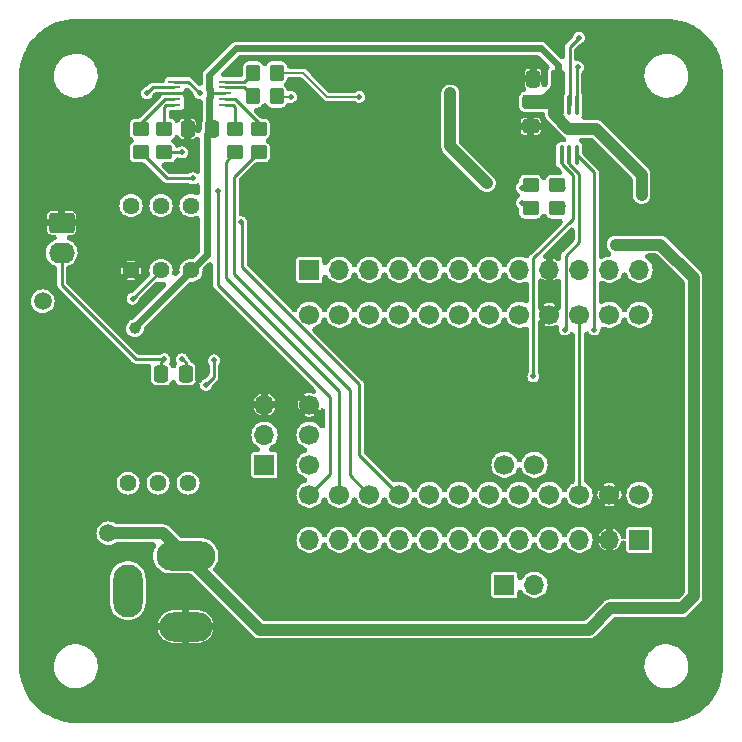
<source format=gbr>
%TF.GenerationSoftware,KiCad,Pcbnew,(7.0.0)*%
%TF.CreationDate,2023-02-20T00:43:47+01:00*%
%TF.ProjectId,led_testjig,6c65645f-7465-4737-946a-69672e6b6963,rev?*%
%TF.SameCoordinates,Original*%
%TF.FileFunction,Copper,L2,Bot*%
%TF.FilePolarity,Positive*%
%FSLAX46Y46*%
G04 Gerber Fmt 4.6, Leading zero omitted, Abs format (unit mm)*
G04 Created by KiCad (PCBNEW (7.0.0)) date 2023-02-20 00:43:47*
%MOMM*%
%LPD*%
G01*
G04 APERTURE LIST*
G04 Aperture macros list*
%AMRoundRect*
0 Rectangle with rounded corners*
0 $1 Rounding radius*
0 $2 $3 $4 $5 $6 $7 $8 $9 X,Y pos of 4 corners*
0 Add a 4 corners polygon primitive as box body*
4,1,4,$2,$3,$4,$5,$6,$7,$8,$9,$2,$3,0*
0 Add four circle primitives for the rounded corners*
1,1,$1+$1,$2,$3*
1,1,$1+$1,$4,$5*
1,1,$1+$1,$6,$7*
1,1,$1+$1,$8,$9*
0 Add four rect primitives between the rounded corners*
20,1,$1+$1,$2,$3,$4,$5,0*
20,1,$1+$1,$4,$5,$6,$7,0*
20,1,$1+$1,$6,$7,$8,$9,0*
20,1,$1+$1,$8,$9,$2,$3,0*%
G04 Aperture macros list end*
%TA.AperFunction,ComponentPad*%
%ADD10RoundRect,0.250000X-0.845000X0.620000X-0.845000X-0.620000X0.845000X-0.620000X0.845000X0.620000X0*%
%TD*%
%TA.AperFunction,ComponentPad*%
%ADD11O,2.190000X1.740000*%
%TD*%
%TA.AperFunction,ComponentPad*%
%ADD12C,1.700000*%
%TD*%
%TA.AperFunction,ComponentPad*%
%ADD13R,1.700000X1.700000*%
%TD*%
%TA.AperFunction,ComponentPad*%
%ADD14O,1.700000X1.700000*%
%TD*%
%TA.AperFunction,SMDPad,CuDef*%
%ADD15C,1.500000*%
%TD*%
%TA.AperFunction,ComponentPad*%
%ADD16C,1.440000*%
%TD*%
%TA.AperFunction,SMDPad,CuDef*%
%ADD17RoundRect,0.250000X0.350000X0.450000X-0.350000X0.450000X-0.350000X-0.450000X0.350000X-0.450000X0*%
%TD*%
%TA.AperFunction,SMDPad,CuDef*%
%ADD18RoundRect,0.100000X-0.100000X0.712500X-0.100000X-0.712500X0.100000X-0.712500X0.100000X0.712500X0*%
%TD*%
%TA.AperFunction,SMDPad,CuDef*%
%ADD19RoundRect,0.250000X-0.337500X-0.475000X0.337500X-0.475000X0.337500X0.475000X-0.337500X0.475000X0*%
%TD*%
%TA.AperFunction,SMDPad,CuDef*%
%ADD20RoundRect,0.250000X0.337500X0.475000X-0.337500X0.475000X-0.337500X-0.475000X0.337500X-0.475000X0*%
%TD*%
%TA.AperFunction,SMDPad,CuDef*%
%ADD21RoundRect,0.250000X-0.450000X0.350000X-0.450000X-0.350000X0.450000X-0.350000X0.450000X0.350000X0*%
%TD*%
%TA.AperFunction,SMDPad,CuDef*%
%ADD22R,1.100000X0.250000*%
%TD*%
%TA.AperFunction,SMDPad,CuDef*%
%ADD23RoundRect,0.250000X0.475000X-0.337500X0.475000X0.337500X-0.475000X0.337500X-0.475000X-0.337500X0*%
%TD*%
%TA.AperFunction,ComponentPad*%
%ADD24RoundRect,1.250000X1.250000X0.000000X-1.250000X0.000000X-1.250000X0.000000X1.250000X0.000000X0*%
%TD*%
%TA.AperFunction,ComponentPad*%
%ADD25RoundRect,1.250000X1.000000X0.000000X-1.000000X0.000000X-1.000000X0.000000X1.000000X0.000000X0*%
%TD*%
%TA.AperFunction,ComponentPad*%
%ADD26RoundRect,1.250000X0.000000X-1.000000X0.000000X1.000000X0.000000X1.000000X0.000000X-1.000000X0*%
%TD*%
%TA.AperFunction,ViaPad*%
%ADD27C,1.000000*%
%TD*%
%TA.AperFunction,ViaPad*%
%ADD28C,0.500000*%
%TD*%
%TA.AperFunction,Conductor*%
%ADD29C,0.250000*%
%TD*%
%TA.AperFunction,Conductor*%
%ADD30C,0.600000*%
%TD*%
%TA.AperFunction,Conductor*%
%ADD31C,1.000000*%
%TD*%
%TA.AperFunction,Conductor*%
%ADD32C,0.200000*%
%TD*%
G04 APERTURE END LIST*
D10*
%TO.P,J103,1,Pin_1*%
%TO.N,GND*%
X123800000Y-87460000D03*
D11*
%TO.P,J103,2,Pin_2*%
%TO.N,/Input/PD_IN*%
X123799999Y-89999999D03*
%TD*%
D12*
%TO.P,A501,1,TX*%
%TO.N,/MCU/TXO*%
X172720000Y-95250000D03*
%TO.P,A501,2,RX*%
%TO.N,/MCU/RXI*%
X170180000Y-95250000D03*
%TO.P,A501,3,RST*%
%TO.N,/MCU/RST*%
X167640000Y-95250000D03*
%TO.P,A501,4,GND*%
%TO.N,GND*%
X165100000Y-95250000D03*
%TO.P,A501,5,D2*%
%TO.N,/MCU/D2*%
X162560000Y-95250000D03*
%TO.P,A501,6,D3~*%
%TO.N,/MCU/D3*%
X160020000Y-95250000D03*
%TO.P,A501,7,D4*%
%TO.N,/MCU/D4*%
X157480000Y-95250000D03*
%TO.P,A501,8,D5~*%
%TO.N,/MCU/D5*%
X154940000Y-95250000D03*
%TO.P,A501,9,D6~*%
%TO.N,/MCU/D6*%
X152400000Y-95250000D03*
%TO.P,A501,10,D7*%
%TO.N,/MCU/D7*%
X149860000Y-95250000D03*
%TO.P,A501,11,D8*%
%TO.N,/MCU/D8*%
X147320000Y-95250000D03*
%TO.P,A501,12,D9~*%
%TO.N,/MCU/D9*%
X144780000Y-95250000D03*
%TO.P,A501,13,GND*%
%TO.N,GND*%
X144780000Y-102870000D03*
%TO.P,A501,14,A7*%
%TO.N,/MCU/A7*%
X144780000Y-105410000D03*
%TO.P,A501,15,A6*%
%TO.N,/MCU/A6*%
X144780000Y-107950000D03*
%TO.P,A501,16,SS*%
%TO.N,/MCU/D10*%
X144780000Y-110490000D03*
%TO.P,A501,17,MOSI*%
%TO.N,/MCU/D11*%
X147320000Y-110490000D03*
%TO.P,A501,18,MISO*%
%TO.N,/MCU/D12*%
X149860000Y-110490000D03*
%TO.P,A501,19,D13*%
%TO.N,/MCU/D13*%
X152400000Y-110490000D03*
%TO.P,A501,20,D14*%
%TO.N,/MCU/A0*%
X154940000Y-110490000D03*
%TO.P,A501,21,D15*%
%TO.N,/MCU/A1*%
X157480000Y-110490000D03*
%TO.P,A501,22,D16*%
%TO.N,/MCU/A2*%
X160020000Y-110490000D03*
%TO.P,A501,23,D17*%
%TO.N,/MCU/A3*%
X162560000Y-110490000D03*
%TO.P,A501,24,VCC*%
%TO.N,/MCU/VCC*%
X165100000Y-110490000D03*
%TO.P,A501,25,RST*%
%TO.N,/MCU/RST*%
X167640000Y-110490000D03*
%TO.P,A501,26,GND*%
%TO.N,GND*%
X170180000Y-110490000D03*
%TO.P,A501,27,RAW*%
%TO.N,+5V*%
X172720000Y-110490000D03*
%TO.P,A501,28,A4*%
%TO.N,/MCU/A4*%
X161290000Y-107950000D03*
%TO.P,A501,29,A5*%
%TO.N,/MCU/A5*%
X163830000Y-107950000D03*
%TD*%
D13*
%TO.P,J504,1,Pin_1*%
%TO.N,/MCU/A6*%
X140969999Y-107949999D03*
D14*
%TO.P,J504,2,Pin_2*%
%TO.N,/MCU/A7*%
X140969999Y-105409999D03*
%TO.P,J504,3,Pin_3*%
%TO.N,GND*%
X140969999Y-102869999D03*
%TD*%
D13*
%TO.P,J501,1,Pin_1*%
%TO.N,/MCU/D9*%
X144779999Y-91439999D03*
D14*
%TO.P,J501,2,Pin_2*%
%TO.N,/MCU/D8*%
X147319999Y-91439999D03*
%TO.P,J501,3,Pin_3*%
%TO.N,/MCU/D7*%
X149859999Y-91439999D03*
%TO.P,J501,4,Pin_4*%
%TO.N,/MCU/D6*%
X152399999Y-91439999D03*
%TO.P,J501,5,Pin_5*%
%TO.N,/MCU/D5*%
X154939999Y-91439999D03*
%TO.P,J501,6,Pin_6*%
%TO.N,/MCU/D4*%
X157479999Y-91439999D03*
%TO.P,J501,7,Pin_7*%
%TO.N,/MCU/D3*%
X160019999Y-91439999D03*
%TO.P,J501,8,Pin_8*%
%TO.N,/MCU/D2*%
X162559999Y-91439999D03*
%TO.P,J501,9,Pin_9*%
%TO.N,GND*%
X165099999Y-91439999D03*
%TO.P,J501,10,Pin_10*%
%TO.N,/MCU/RST*%
X167639999Y-91439999D03*
%TO.P,J501,11,Pin_11*%
%TO.N,/MCU/RXI*%
X170179999Y-91439999D03*
%TO.P,J501,12,Pin_12*%
%TO.N,/MCU/TXO*%
X172719999Y-91439999D03*
%TD*%
D13*
%TO.P,J503,1,Pin_1*%
%TO.N,/MCU/A4*%
X161289999Y-118109999D03*
D14*
%TO.P,J503,2,Pin_2*%
%TO.N,/MCU/A5*%
X163829999Y-118109999D03*
%TD*%
D13*
%TO.P,J502,1,Pin_1*%
%TO.N,+5V*%
X172719999Y-114299999D03*
D14*
%TO.P,J502,2,Pin_2*%
%TO.N,GND*%
X170179999Y-114299999D03*
%TO.P,J502,3,Pin_3*%
%TO.N,/MCU/RST*%
X167639999Y-114299999D03*
%TO.P,J502,4,Pin_4*%
%TO.N,/MCU/VCC*%
X165099999Y-114299999D03*
%TO.P,J502,5,Pin_5*%
%TO.N,/MCU/A3*%
X162559999Y-114299999D03*
%TO.P,J502,6,Pin_6*%
%TO.N,/MCU/A2*%
X160019999Y-114299999D03*
%TO.P,J502,7,Pin_7*%
%TO.N,/MCU/A1*%
X157479999Y-114299999D03*
%TO.P,J502,8,Pin_8*%
%TO.N,/MCU/A0*%
X154939999Y-114299999D03*
%TO.P,J502,9,Pin_9*%
%TO.N,/MCU/D13*%
X152399999Y-114299999D03*
%TO.P,J502,10,Pin_10*%
%TO.N,/MCU/D12*%
X149859999Y-114299999D03*
%TO.P,J502,11,Pin_11*%
%TO.N,/MCU/D11*%
X147319999Y-114299999D03*
%TO.P,J502,12,Pin_12*%
%TO.N,/MCU/D10*%
X144779999Y-114299999D03*
%TD*%
D15*
%TO.P,TP201,1,1*%
%TO.N,Net-(U201A-+)*%
X122200000Y-94100000D03*
%TD*%
D16*
%TO.P,RV201,1,1*%
%TO.N,+3.3V*%
X134750000Y-91500000D03*
%TO.P,RV201,2,2*%
%TO.N,Net-(U201A-+)*%
X132210000Y-91500000D03*
%TO.P,RV201,3,3*%
%TO.N,GND*%
X129670000Y-91500000D03*
%TD*%
D17*
%TO.P,R211,1*%
%TO.N,/Input/V_LED-*%
X142000000Y-76750000D03*
%TO.P,R211,2*%
%TO.N,Net-(U202-AIN3)*%
X140000000Y-76750000D03*
%TD*%
%TO.P,R210,1*%
%TO.N,/Input/V_LED+*%
X142000000Y-74750000D03*
%TO.P,R210,2*%
%TO.N,Net-(U202-AIN2)*%
X140000000Y-74750000D03*
%TD*%
D16*
%TO.P,RV202,1,1*%
%TO.N,Net-(R206-Pad1)*%
X134750000Y-86000000D03*
%TO.P,RV202,2,2*%
X132210000Y-86000000D03*
%TO.P,RV202,3,3*%
%TO.N,/Input/PD_IN*%
X129670000Y-86000000D03*
%TD*%
D18*
%TO.P,U302,1,V_{DD}*%
%TO.N,+3.3V*%
X165485000Y-77492500D03*
%TO.P,U302,2,V_{REF}*%
X166135000Y-77492500D03*
%TO.P,U302,3,V_{OUT}B*%
%TO.N,Net-(U302-V_{OUT}B)*%
X166785000Y-77492500D03*
%TO.P,U302,4,V_{OUT}A*%
%TO.N,/Output/current_setpoint*%
X167435000Y-77492500D03*
%TO.P,U302,5,~{SYNC}*%
%TO.N,/MCU/A0*%
X167435000Y-81717500D03*
%TO.P,U302,6,SCLK*%
%TO.N,/MCU/D10*%
X166785000Y-81717500D03*
%TO.P,U302,7,D_{IN}*%
%TO.N,/MCU/D11*%
X166135000Y-81717500D03*
%TO.P,U302,8,GND*%
%TO.N,GND*%
X165485000Y-81717500D03*
%TD*%
D19*
%TO.P,C205,1*%
%TO.N,GND*%
X134462500Y-79500000D03*
%TO.P,C205,2*%
%TO.N,+3.3V*%
X136537500Y-79500000D03*
%TD*%
D20*
%TO.P,C301,1*%
%TO.N,+3.3V*%
X165787500Y-75250000D03*
%TO.P,C301,2*%
%TO.N,GND*%
X163712500Y-75250000D03*
%TD*%
D21*
%TO.P,R304,2*%
%TO.N,Net-(R304-Pad2)*%
X165750000Y-86249999D03*
%TO.P,R304,1*%
%TO.N,Net-(U301C--)*%
X165750000Y-84249999D03*
%TD*%
D22*
%TO.P,U202,1,SCLK*%
%TO.N,Net-(U202-SCLK)*%
X133349999Y-77499999D03*
%TO.P,U202,2,~{CS}*%
%TO.N,Net-(U202-~{CS})*%
X133349999Y-76999999D03*
%TO.P,U202,3,GND*%
%TO.N,GND*%
X133349999Y-76499999D03*
%TO.P,U202,4,AIN0*%
%TO.N,/Input/V_I_photo*%
X133349999Y-75999999D03*
%TO.P,U202,5,AIN1*%
%TO.N,/Input/V_I_LED*%
X133349999Y-75499999D03*
%TO.P,U202,6,AIN2*%
%TO.N,Net-(U202-AIN2)*%
X137649999Y-75499999D03*
%TO.P,U202,7,AIN3*%
%TO.N,Net-(U202-AIN3)*%
X137649999Y-75999999D03*
%TO.P,U202,8,VDD*%
%TO.N,+3.3V*%
X137649999Y-76499999D03*
%TO.P,U202,9,DOUT/~{DRDY}*%
%TO.N,Net-(U202-DOUT{slash}~{DRDY})*%
X137649999Y-76999999D03*
%TO.P,U202,10,DIN*%
%TO.N,Net-(U202-DIN)*%
X137649999Y-77499999D03*
%TD*%
D21*
%TO.P,R213,1*%
%TO.N,Net-(U202-DIN)*%
X138500000Y-79500000D03*
%TO.P,R213,2*%
%TO.N,/MCU/D11*%
X138500000Y-81500000D03*
%TD*%
%TO.P,R214,1*%
%TO.N,Net-(U202-DOUT{slash}~{DRDY})*%
X140500000Y-79500000D03*
%TO.P,R214,2*%
%TO.N,/MCU/D12*%
X140500000Y-81500000D03*
%TD*%
%TO.P,R215,1*%
%TO.N,Net-(U202-~{CS})*%
X130500000Y-79500000D03*
%TO.P,R215,2*%
%TO.N,/MCU/D13*%
X130500000Y-81500000D03*
%TD*%
D23*
%TO.P,C303,1*%
%TO.N,GND*%
X163500000Y-79287500D03*
%TO.P,C303,2*%
%TO.N,+3.3V*%
X163500000Y-77212500D03*
%TD*%
D15*
%TO.P,TP401,1,1*%
%TO.N,+12V*%
X127750000Y-113750000D03*
%TD*%
D16*
%TO.P,RV203,1,1*%
%TO.N,Net-(R207-Pad1)*%
X134500000Y-109500000D03*
%TO.P,RV203,2,2*%
X131960000Y-109500000D03*
%TO.P,RV203,3,3*%
%TO.N,Net-(U201D--)*%
X129420000Y-109500000D03*
%TD*%
D21*
%TO.P,R303,2*%
%TO.N,Net-(R303-Pad2)*%
X163500000Y-86250000D03*
%TO.P,R303,1*%
%TO.N,Net-(U301B--)*%
X163500000Y-84250000D03*
%TD*%
D19*
%TO.P,C202,1*%
%TO.N,/Input/PD_IN*%
X132212500Y-100250000D03*
%TO.P,C202,2*%
%TO.N,Net-(C202-Pad2)*%
X134287500Y-100250000D03*
%TD*%
D21*
%TO.P,R212,1*%
%TO.N,Net-(U202-SCLK)*%
X132500000Y-79500000D03*
%TO.P,R212,2*%
%TO.N,/MCU/D10*%
X132500000Y-81500000D03*
%TD*%
D24*
%TO.P,J102,1*%
%TO.N,+12V*%
X134302000Y-115650000D03*
D25*
%TO.P,J102,2*%
%TO.N,GND*%
X134302000Y-121650000D03*
D26*
%TO.P,J102,3*%
%TO.N,unconnected-(J102-Pad3)*%
X129402000Y-118600000D03*
%TD*%
D27*
%TO.N,GND*%
X160000000Y-98000000D03*
X177000000Y-82000000D03*
X153000000Y-100000000D03*
X175000000Y-82000000D03*
X170000000Y-108000000D03*
X124000000Y-121000000D03*
X145000000Y-88000000D03*
X150000000Y-86000000D03*
X143000000Y-88000000D03*
X158000000Y-86000000D03*
X156000000Y-98000000D03*
X171000000Y-106000000D03*
X126000000Y-84000000D03*
X123000000Y-119000000D03*
X152000000Y-82000000D03*
X122000000Y-80000000D03*
X124000000Y-113000000D03*
X123000000Y-107000000D03*
X171000000Y-102000000D03*
X146000000Y-86000000D03*
X148000000Y-86000000D03*
X156000000Y-86000000D03*
X157000000Y-88000000D03*
X151000000Y-100000000D03*
X170000000Y-104000000D03*
X172000000Y-100000000D03*
X123000000Y-115000000D03*
X159000000Y-100000000D03*
X155000000Y-100000000D03*
X151000000Y-88000000D03*
X152000000Y-86000000D03*
X172000000Y-104000000D03*
X178000000Y-80000000D03*
X123000000Y-82000000D03*
X122000000Y-109000000D03*
X146000000Y-81000000D03*
X124000000Y-117000000D03*
X123000000Y-111000000D03*
X122000000Y-121000000D03*
X155000000Y-88000000D03*
X170000000Y-100000000D03*
X171000000Y-98000000D03*
X147000000Y-88000000D03*
X157000000Y-100000000D03*
X150000000Y-82000000D03*
X153000000Y-84000000D03*
X162000000Y-98000000D03*
X124000000Y-84000000D03*
X155000000Y-84000000D03*
X158000000Y-98000000D03*
X122000000Y-113000000D03*
X143000000Y-79000000D03*
X147000000Y-84000000D03*
X151000000Y-84000000D03*
X176000000Y-80000000D03*
X122000000Y-117000000D03*
X122000000Y-84000000D03*
X153000000Y-88000000D03*
X150000000Y-98000000D03*
X124000000Y-80000000D03*
X174000000Y-80000000D03*
X152000000Y-98000000D03*
X143000000Y-83000000D03*
X161000000Y-100000000D03*
X154000000Y-86000000D03*
X124000000Y-109000000D03*
X149000000Y-84000000D03*
X148000000Y-98000000D03*
X154000000Y-98000000D03*
X149000000Y-88000000D03*
X144000000Y-81000000D03*
X172000000Y-108000000D03*
D28*
%TO.N,/MCU/D10*%
X137000000Y-84800000D03*
X166400000Y-96500000D03*
X134000000Y-81500000D03*
%TO.N,/MCU/D11*%
X163735000Y-100465000D03*
%TO.N,/MCU/D13*%
X134900000Y-83700000D03*
X139000000Y-87400000D03*
%TO.N,/MCU/A0*%
X168900000Y-96500000D03*
%TO.N,Net-(C202-Pad2)*%
X134000000Y-99000000D03*
%TO.N,/Input/PD_IN*%
X132500000Y-99000000D03*
%TO.N,/Input/V_I_photo*%
X131000000Y-76500000D03*
%TO.N,/Input/V_I_LED*%
X135500000Y-76500000D03*
D27*
%TO.N,+3.3V*%
X130000000Y-96400000D03*
X172900000Y-85100000D03*
%TO.N,+12V*%
X156700000Y-76500000D03*
X159800000Y-84100000D03*
X170700000Y-89300000D03*
D28*
%TO.N,/Input/V_LED+*%
X149000000Y-76800000D03*
%TO.N,/Input/V_LED-*%
X143200000Y-76800000D03*
%TO.N,Net-(R207-Pad2)*%
X136700000Y-99100000D03*
X136000000Y-101200000D03*
%TO.N,Net-(R304-Pad2)*%
X166250000Y-86000000D03*
%TO.N,/Output/current_setpoint*%
X167500000Y-74300000D03*
%TO.N,Net-(R303-Pad2)*%
X162750000Y-85750000D03*
%TO.N,Net-(U301B--)*%
X162750000Y-84500000D03*
%TO.N,Net-(U301C--)*%
X166250000Y-84500000D03*
%TO.N,Net-(U201A-+)*%
X129800000Y-93900000D03*
X122200000Y-94100000D03*
%TO.N,Net-(U302-V_{OUT}B)*%
X167600000Y-71800000D03*
%TD*%
D29*
%TO.N,/Input/PD_IN*%
X123800000Y-92700000D02*
X123800000Y-90000000D01*
X130100000Y-99000000D02*
X123800000Y-92700000D01*
X132500000Y-99000000D02*
X130100000Y-99000000D01*
%TO.N,/MCU/RST*%
X167640000Y-110490000D02*
X167640000Y-95250000D01*
%TO.N,GND*%
X132000000Y-76500000D02*
X131600000Y-76900000D01*
X133350000Y-76500000D02*
X134200000Y-76500000D01*
X134200000Y-76500000D02*
X134400000Y-76700000D01*
X133350000Y-76500000D02*
X132000000Y-76500000D01*
%TO.N,/MCU/D10*%
X166465000Y-96435000D02*
X166400000Y-96500000D01*
X167600000Y-89100000D02*
X166465000Y-90235000D01*
X137000000Y-92700000D02*
X146500000Y-102200000D01*
X166465000Y-90235000D02*
X166465000Y-96435000D01*
X166785000Y-82481041D02*
X166785000Y-81717500D01*
X167600000Y-83296041D02*
X166785000Y-82481041D01*
X146500000Y-108770000D02*
X144780000Y-110490000D01*
X167600000Y-89100000D02*
X167600000Y-83296041D01*
X134000000Y-81500000D02*
X132500000Y-81500000D01*
X146500000Y-102200000D02*
X146500000Y-108770000D01*
X137000000Y-84800000D02*
X137000000Y-92700000D01*
%TO.N,/MCU/D11*%
X163735000Y-90465000D02*
X167100000Y-87100000D01*
X167100000Y-87100000D02*
X167100000Y-83446041D01*
X167100000Y-83446041D02*
X166135000Y-82481041D01*
X147320000Y-110490000D02*
X147320000Y-101720000D01*
X137700000Y-82300000D02*
X138500000Y-81500000D01*
X163735000Y-100465000D02*
X163735000Y-90465000D01*
X147320000Y-101720000D02*
X137700000Y-92100000D01*
X137700000Y-92100000D02*
X137700000Y-82300000D01*
X166135000Y-82481041D02*
X166135000Y-81717500D01*
%TO.N,/MCU/D12*%
X138400000Y-91800000D02*
X138400000Y-83600000D01*
X148200000Y-108830000D02*
X148200000Y-101600000D01*
X148200000Y-101600000D02*
X138400000Y-91800000D01*
X138400000Y-83600000D02*
X140500000Y-81500000D01*
X149860000Y-110490000D02*
X148200000Y-108830000D01*
%TO.N,/MCU/D13*%
X139000000Y-87400000D02*
X139100000Y-87500000D01*
X149000000Y-107090000D02*
X152400000Y-110490000D01*
X139100000Y-91231701D02*
X149000000Y-101131701D01*
X130500000Y-81500000D02*
X132700000Y-83700000D01*
X139100000Y-87500000D02*
X139100000Y-91231701D01*
X132700000Y-83700000D02*
X134900000Y-83700000D01*
X149000000Y-101131701D02*
X149000000Y-107090000D01*
%TO.N,/MCU/A0*%
X168900000Y-83200000D02*
X168900000Y-96500000D01*
X167435000Y-81717500D02*
X167435000Y-81735000D01*
X167435000Y-81735000D02*
X168900000Y-83200000D01*
%TO.N,Net-(C202-Pad2)*%
X134287500Y-100250000D02*
X134287500Y-99287500D01*
X134287500Y-99287500D02*
X134000000Y-99000000D01*
%TO.N,/Input/PD_IN*%
X132212500Y-100250000D02*
X132212500Y-99287500D01*
X132212500Y-99287500D02*
X132500000Y-99000000D01*
%TO.N,/Input/V_I_photo*%
X133350000Y-76000000D02*
X131500000Y-76000000D01*
X131500000Y-76000000D02*
X131000000Y-76500000D01*
%TO.N,/Input/V_I_LED*%
X134500000Y-75500000D02*
X135500000Y-76500000D01*
X133350000Y-75500000D02*
X134500000Y-75500000D01*
D30*
%TO.N,+3.3V*%
X136300000Y-74975000D02*
X136300000Y-76097918D01*
X165787500Y-75250000D02*
X165800000Y-75237500D01*
X136070000Y-79967500D02*
X136070000Y-90180000D01*
X165800000Y-75237500D02*
X165800000Y-74100000D01*
X136350000Y-76852082D02*
X136300000Y-76902082D01*
X136300000Y-76902082D02*
X136300000Y-79262500D01*
D29*
X136537500Y-79500000D02*
X136300000Y-79262500D01*
X136500000Y-76500000D02*
X137650000Y-76500000D01*
D31*
X165485000Y-78277792D02*
X166707208Y-79500000D01*
D29*
X136300000Y-79262500D02*
X136300000Y-76700000D01*
D31*
X172900000Y-83400000D02*
X172900000Y-85100000D01*
D30*
X130000000Y-96250000D02*
X130000000Y-96400000D01*
D31*
X169000000Y-79500000D02*
X172900000Y-83400000D01*
D30*
X136300000Y-76097918D02*
X136350000Y-76147918D01*
X165800000Y-74100000D02*
X164400000Y-72700000D01*
X164400000Y-72700000D02*
X138575000Y-72700000D01*
D31*
X166707208Y-79500000D02*
X169000000Y-79500000D01*
D30*
X138575000Y-72700000D02*
X136300000Y-74975000D01*
D29*
X136300000Y-76700000D02*
X136500000Y-76500000D01*
D30*
X136537500Y-79500000D02*
X136070000Y-79967500D01*
X136350000Y-76147918D02*
X136350000Y-76852082D01*
X134750000Y-91500000D02*
X130000000Y-96250000D01*
D31*
X165485000Y-77492500D02*
X165485000Y-78277792D01*
D30*
X136070000Y-90180000D02*
X134750000Y-91500000D01*
D31*
%TO.N,+12V*%
X127750000Y-113750000D02*
X132402000Y-113750000D01*
X176300000Y-120100000D02*
X177300000Y-119100000D01*
X177300000Y-92100000D02*
X174500000Y-89300000D01*
X132402000Y-113750000D02*
X134302000Y-115650000D01*
X177300000Y-119100000D02*
X177300000Y-92100000D01*
X156700000Y-81000000D02*
X156700000Y-76500000D01*
X170220000Y-120100000D02*
X176300000Y-120100000D01*
X159800000Y-84100000D02*
X156700000Y-81000000D01*
X174500000Y-89300000D02*
X170700000Y-89300000D01*
X140552000Y-121900000D02*
X168420000Y-121900000D01*
X134302000Y-115650000D02*
X140552000Y-121900000D01*
X168420000Y-121900000D02*
X170220000Y-120100000D01*
D32*
%TO.N,/Input/V_LED+*%
X146300000Y-76800000D02*
X144250000Y-74750000D01*
X149000000Y-76800000D02*
X146300000Y-76800000D01*
X144250000Y-74750000D02*
X142000000Y-74750000D01*
%TO.N,/Input/V_LED-*%
X142050000Y-76800000D02*
X142000000Y-76750000D01*
X143200000Y-76800000D02*
X142050000Y-76800000D01*
D29*
%TO.N,Net-(R207-Pad2)*%
X136700000Y-100500000D02*
X136000000Y-101200000D01*
X136700000Y-99100000D02*
X136700000Y-100500000D01*
%TO.N,Net-(R304-Pad2)*%
X166000001Y-86249999D02*
X166250000Y-86000000D01*
X165750000Y-86249999D02*
X166000001Y-86249999D01*
%TO.N,Net-(U202-SCLK)*%
X132500000Y-77661396D02*
X132661396Y-77500000D01*
X132500000Y-79500000D02*
X132500000Y-77661396D01*
X132661396Y-77500000D02*
X133350000Y-77500000D01*
%TO.N,Net-(U202-DIN)*%
X138500000Y-77700000D02*
X138500000Y-79500000D01*
X137650000Y-77500000D02*
X138300000Y-77500000D01*
X138300000Y-77500000D02*
X138500000Y-77700000D01*
%TO.N,Net-(U202-DOUT{slash}~{DRDY})*%
X137650000Y-77000000D02*
X138475000Y-77000000D01*
X140500000Y-79025000D02*
X140500000Y-79500000D01*
X138475000Y-77000000D02*
X140500000Y-79025000D01*
%TO.N,/Output/current_setpoint*%
X167435000Y-74365000D02*
X167500000Y-74300000D01*
X167435000Y-77492500D02*
X167435000Y-74365000D01*
%TO.N,Net-(U202-AIN2)*%
X137650000Y-75500000D02*
X139250000Y-75500000D01*
X139250000Y-75500000D02*
X140000000Y-74750000D01*
%TO.N,Net-(U202-~{CS})*%
X133350000Y-77000000D02*
X132525000Y-77000000D01*
X130500000Y-79025000D02*
X130500000Y-79500000D01*
X132525000Y-77000000D02*
X130500000Y-79025000D01*
%TO.N,Net-(U202-AIN3)*%
X139250000Y-76000000D02*
X139200000Y-76000000D01*
X140000000Y-76750000D02*
X139250000Y-76000000D01*
X139200000Y-76000000D02*
X137650000Y-76000000D01*
%TO.N,Net-(R303-Pad2)*%
X163500000Y-86250000D02*
X163000000Y-85750000D01*
X163000000Y-85750000D02*
X162750000Y-85750000D01*
%TO.N,Net-(U301B--)*%
X163500000Y-84250000D02*
X163250000Y-84500000D01*
X163250000Y-84500000D02*
X162750000Y-84500000D01*
%TO.N,Net-(U301C--)*%
X165750000Y-84249999D02*
X165999999Y-84249999D01*
X165999999Y-84249999D02*
X166250000Y-84500000D01*
%TO.N,Net-(U201A-+)*%
X129810000Y-93900000D02*
X132210000Y-91500000D01*
X129800000Y-93900000D02*
X129810000Y-93900000D01*
%TO.N,Net-(U302-V_{OUT}B)*%
X166800000Y-72600000D02*
X167600000Y-71800000D01*
X166800000Y-77477500D02*
X166800000Y-72600000D01*
X166785000Y-77492500D02*
X166800000Y-77477500D01*
%TD*%
%TA.AperFunction,Conductor*%
%TO.N,GND*%
G36*
X167070788Y-87877631D02*
G01*
X167151570Y-87931607D01*
X167205546Y-88012389D01*
X167224500Y-88107677D01*
X167224500Y-88841322D01*
X167216016Y-88905768D01*
X167191140Y-88965822D01*
X167151569Y-89017392D01*
X166239329Y-89929630D01*
X166231906Y-89936753D01*
X166224431Y-89943633D01*
X166207164Y-89954916D01*
X166194497Y-89971188D01*
X166194489Y-89971197D01*
X166183094Y-89985838D01*
X166182968Y-89985992D01*
X166177480Y-89991482D01*
X166171506Y-89999847D01*
X166171500Y-89999856D01*
X166166890Y-90006314D01*
X166160741Y-90014560D01*
X166139376Y-90042010D01*
X166130191Y-90053811D01*
X166127609Y-90061331D01*
X166122990Y-90067801D01*
X166118723Y-90082132D01*
X166118719Y-90082140D01*
X166108791Y-90115486D01*
X166105656Y-90125273D01*
X166094360Y-90158177D01*
X166094358Y-90158185D01*
X166089500Y-90172340D01*
X166089500Y-90180294D01*
X166087232Y-90187912D01*
X166087850Y-90202858D01*
X166087850Y-90202859D01*
X166089287Y-90237605D01*
X166089500Y-90247893D01*
X166089500Y-90464293D01*
X166072074Y-90555805D01*
X166022236Y-90634508D01*
X165946961Y-90689386D01*
X165856785Y-90712760D01*
X165764330Y-90701356D01*
X165682536Y-90656772D01*
X165653756Y-90633153D01*
X165633517Y-90619629D01*
X165485705Y-90540622D01*
X165463223Y-90531310D01*
X165422284Y-90518891D01*
X165403503Y-90516854D01*
X165400000Y-90535420D01*
X165400000Y-92344580D01*
X165403503Y-92363145D01*
X165422284Y-92361108D01*
X165463223Y-92348689D01*
X165485705Y-92339377D01*
X165633517Y-92260370D01*
X165653756Y-92246846D01*
X165682536Y-92223228D01*
X165764330Y-92178644D01*
X165856785Y-92167240D01*
X165946961Y-92190614D01*
X166022236Y-92245492D01*
X166072074Y-92324195D01*
X166089500Y-92415707D01*
X166089500Y-94596972D01*
X166076546Y-94676238D01*
X166039033Y-94747258D01*
X165980863Y-94802640D01*
X165951763Y-94822499D01*
X165100000Y-95674264D01*
X165099999Y-95674265D01*
X164672499Y-96101763D01*
X164661847Y-96117370D01*
X164676570Y-96129213D01*
X164714292Y-96149375D01*
X164736780Y-96158691D01*
X164897157Y-96207341D01*
X164921043Y-96212092D01*
X165087826Y-96228519D01*
X165112174Y-96228519D01*
X165278956Y-96212092D01*
X165302842Y-96207341D01*
X165463219Y-96158691D01*
X165485705Y-96149376D01*
X165549125Y-96115478D01*
X165635838Y-96087972D01*
X165726645Y-96093448D01*
X165809425Y-96131177D01*
X165873127Y-96196123D01*
X165909249Y-96279616D01*
X165912970Y-96370511D01*
X165906732Y-96413898D01*
X165894353Y-96500000D01*
X165914835Y-96642457D01*
X165974623Y-96773373D01*
X166068872Y-96882143D01*
X166083854Y-96891771D01*
X166083856Y-96891773D01*
X166148650Y-96933413D01*
X166189947Y-96959953D01*
X166328039Y-97000500D01*
X166454150Y-97000500D01*
X166471961Y-97000500D01*
X166610053Y-96959953D01*
X166731128Y-96882143D01*
X166825377Y-96773373D01*
X166827889Y-96775550D01*
X166868327Y-96732562D01*
X166950243Y-96693116D01*
X167040859Y-96685708D01*
X167128094Y-96711324D01*
X167200318Y-96766550D01*
X167247901Y-96844023D01*
X167264500Y-96933413D01*
X167264500Y-109289432D01*
X167250345Y-109372188D01*
X167209491Y-109445536D01*
X167146583Y-109501134D01*
X167083921Y-109539932D01*
X166983750Y-109601956D01*
X166983744Y-109601959D01*
X166973959Y-109608019D01*
X166965446Y-109615778D01*
X166965444Y-109615781D01*
X166831748Y-109737660D01*
X166831741Y-109737667D01*
X166823236Y-109745421D01*
X166816297Y-109754609D01*
X166816294Y-109754613D01*
X166707267Y-109898988D01*
X166707263Y-109898993D01*
X166700327Y-109908179D01*
X166695195Y-109918484D01*
X166695194Y-109918487D01*
X166614548Y-110080447D01*
X166609418Y-110090750D01*
X166606268Y-110101818D01*
X166602185Y-110112360D01*
X166558377Y-110185245D01*
X166492597Y-110239138D01*
X166412519Y-110267753D01*
X166327481Y-110267753D01*
X166247403Y-110239138D01*
X166181623Y-110185245D01*
X166137815Y-110112360D01*
X166133732Y-110101822D01*
X166130582Y-110090750D01*
X166039673Y-109908179D01*
X165916764Y-109745421D01*
X165766041Y-109608019D01*
X165737944Y-109590622D01*
X165602425Y-109506712D01*
X165602421Y-109506710D01*
X165592637Y-109500652D01*
X165402456Y-109426976D01*
X165391139Y-109424860D01*
X165391134Y-109424859D01*
X165213299Y-109391616D01*
X165213292Y-109391615D01*
X165201976Y-109389500D01*
X164998024Y-109389500D01*
X164986708Y-109391615D01*
X164986700Y-109391616D01*
X164808865Y-109424859D01*
X164808857Y-109424861D01*
X164797544Y-109426976D01*
X164786809Y-109431134D01*
X164786808Y-109431135D01*
X164618095Y-109496494D01*
X164618091Y-109496495D01*
X164607363Y-109500652D01*
X164597582Y-109506707D01*
X164597574Y-109506712D01*
X164443755Y-109601953D01*
X164443750Y-109601956D01*
X164433959Y-109608019D01*
X164425446Y-109615778D01*
X164425444Y-109615781D01*
X164291748Y-109737660D01*
X164291741Y-109737667D01*
X164283236Y-109745421D01*
X164276297Y-109754609D01*
X164276294Y-109754613D01*
X164167267Y-109898988D01*
X164167263Y-109898993D01*
X164160327Y-109908179D01*
X164155195Y-109918484D01*
X164155194Y-109918487D01*
X164074548Y-110080447D01*
X164069418Y-110090750D01*
X164066268Y-110101818D01*
X164062185Y-110112360D01*
X164018377Y-110185245D01*
X163952597Y-110239138D01*
X163872519Y-110267753D01*
X163787481Y-110267753D01*
X163707403Y-110239138D01*
X163641623Y-110185245D01*
X163597815Y-110112360D01*
X163593732Y-110101822D01*
X163590582Y-110090750D01*
X163499673Y-109908179D01*
X163376764Y-109745421D01*
X163226041Y-109608019D01*
X163197944Y-109590622D01*
X163062425Y-109506712D01*
X163062421Y-109506710D01*
X163052637Y-109500652D01*
X162862456Y-109426976D01*
X162851139Y-109424860D01*
X162851134Y-109424859D01*
X162673299Y-109391616D01*
X162673292Y-109391615D01*
X162661976Y-109389500D01*
X162458024Y-109389500D01*
X162446708Y-109391615D01*
X162446700Y-109391616D01*
X162268865Y-109424859D01*
X162268857Y-109424861D01*
X162257544Y-109426976D01*
X162246809Y-109431134D01*
X162246808Y-109431135D01*
X162078095Y-109496494D01*
X162078091Y-109496495D01*
X162067363Y-109500652D01*
X162057582Y-109506707D01*
X162057574Y-109506712D01*
X161903755Y-109601953D01*
X161903750Y-109601956D01*
X161893959Y-109608019D01*
X161885446Y-109615778D01*
X161885444Y-109615781D01*
X161751748Y-109737660D01*
X161751741Y-109737667D01*
X161743236Y-109745421D01*
X161736297Y-109754609D01*
X161736294Y-109754613D01*
X161627267Y-109898988D01*
X161627263Y-109898993D01*
X161620327Y-109908179D01*
X161615195Y-109918484D01*
X161615194Y-109918487D01*
X161534548Y-110080447D01*
X161529418Y-110090750D01*
X161526268Y-110101818D01*
X161522185Y-110112360D01*
X161478377Y-110185245D01*
X161412597Y-110239138D01*
X161332519Y-110267753D01*
X161247481Y-110267753D01*
X161167403Y-110239138D01*
X161101623Y-110185245D01*
X161057815Y-110112360D01*
X161053732Y-110101822D01*
X161050582Y-110090750D01*
X160959673Y-109908179D01*
X160836764Y-109745421D01*
X160686041Y-109608019D01*
X160657944Y-109590622D01*
X160522425Y-109506712D01*
X160522421Y-109506710D01*
X160512637Y-109500652D01*
X160322456Y-109426976D01*
X160311139Y-109424860D01*
X160311134Y-109424859D01*
X160133299Y-109391616D01*
X160133292Y-109391615D01*
X160121976Y-109389500D01*
X159918024Y-109389500D01*
X159906708Y-109391615D01*
X159906700Y-109391616D01*
X159728865Y-109424859D01*
X159728857Y-109424861D01*
X159717544Y-109426976D01*
X159706809Y-109431134D01*
X159706808Y-109431135D01*
X159538095Y-109496494D01*
X159538091Y-109496495D01*
X159527363Y-109500652D01*
X159517582Y-109506707D01*
X159517574Y-109506712D01*
X159363755Y-109601953D01*
X159363750Y-109601956D01*
X159353959Y-109608019D01*
X159345446Y-109615778D01*
X159345444Y-109615781D01*
X159211748Y-109737660D01*
X159211741Y-109737667D01*
X159203236Y-109745421D01*
X159196297Y-109754609D01*
X159196294Y-109754613D01*
X159087267Y-109898988D01*
X159087263Y-109898993D01*
X159080327Y-109908179D01*
X159075195Y-109918484D01*
X159075194Y-109918487D01*
X158994548Y-110080447D01*
X158989418Y-110090750D01*
X158986268Y-110101818D01*
X158982185Y-110112360D01*
X158938377Y-110185245D01*
X158872597Y-110239138D01*
X158792519Y-110267753D01*
X158707481Y-110267753D01*
X158627403Y-110239138D01*
X158561623Y-110185245D01*
X158517815Y-110112360D01*
X158513732Y-110101822D01*
X158510582Y-110090750D01*
X158419673Y-109908179D01*
X158296764Y-109745421D01*
X158146041Y-109608019D01*
X158117944Y-109590622D01*
X157982425Y-109506712D01*
X157982421Y-109506710D01*
X157972637Y-109500652D01*
X157782456Y-109426976D01*
X157771139Y-109424860D01*
X157771134Y-109424859D01*
X157593299Y-109391616D01*
X157593292Y-109391615D01*
X157581976Y-109389500D01*
X157378024Y-109389500D01*
X157366708Y-109391615D01*
X157366700Y-109391616D01*
X157188865Y-109424859D01*
X157188857Y-109424861D01*
X157177544Y-109426976D01*
X157166809Y-109431134D01*
X157166808Y-109431135D01*
X156998095Y-109496494D01*
X156998091Y-109496495D01*
X156987363Y-109500652D01*
X156977582Y-109506707D01*
X156977574Y-109506712D01*
X156823755Y-109601953D01*
X156823750Y-109601956D01*
X156813959Y-109608019D01*
X156805446Y-109615778D01*
X156805444Y-109615781D01*
X156671748Y-109737660D01*
X156671741Y-109737667D01*
X156663236Y-109745421D01*
X156656297Y-109754609D01*
X156656294Y-109754613D01*
X156547267Y-109898988D01*
X156547263Y-109898993D01*
X156540327Y-109908179D01*
X156535195Y-109918484D01*
X156535194Y-109918487D01*
X156454548Y-110080447D01*
X156449418Y-110090750D01*
X156446268Y-110101818D01*
X156442185Y-110112360D01*
X156398377Y-110185245D01*
X156332597Y-110239138D01*
X156252519Y-110267753D01*
X156167481Y-110267753D01*
X156087403Y-110239138D01*
X156021623Y-110185245D01*
X155977815Y-110112360D01*
X155973732Y-110101822D01*
X155970582Y-110090750D01*
X155879673Y-109908179D01*
X155756764Y-109745421D01*
X155606041Y-109608019D01*
X155577944Y-109590622D01*
X155442425Y-109506712D01*
X155442421Y-109506710D01*
X155432637Y-109500652D01*
X155242456Y-109426976D01*
X155231139Y-109424860D01*
X155231134Y-109424859D01*
X155053299Y-109391616D01*
X155053292Y-109391615D01*
X155041976Y-109389500D01*
X154838024Y-109389500D01*
X154826708Y-109391615D01*
X154826700Y-109391616D01*
X154648865Y-109424859D01*
X154648857Y-109424861D01*
X154637544Y-109426976D01*
X154626809Y-109431134D01*
X154626808Y-109431135D01*
X154458095Y-109496494D01*
X154458091Y-109496495D01*
X154447363Y-109500652D01*
X154437582Y-109506707D01*
X154437574Y-109506712D01*
X154283755Y-109601953D01*
X154283750Y-109601956D01*
X154273959Y-109608019D01*
X154265446Y-109615778D01*
X154265444Y-109615781D01*
X154131748Y-109737660D01*
X154131741Y-109737667D01*
X154123236Y-109745421D01*
X154116297Y-109754609D01*
X154116294Y-109754613D01*
X154007267Y-109898988D01*
X154007263Y-109898993D01*
X154000327Y-109908179D01*
X153995195Y-109918484D01*
X153995194Y-109918487D01*
X153914548Y-110080447D01*
X153909418Y-110090750D01*
X153906268Y-110101818D01*
X153902185Y-110112360D01*
X153858377Y-110185245D01*
X153792597Y-110239138D01*
X153712519Y-110267753D01*
X153627481Y-110267753D01*
X153547403Y-110239138D01*
X153481623Y-110185245D01*
X153437815Y-110112360D01*
X153433732Y-110101822D01*
X153430582Y-110090750D01*
X153339673Y-109908179D01*
X153216764Y-109745421D01*
X153066041Y-109608019D01*
X153037944Y-109590622D01*
X152902425Y-109506712D01*
X152902421Y-109506710D01*
X152892637Y-109500652D01*
X152702456Y-109426976D01*
X152691139Y-109424860D01*
X152691134Y-109424859D01*
X152513299Y-109391616D01*
X152513292Y-109391615D01*
X152501976Y-109389500D01*
X152298024Y-109389500D01*
X152286708Y-109391615D01*
X152286700Y-109391616D01*
X152108858Y-109424860D01*
X152108847Y-109424863D01*
X152097544Y-109426976D01*
X152086822Y-109431129D01*
X152086803Y-109431135D01*
X152083377Y-109432463D01*
X152080041Y-109433059D01*
X152075735Y-109434285D01*
X152075611Y-109433852D01*
X151989599Y-109449240D01*
X151896384Y-109429573D01*
X151817377Y-109376340D01*
X150641899Y-108200862D01*
X150391037Y-107950000D01*
X160184785Y-107950000D01*
X160185847Y-107961461D01*
X160202540Y-108141618D01*
X160202541Y-108141624D01*
X160203603Y-108153083D01*
X160206753Y-108164154D01*
X160206754Y-108164159D01*
X160243670Y-108293904D01*
X160259418Y-108349250D01*
X160350327Y-108531821D01*
X160473236Y-108694579D01*
X160623959Y-108831981D01*
X160797363Y-108939348D01*
X160987544Y-109013024D01*
X161188024Y-109050500D01*
X161380459Y-109050500D01*
X161391976Y-109050500D01*
X161592456Y-109013024D01*
X161782637Y-108939348D01*
X161956041Y-108831981D01*
X162106764Y-108694579D01*
X162229673Y-108531821D01*
X162320582Y-108349250D01*
X162323733Y-108338173D01*
X162327814Y-108327641D01*
X162371622Y-108254755D01*
X162437402Y-108200862D01*
X162517481Y-108172246D01*
X162602519Y-108172246D01*
X162682598Y-108200862D01*
X162748378Y-108254755D01*
X162792186Y-108327641D01*
X162796267Y-108338175D01*
X162799418Y-108349250D01*
X162890327Y-108531821D01*
X163013236Y-108694579D01*
X163163959Y-108831981D01*
X163337363Y-108939348D01*
X163527544Y-109013024D01*
X163728024Y-109050500D01*
X163920459Y-109050500D01*
X163931976Y-109050500D01*
X164132456Y-109013024D01*
X164322637Y-108939348D01*
X164496041Y-108831981D01*
X164646764Y-108694579D01*
X164769673Y-108531821D01*
X164860582Y-108349250D01*
X164916397Y-108153083D01*
X164935215Y-107950000D01*
X164916397Y-107746917D01*
X164860582Y-107550750D01*
X164769673Y-107368179D01*
X164646764Y-107205421D01*
X164496041Y-107068019D01*
X164398125Y-107007392D01*
X164332425Y-106966712D01*
X164332421Y-106966710D01*
X164322637Y-106960652D01*
X164132456Y-106886976D01*
X164121139Y-106884860D01*
X164121134Y-106884859D01*
X163943299Y-106851616D01*
X163943292Y-106851615D01*
X163931976Y-106849500D01*
X163728024Y-106849500D01*
X163716708Y-106851615D01*
X163716700Y-106851616D01*
X163538865Y-106884859D01*
X163538857Y-106884861D01*
X163527544Y-106886976D01*
X163516809Y-106891134D01*
X163516808Y-106891135D01*
X163348095Y-106956494D01*
X163348091Y-106956495D01*
X163337363Y-106960652D01*
X163327582Y-106966707D01*
X163327574Y-106966712D01*
X163173755Y-107061953D01*
X163173750Y-107061956D01*
X163163959Y-107068019D01*
X163155446Y-107075778D01*
X163155444Y-107075781D01*
X163021748Y-107197660D01*
X163021741Y-107197667D01*
X163013236Y-107205421D01*
X163006297Y-107214609D01*
X163006294Y-107214613D01*
X162897267Y-107358988D01*
X162897263Y-107358993D01*
X162890327Y-107368179D01*
X162885195Y-107378484D01*
X162885194Y-107378487D01*
X162804548Y-107540447D01*
X162799418Y-107550750D01*
X162796268Y-107561818D01*
X162792185Y-107572360D01*
X162748377Y-107645245D01*
X162682597Y-107699138D01*
X162602519Y-107727753D01*
X162517481Y-107727753D01*
X162437403Y-107699138D01*
X162371623Y-107645245D01*
X162327815Y-107572360D01*
X162323732Y-107561822D01*
X162320582Y-107550750D01*
X162229673Y-107368179D01*
X162106764Y-107205421D01*
X161956041Y-107068019D01*
X161858125Y-107007392D01*
X161792425Y-106966712D01*
X161792421Y-106966710D01*
X161782637Y-106960652D01*
X161592456Y-106886976D01*
X161581139Y-106884860D01*
X161581134Y-106884859D01*
X161403299Y-106851616D01*
X161403292Y-106851615D01*
X161391976Y-106849500D01*
X161188024Y-106849500D01*
X161176708Y-106851615D01*
X161176700Y-106851616D01*
X160998865Y-106884859D01*
X160998857Y-106884861D01*
X160987544Y-106886976D01*
X160976809Y-106891134D01*
X160976808Y-106891135D01*
X160808095Y-106956494D01*
X160808091Y-106956495D01*
X160797363Y-106960652D01*
X160787582Y-106966707D01*
X160787574Y-106966712D01*
X160633755Y-107061953D01*
X160633750Y-107061956D01*
X160623959Y-107068019D01*
X160615446Y-107075778D01*
X160615444Y-107075781D01*
X160481748Y-107197660D01*
X160481741Y-107197667D01*
X160473236Y-107205421D01*
X160466297Y-107214609D01*
X160466294Y-107214613D01*
X160357267Y-107358988D01*
X160357263Y-107358993D01*
X160350327Y-107368179D01*
X160345195Y-107378484D01*
X160345194Y-107378487D01*
X160264549Y-107540444D01*
X160264548Y-107540447D01*
X160259418Y-107550750D01*
X160256267Y-107561822D01*
X160256267Y-107561824D01*
X160206754Y-107735840D01*
X160206752Y-107735847D01*
X160203603Y-107746917D01*
X160202541Y-107758373D01*
X160202540Y-107758381D01*
X160198899Y-107797677D01*
X160184785Y-107950000D01*
X150391037Y-107950000D01*
X149448430Y-107007392D01*
X149394454Y-106926610D01*
X149375500Y-106831322D01*
X149375500Y-101188066D01*
X149375713Y-101177774D01*
X149376132Y-101167626D01*
X149380367Y-101147433D01*
X149375517Y-101108531D01*
X149375500Y-101108361D01*
X149375500Y-101100587D01*
X149372498Y-101082601D01*
X149371020Y-101072453D01*
X149369161Y-101057543D01*
X149364865Y-101023075D01*
X149361373Y-101015933D01*
X149360065Y-101008091D01*
X149336389Y-100964343D01*
X149331678Y-100955190D01*
X149316403Y-100923944D01*
X149309826Y-100910490D01*
X149304202Y-100904866D01*
X149300419Y-100897875D01*
X149263830Y-100864192D01*
X149256404Y-100857068D01*
X145085913Y-96686577D01*
X145038239Y-96619776D01*
X145014870Y-96541106D01*
X145018345Y-96459111D01*
X145048286Y-96382700D01*
X145101441Y-96320172D01*
X145172035Y-96278321D01*
X145231561Y-96255261D01*
X145272637Y-96239348D01*
X145446041Y-96131981D01*
X145596764Y-95994579D01*
X145719673Y-95831821D01*
X145810582Y-95649250D01*
X145813733Y-95638173D01*
X145817814Y-95627641D01*
X145861622Y-95554755D01*
X145927402Y-95500862D01*
X146007481Y-95472246D01*
X146092519Y-95472246D01*
X146172598Y-95500862D01*
X146238378Y-95554755D01*
X146282186Y-95627641D01*
X146286267Y-95638175D01*
X146289418Y-95649250D01*
X146380327Y-95831821D01*
X146503236Y-95994579D01*
X146653959Y-96131981D01*
X146713852Y-96169065D01*
X146809873Y-96228519D01*
X146827363Y-96239348D01*
X147017544Y-96313024D01*
X147218024Y-96350500D01*
X147410459Y-96350500D01*
X147421976Y-96350500D01*
X147622456Y-96313024D01*
X147812637Y-96239348D01*
X147986041Y-96131981D01*
X148136764Y-95994579D01*
X148259673Y-95831821D01*
X148350582Y-95649250D01*
X148353733Y-95638173D01*
X148357814Y-95627641D01*
X148401622Y-95554755D01*
X148467402Y-95500862D01*
X148547481Y-95472246D01*
X148632519Y-95472246D01*
X148712598Y-95500862D01*
X148778378Y-95554755D01*
X148822186Y-95627641D01*
X148826267Y-95638175D01*
X148829418Y-95649250D01*
X148920327Y-95831821D01*
X149043236Y-95994579D01*
X149193959Y-96131981D01*
X149253852Y-96169065D01*
X149349873Y-96228519D01*
X149367363Y-96239348D01*
X149557544Y-96313024D01*
X149758024Y-96350500D01*
X149950459Y-96350500D01*
X149961976Y-96350500D01*
X150162456Y-96313024D01*
X150352637Y-96239348D01*
X150526041Y-96131981D01*
X150676764Y-95994579D01*
X150799673Y-95831821D01*
X150890582Y-95649250D01*
X150893733Y-95638173D01*
X150897814Y-95627641D01*
X150941622Y-95554755D01*
X151007402Y-95500862D01*
X151087481Y-95472246D01*
X151172519Y-95472246D01*
X151252598Y-95500862D01*
X151318378Y-95554755D01*
X151362186Y-95627641D01*
X151366267Y-95638175D01*
X151369418Y-95649250D01*
X151460327Y-95831821D01*
X151583236Y-95994579D01*
X151733959Y-96131981D01*
X151793852Y-96169065D01*
X151889873Y-96228519D01*
X151907363Y-96239348D01*
X152097544Y-96313024D01*
X152298024Y-96350500D01*
X152490459Y-96350500D01*
X152501976Y-96350500D01*
X152702456Y-96313024D01*
X152892637Y-96239348D01*
X153066041Y-96131981D01*
X153216764Y-95994579D01*
X153339673Y-95831821D01*
X153430582Y-95649250D01*
X153433733Y-95638173D01*
X153437814Y-95627641D01*
X153481622Y-95554755D01*
X153547402Y-95500862D01*
X153627481Y-95472246D01*
X153712519Y-95472246D01*
X153792598Y-95500862D01*
X153858378Y-95554755D01*
X153902186Y-95627641D01*
X153906267Y-95638175D01*
X153909418Y-95649250D01*
X154000327Y-95831821D01*
X154123236Y-95994579D01*
X154273959Y-96131981D01*
X154333852Y-96169065D01*
X154429873Y-96228519D01*
X154447363Y-96239348D01*
X154637544Y-96313024D01*
X154838024Y-96350500D01*
X155030459Y-96350500D01*
X155041976Y-96350500D01*
X155242456Y-96313024D01*
X155432637Y-96239348D01*
X155606041Y-96131981D01*
X155756764Y-95994579D01*
X155879673Y-95831821D01*
X155970582Y-95649250D01*
X155973733Y-95638173D01*
X155977814Y-95627641D01*
X156021622Y-95554755D01*
X156087402Y-95500862D01*
X156167481Y-95472246D01*
X156252519Y-95472246D01*
X156332598Y-95500862D01*
X156398378Y-95554755D01*
X156442186Y-95627641D01*
X156446267Y-95638175D01*
X156449418Y-95649250D01*
X156540327Y-95831821D01*
X156663236Y-95994579D01*
X156813959Y-96131981D01*
X156873852Y-96169065D01*
X156969873Y-96228519D01*
X156987363Y-96239348D01*
X157177544Y-96313024D01*
X157378024Y-96350500D01*
X157570459Y-96350500D01*
X157581976Y-96350500D01*
X157782456Y-96313024D01*
X157972637Y-96239348D01*
X158146041Y-96131981D01*
X158296764Y-95994579D01*
X158419673Y-95831821D01*
X158510582Y-95649250D01*
X158513733Y-95638173D01*
X158517814Y-95627641D01*
X158561622Y-95554755D01*
X158627402Y-95500862D01*
X158707481Y-95472246D01*
X158792519Y-95472246D01*
X158872598Y-95500862D01*
X158938378Y-95554755D01*
X158982186Y-95627641D01*
X158986267Y-95638175D01*
X158989418Y-95649250D01*
X159080327Y-95831821D01*
X159203236Y-95994579D01*
X159353959Y-96131981D01*
X159413852Y-96169065D01*
X159509873Y-96228519D01*
X159527363Y-96239348D01*
X159717544Y-96313024D01*
X159918024Y-96350500D01*
X160110459Y-96350500D01*
X160121976Y-96350500D01*
X160322456Y-96313024D01*
X160512637Y-96239348D01*
X160686041Y-96131981D01*
X160836764Y-95994579D01*
X160959673Y-95831821D01*
X161050582Y-95649250D01*
X161053733Y-95638173D01*
X161057814Y-95627641D01*
X161101622Y-95554755D01*
X161167402Y-95500862D01*
X161247481Y-95472246D01*
X161332519Y-95472246D01*
X161412598Y-95500862D01*
X161478378Y-95554755D01*
X161522186Y-95627641D01*
X161526267Y-95638175D01*
X161529418Y-95649250D01*
X161620327Y-95831821D01*
X161743236Y-95994579D01*
X161893959Y-96131981D01*
X161953852Y-96169065D01*
X162049873Y-96228519D01*
X162067363Y-96239348D01*
X162257544Y-96313024D01*
X162458024Y-96350500D01*
X162650459Y-96350500D01*
X162661976Y-96350500D01*
X162862456Y-96313024D01*
X163020551Y-96251777D01*
X163115102Y-96235007D01*
X163208968Y-96255261D01*
X163288189Y-96309529D01*
X163340984Y-96389740D01*
X163359500Y-96483964D01*
X163359500Y-100045591D01*
X163349414Y-100115742D01*
X163320481Y-100179095D01*
X163309623Y-100191627D01*
X163302226Y-100207822D01*
X163302225Y-100207825D01*
X163257496Y-100305768D01*
X163249835Y-100322543D01*
X163247301Y-100340166D01*
X163247301Y-100340167D01*
X163243612Y-100365822D01*
X163229353Y-100465000D01*
X163249835Y-100607457D01*
X163309623Y-100738373D01*
X163403872Y-100847143D01*
X163418854Y-100856771D01*
X163418856Y-100856773D01*
X163467045Y-100887742D01*
X163524947Y-100924953D01*
X163663039Y-100965500D01*
X163789150Y-100965500D01*
X163806961Y-100965500D01*
X163945053Y-100924953D01*
X164066128Y-100847143D01*
X164160377Y-100738373D01*
X164220165Y-100607457D01*
X164240647Y-100465000D01*
X164220165Y-100322543D01*
X164160377Y-100191627D01*
X164149518Y-100179095D01*
X164120586Y-100115742D01*
X164110500Y-100045591D01*
X164110500Y-95903027D01*
X164123454Y-95823761D01*
X164160967Y-95752742D01*
X164219136Y-95697360D01*
X164248233Y-95677501D01*
X164661879Y-95263856D01*
X164671947Y-95249999D01*
X164661883Y-95236147D01*
X164248234Y-94822498D01*
X164219138Y-94802641D01*
X164160968Y-94747258D01*
X164123454Y-94676239D01*
X164110500Y-94596972D01*
X164110500Y-94382628D01*
X164661847Y-94382628D01*
X164672496Y-94398232D01*
X165086147Y-94811883D01*
X165099999Y-94821947D01*
X165113856Y-94811879D01*
X165527500Y-94398235D01*
X165538151Y-94382628D01*
X165523427Y-94370784D01*
X165485707Y-94350623D01*
X165463219Y-94341309D01*
X165302842Y-94292658D01*
X165278956Y-94287907D01*
X165112174Y-94271481D01*
X165087826Y-94271481D01*
X164921043Y-94287907D01*
X164897157Y-94292658D01*
X164736775Y-94341310D01*
X164714294Y-94350622D01*
X164676571Y-94370785D01*
X164661847Y-94382628D01*
X164110500Y-94382628D01*
X164110500Y-92415707D01*
X164127926Y-92324195D01*
X164177764Y-92245492D01*
X164253039Y-92190614D01*
X164343215Y-92167240D01*
X164435670Y-92178644D01*
X164517464Y-92223228D01*
X164546243Y-92246846D01*
X164566482Y-92260370D01*
X164714294Y-92339377D01*
X164736776Y-92348689D01*
X164777715Y-92361108D01*
X164796496Y-92363145D01*
X164800000Y-92344580D01*
X164800000Y-90535420D01*
X164796257Y-90515589D01*
X164759202Y-90505531D01*
X164758925Y-90505512D01*
X164758604Y-90505368D01*
X164754303Y-90504201D01*
X164754486Y-90503526D01*
X164679349Y-90469913D01*
X164616920Y-90409067D01*
X164579292Y-90330430D01*
X164571075Y-90243642D01*
X164593277Y-90159341D01*
X164643174Y-90087862D01*
X166799429Y-87931607D01*
X166880212Y-87877631D01*
X166975500Y-87858677D01*
X167070788Y-87877631D01*
G37*
%TD.AperFunction*%
%TA.AperFunction,Conductor*%
G36*
X164164123Y-73269454D02*
G01*
X164244905Y-73323430D01*
X165036955Y-74115480D01*
X165087268Y-74187859D01*
X165109210Y-74273232D01*
X165100032Y-74360901D01*
X165060884Y-74439878D01*
X165033881Y-74476286D01*
X165033869Y-74476304D01*
X165028417Y-74483656D01*
X165024099Y-74491733D01*
X165024096Y-74491739D01*
X164997392Y-74541697D01*
X164997386Y-74541709D01*
X164993071Y-74549783D01*
X164989986Y-74558402D01*
X164989981Y-74558416D01*
X164970001Y-74614259D01*
X164968454Y-74618584D01*
X164967234Y-74622989D01*
X164967228Y-74623011D01*
X164959652Y-74650388D01*
X164959648Y-74650402D01*
X164958428Y-74654813D01*
X164957537Y-74659290D01*
X164957533Y-74659309D01*
X164954787Y-74673113D01*
X164954780Y-74673149D01*
X164954193Y-74676104D01*
X164953746Y-74679117D01*
X164953743Y-74679135D01*
X164950962Y-74697884D01*
X164950959Y-74697905D01*
X164950514Y-74700908D01*
X164950218Y-74703913D01*
X164950214Y-74703946D01*
X164946028Y-74746450D01*
X164946025Y-74746486D01*
X164945730Y-74749485D01*
X164944500Y-74774526D01*
X164944500Y-74777585D01*
X164944500Y-75691027D01*
X164925546Y-75786315D01*
X164871570Y-75867097D01*
X164850070Y-75888597D01*
X164769288Y-75942573D01*
X164674000Y-75961527D01*
X164578712Y-75942573D01*
X164497930Y-75888597D01*
X164443954Y-75807815D01*
X164425000Y-75712527D01*
X164425000Y-75574527D01*
X164420930Y-75554069D01*
X164400473Y-75550000D01*
X163024527Y-75550000D01*
X163004069Y-75554069D01*
X163000000Y-75574527D01*
X163000000Y-75751579D01*
X163001298Y-75769500D01*
X163007832Y-75814348D01*
X163019112Y-75850852D01*
X163056527Y-75927386D01*
X163089872Y-75974089D01*
X163129328Y-76060586D01*
X163133489Y-76155565D01*
X163101750Y-76245182D01*
X163038737Y-76316370D01*
X162953637Y-76358753D01*
X162945642Y-76360966D01*
X162922998Y-76367232D01*
X162922986Y-76367235D01*
X162918584Y-76368454D01*
X162914270Y-76369997D01*
X162914259Y-76370001D01*
X162858416Y-76389981D01*
X162858402Y-76389986D01*
X162849783Y-76393071D01*
X162841709Y-76397386D01*
X162841697Y-76397392D01*
X162791739Y-76424096D01*
X162791733Y-76424099D01*
X162783656Y-76428417D01*
X162776300Y-76433872D01*
X162776293Y-76433877D01*
X162732320Y-76466490D01*
X162732316Y-76466492D01*
X162724964Y-76471946D01*
X162718495Y-76478413D01*
X162717737Y-76479068D01*
X162704339Y-76489840D01*
X162681710Y-76506781D01*
X162681707Y-76506783D01*
X162667454Y-76517454D01*
X162656784Y-76531706D01*
X162656782Y-76531709D01*
X162591874Y-76618414D01*
X162591870Y-76618420D01*
X162581204Y-76632669D01*
X162574982Y-76649350D01*
X162574982Y-76649351D01*
X162536350Y-76752926D01*
X162536348Y-76752933D01*
X162530909Y-76767517D01*
X162529244Y-76782999D01*
X162529244Y-76783001D01*
X162525522Y-76817625D01*
X162524500Y-76827127D01*
X162524500Y-76833796D01*
X162524500Y-76833797D01*
X162524500Y-77591211D01*
X162524500Y-77591229D01*
X162524501Y-77597872D01*
X162525211Y-77604481D01*
X162525212Y-77604491D01*
X162529243Y-77641993D01*
X162529244Y-77641999D01*
X162530909Y-77657483D01*
X162581204Y-77792331D01*
X162591872Y-77806582D01*
X162591874Y-77806585D01*
X162643464Y-77875500D01*
X162667454Y-77907546D01*
X162782669Y-77993796D01*
X162917517Y-78044091D01*
X162977127Y-78050500D01*
X162998975Y-78050499D01*
X163023402Y-78051700D01*
X163046418Y-78053968D01*
X163046428Y-78053968D01*
X163049475Y-78054269D01*
X163074526Y-78055500D01*
X164484019Y-78055500D01*
X164574267Y-78072431D01*
X164652243Y-78120920D01*
X164707342Y-78194374D01*
X164732072Y-78282803D01*
X164733553Y-78299735D01*
X164733871Y-78307039D01*
X164734079Y-78307027D01*
X164734500Y-78314260D01*
X164734500Y-78321501D01*
X164735339Y-78328686D01*
X164735341Y-78328708D01*
X164737888Y-78350502D01*
X164738623Y-78357695D01*
X164743737Y-78416150D01*
X164743738Y-78416156D01*
X164745001Y-78430589D01*
X164748476Y-78441078D01*
X164749759Y-78452047D01*
X164754713Y-78465658D01*
X164754716Y-78465671D01*
X164774787Y-78520816D01*
X164777164Y-78527652D01*
X164792847Y-78574981D01*
X164800186Y-78597126D01*
X164805983Y-78606526D01*
X164809763Y-78616909D01*
X164817728Y-78629020D01*
X164817729Y-78629021D01*
X164849959Y-78678025D01*
X164853848Y-78684129D01*
X164884672Y-78734102D01*
X164884675Y-78734106D01*
X164892288Y-78746448D01*
X164900101Y-78754261D01*
X164906170Y-78763488D01*
X164941127Y-78796468D01*
X164959365Y-78813675D01*
X164964561Y-78818721D01*
X166125038Y-79979197D01*
X166148694Y-80006571D01*
X166148936Y-80006897D01*
X166148942Y-80006904D01*
X166157598Y-80018530D01*
X166168704Y-80027849D01*
X166168705Y-80027850D01*
X166191358Y-80046858D01*
X166196749Y-80051798D01*
X166196887Y-80051644D01*
X166202314Y-80056473D01*
X166207431Y-80061590D01*
X166230333Y-80079698D01*
X166235915Y-80084246D01*
X166291994Y-80131302D01*
X166301866Y-80136260D01*
X166310531Y-80143111D01*
X166376916Y-80174067D01*
X166383331Y-80177172D01*
X166397418Y-80184247D01*
X166474052Y-80243937D01*
X166522018Y-80328411D01*
X166534011Y-80424809D01*
X166508207Y-80518460D01*
X166448532Y-80595111D01*
X166364069Y-80643095D01*
X166270246Y-80654789D01*
X166268260Y-80654500D01*
X166001740Y-80654500D01*
X165992822Y-80655799D01*
X165992813Y-80655800D01*
X165952743Y-80661638D01*
X165952737Y-80661639D01*
X165933607Y-80664427D01*
X165916238Y-80672917D01*
X165916235Y-80672919D01*
X165847051Y-80706741D01*
X165847049Y-80706742D01*
X165828517Y-80715802D01*
X165813932Y-80730386D01*
X165813929Y-80730389D01*
X165760389Y-80783929D01*
X165760386Y-80783932D01*
X165745802Y-80798517D01*
X165736742Y-80817049D01*
X165736741Y-80817051D01*
X165702919Y-80886235D01*
X165702917Y-80886238D01*
X165694427Y-80903607D01*
X165691639Y-80922737D01*
X165691638Y-80922743D01*
X165685800Y-80962813D01*
X165685799Y-80962822D01*
X165684500Y-80971740D01*
X165684500Y-82463260D01*
X165685799Y-82472178D01*
X165685800Y-82472186D01*
X165691638Y-82512256D01*
X165691639Y-82512260D01*
X165694427Y-82531393D01*
X165745802Y-82636483D01*
X165828517Y-82719198D01*
X165846042Y-82727764D01*
X165867669Y-82745326D01*
X165871176Y-82748555D01*
X165878590Y-82755668D01*
X166097351Y-82974429D01*
X166151327Y-83055211D01*
X166170281Y-83150499D01*
X166151327Y-83245787D01*
X166097351Y-83326568D01*
X166016569Y-83380545D01*
X165921281Y-83399499D01*
X165258788Y-83399499D01*
X165258769Y-83399499D01*
X165252128Y-83399500D01*
X165245519Y-83400210D01*
X165245508Y-83400211D01*
X165208006Y-83404242D01*
X165207998Y-83404243D01*
X165192517Y-83405908D01*
X165177922Y-83411351D01*
X165177920Y-83411352D01*
X165136966Y-83426627D01*
X165057669Y-83456203D01*
X165043420Y-83466869D01*
X165043414Y-83466873D01*
X164956714Y-83531777D01*
X164956710Y-83531780D01*
X164942454Y-83542453D01*
X164931781Y-83556709D01*
X164931778Y-83556713D01*
X164866876Y-83643411D01*
X164866873Y-83643414D01*
X164856204Y-83657668D01*
X164849982Y-83674348D01*
X164843539Y-83686149D01*
X164788057Y-83754996D01*
X164712013Y-83800114D01*
X164624997Y-83815812D01*
X164537981Y-83800112D01*
X164461938Y-83754993D01*
X164406457Y-83686145D01*
X164400020Y-83674357D01*
X164393796Y-83657669D01*
X164307546Y-83542454D01*
X164293285Y-83531778D01*
X164206585Y-83466874D01*
X164206582Y-83466872D01*
X164192331Y-83456204D01*
X164139035Y-83436326D01*
X164072073Y-83411350D01*
X164072067Y-83411348D01*
X164057483Y-83405909D01*
X164041998Y-83404244D01*
X164004507Y-83400213D01*
X164004502Y-83400212D01*
X163997873Y-83399500D01*
X163991202Y-83399500D01*
X163008788Y-83399500D01*
X163008769Y-83399500D01*
X163002128Y-83399501D01*
X162995519Y-83400211D01*
X162995508Y-83400212D01*
X162958006Y-83404243D01*
X162957998Y-83404244D01*
X162942517Y-83405909D01*
X162927922Y-83411352D01*
X162927920Y-83411353D01*
X162859903Y-83436722D01*
X162807669Y-83456204D01*
X162793420Y-83466870D01*
X162793414Y-83466874D01*
X162706714Y-83531778D01*
X162706710Y-83531781D01*
X162692454Y-83542454D01*
X162681781Y-83556710D01*
X162681778Y-83556714D01*
X162616874Y-83643414D01*
X162616870Y-83643420D01*
X162606204Y-83657669D01*
X162599982Y-83674350D01*
X162599982Y-83674351D01*
X162561350Y-83777926D01*
X162561348Y-83777933D01*
X162555909Y-83792517D01*
X162554244Y-83807999D01*
X162554244Y-83808001D01*
X162550540Y-83842457D01*
X162549500Y-83852127D01*
X162549500Y-83858798D01*
X162549500Y-83897944D01*
X162535805Y-83979385D01*
X162496226Y-84051867D01*
X162447197Y-84096436D01*
X162447312Y-84096568D01*
X162441769Y-84101370D01*
X162435120Y-84107414D01*
X162418872Y-84117857D01*
X162407211Y-84131313D01*
X162407208Y-84131317D01*
X162336283Y-84213170D01*
X162324623Y-84226627D01*
X162317227Y-84242820D01*
X162317226Y-84242823D01*
X162291343Y-84299500D01*
X162264835Y-84357543D01*
X162244353Y-84500000D01*
X162264835Y-84642457D01*
X162324623Y-84773373D01*
X162418872Y-84882143D01*
X162470822Y-84915529D01*
X162531928Y-84971078D01*
X162571506Y-85043560D01*
X162585201Y-85125000D01*
X162571506Y-85206440D01*
X162531928Y-85278922D01*
X162470822Y-85334470D01*
X162418872Y-85367857D01*
X162407211Y-85381313D01*
X162407208Y-85381317D01*
X162342320Y-85456203D01*
X162324623Y-85476627D01*
X162317227Y-85492820D01*
X162317226Y-85492823D01*
X162273738Y-85588049D01*
X162264835Y-85607543D01*
X162262301Y-85625166D01*
X162262301Y-85625167D01*
X162259678Y-85643411D01*
X162244353Y-85750000D01*
X162264835Y-85892457D01*
X162324623Y-86023373D01*
X162418872Y-86132143D01*
X162435120Y-86142585D01*
X162441772Y-86148632D01*
X162447312Y-86153432D01*
X162447197Y-86153563D01*
X162496226Y-86198132D01*
X162535805Y-86270614D01*
X162549500Y-86352055D01*
X162549500Y-86641210D01*
X162549500Y-86641228D01*
X162549501Y-86647872D01*
X162550211Y-86654480D01*
X162550212Y-86654492D01*
X162554243Y-86691993D01*
X162554244Y-86691999D01*
X162555909Y-86707483D01*
X162606204Y-86842331D01*
X162616872Y-86856582D01*
X162616874Y-86856585D01*
X162652756Y-86904517D01*
X162692454Y-86957546D01*
X162706713Y-86968220D01*
X162706714Y-86968221D01*
X162776788Y-87020679D01*
X162807669Y-87043796D01*
X162919593Y-87085541D01*
X162927923Y-87088648D01*
X162942517Y-87094091D01*
X163002127Y-87100500D01*
X163997872Y-87100499D01*
X164057483Y-87094091D01*
X164192331Y-87043796D01*
X164307546Y-86957546D01*
X164393796Y-86842331D01*
X164400019Y-86825644D01*
X164406458Y-86813854D01*
X164461939Y-86745005D01*
X164537983Y-86699886D01*
X164624999Y-86684186D01*
X164712016Y-86699885D01*
X164788060Y-86745004D01*
X164843542Y-86813852D01*
X164849979Y-86825642D01*
X164856204Y-86842330D01*
X164866877Y-86856587D01*
X164866878Y-86856589D01*
X164929355Y-86940047D01*
X164942454Y-86957545D01*
X164956714Y-86968220D01*
X165041000Y-87031317D01*
X165057669Y-87043795D01*
X165192517Y-87094090D01*
X165252127Y-87100499D01*
X165967325Y-87100498D01*
X166049563Y-87114471D01*
X166122573Y-87154822D01*
X166178158Y-87217022D01*
X166210081Y-87294090D01*
X166214758Y-87377377D01*
X166191665Y-87457535D01*
X166143394Y-87525568D01*
X163509330Y-90159630D01*
X163501906Y-90166753D01*
X163494431Y-90173633D01*
X163477164Y-90184916D01*
X163464497Y-90201188D01*
X163464489Y-90201197D01*
X163453094Y-90215838D01*
X163452968Y-90215992D01*
X163447480Y-90221482D01*
X163441506Y-90229847D01*
X163441500Y-90229856D01*
X163436890Y-90236314D01*
X163430741Y-90244560D01*
X163400191Y-90283811D01*
X163397609Y-90291331D01*
X163392990Y-90297801D01*
X163388722Y-90312134D01*
X163387676Y-90314068D01*
X163385972Y-90319884D01*
X163378997Y-90334152D01*
X163334001Y-90398189D01*
X163271351Y-90445096D01*
X163197235Y-90470238D01*
X163118976Y-90471132D01*
X163052756Y-90450342D01*
X163052637Y-90450652D01*
X163047910Y-90448820D01*
X163047899Y-90448816D01*
X162862456Y-90376976D01*
X162851139Y-90374860D01*
X162851134Y-90374859D01*
X162673299Y-90341616D01*
X162673292Y-90341615D01*
X162661976Y-90339500D01*
X162458024Y-90339500D01*
X162446708Y-90341615D01*
X162446700Y-90341616D01*
X162268865Y-90374859D01*
X162268857Y-90374861D01*
X162257544Y-90376976D01*
X162246809Y-90381134D01*
X162246808Y-90381135D01*
X162078095Y-90446494D01*
X162078091Y-90446495D01*
X162067363Y-90450652D01*
X162057582Y-90456707D01*
X162057574Y-90456712D01*
X161903755Y-90551953D01*
X161903750Y-90551956D01*
X161893959Y-90558019D01*
X161885446Y-90565778D01*
X161885444Y-90565781D01*
X161751748Y-90687660D01*
X161751741Y-90687667D01*
X161743236Y-90695421D01*
X161736297Y-90704609D01*
X161736294Y-90704613D01*
X161627267Y-90848988D01*
X161627263Y-90848993D01*
X161620327Y-90858179D01*
X161615196Y-90868483D01*
X161615194Y-90868487D01*
X161534548Y-91030447D01*
X161529418Y-91040750D01*
X161526268Y-91051818D01*
X161522185Y-91062360D01*
X161478377Y-91135245D01*
X161412597Y-91189138D01*
X161332519Y-91217753D01*
X161247481Y-91217753D01*
X161167403Y-91189138D01*
X161101623Y-91135245D01*
X161057815Y-91062360D01*
X161053732Y-91051822D01*
X161050582Y-91040750D01*
X160959673Y-90858179D01*
X160836764Y-90695421D01*
X160819500Y-90679683D01*
X160737363Y-90604805D01*
X160686041Y-90558019D01*
X160649542Y-90535420D01*
X160522425Y-90456712D01*
X160522421Y-90456710D01*
X160512637Y-90450652D01*
X160322456Y-90376976D01*
X160311139Y-90374860D01*
X160311134Y-90374859D01*
X160133299Y-90341616D01*
X160133292Y-90341615D01*
X160121976Y-90339500D01*
X159918024Y-90339500D01*
X159906708Y-90341615D01*
X159906700Y-90341616D01*
X159728865Y-90374859D01*
X159728857Y-90374861D01*
X159717544Y-90376976D01*
X159706809Y-90381134D01*
X159706808Y-90381135D01*
X159538095Y-90446494D01*
X159538091Y-90446495D01*
X159527363Y-90450652D01*
X159517582Y-90456707D01*
X159517574Y-90456712D01*
X159363755Y-90551953D01*
X159363750Y-90551956D01*
X159353959Y-90558019D01*
X159345446Y-90565778D01*
X159345444Y-90565781D01*
X159211748Y-90687660D01*
X159211741Y-90687667D01*
X159203236Y-90695421D01*
X159196297Y-90704609D01*
X159196294Y-90704613D01*
X159087267Y-90848988D01*
X159087263Y-90848993D01*
X159080327Y-90858179D01*
X159075196Y-90868483D01*
X159075194Y-90868487D01*
X158994548Y-91030447D01*
X158989418Y-91040750D01*
X158986268Y-91051818D01*
X158982185Y-91062360D01*
X158938377Y-91135245D01*
X158872597Y-91189138D01*
X158792519Y-91217753D01*
X158707481Y-91217753D01*
X158627403Y-91189138D01*
X158561623Y-91135245D01*
X158517815Y-91062360D01*
X158513732Y-91051822D01*
X158510582Y-91040750D01*
X158419673Y-90858179D01*
X158296764Y-90695421D01*
X158279500Y-90679683D01*
X158197363Y-90604805D01*
X158146041Y-90558019D01*
X158109542Y-90535420D01*
X157982425Y-90456712D01*
X157982421Y-90456710D01*
X157972637Y-90450652D01*
X157782456Y-90376976D01*
X157771139Y-90374860D01*
X157771134Y-90374859D01*
X157593299Y-90341616D01*
X157593292Y-90341615D01*
X157581976Y-90339500D01*
X157378024Y-90339500D01*
X157366708Y-90341615D01*
X157366700Y-90341616D01*
X157188865Y-90374859D01*
X157188857Y-90374861D01*
X157177544Y-90376976D01*
X157166809Y-90381134D01*
X157166808Y-90381135D01*
X156998095Y-90446494D01*
X156998091Y-90446495D01*
X156987363Y-90450652D01*
X156977582Y-90456707D01*
X156977574Y-90456712D01*
X156823755Y-90551953D01*
X156823750Y-90551956D01*
X156813959Y-90558019D01*
X156805446Y-90565778D01*
X156805444Y-90565781D01*
X156671748Y-90687660D01*
X156671741Y-90687667D01*
X156663236Y-90695421D01*
X156656297Y-90704609D01*
X156656294Y-90704613D01*
X156547267Y-90848988D01*
X156547263Y-90848993D01*
X156540327Y-90858179D01*
X156535196Y-90868483D01*
X156535194Y-90868487D01*
X156454548Y-91030447D01*
X156449418Y-91040750D01*
X156446268Y-91051818D01*
X156442185Y-91062360D01*
X156398377Y-91135245D01*
X156332597Y-91189138D01*
X156252519Y-91217753D01*
X156167481Y-91217753D01*
X156087403Y-91189138D01*
X156021623Y-91135245D01*
X155977815Y-91062360D01*
X155973732Y-91051822D01*
X155970582Y-91040750D01*
X155879673Y-90858179D01*
X155756764Y-90695421D01*
X155739500Y-90679683D01*
X155657363Y-90604805D01*
X155606041Y-90558019D01*
X155569542Y-90535420D01*
X155442425Y-90456712D01*
X155442421Y-90456710D01*
X155432637Y-90450652D01*
X155242456Y-90376976D01*
X155231139Y-90374860D01*
X155231134Y-90374859D01*
X155053299Y-90341616D01*
X155053292Y-90341615D01*
X155041976Y-90339500D01*
X154838024Y-90339500D01*
X154826708Y-90341615D01*
X154826700Y-90341616D01*
X154648865Y-90374859D01*
X154648857Y-90374861D01*
X154637544Y-90376976D01*
X154626809Y-90381134D01*
X154626808Y-90381135D01*
X154458095Y-90446494D01*
X154458091Y-90446495D01*
X154447363Y-90450652D01*
X154437582Y-90456707D01*
X154437574Y-90456712D01*
X154283755Y-90551953D01*
X154283750Y-90551956D01*
X154273959Y-90558019D01*
X154265446Y-90565778D01*
X154265444Y-90565781D01*
X154131748Y-90687660D01*
X154131741Y-90687667D01*
X154123236Y-90695421D01*
X154116297Y-90704609D01*
X154116294Y-90704613D01*
X154007267Y-90848988D01*
X154007263Y-90848993D01*
X154000327Y-90858179D01*
X153995196Y-90868483D01*
X153995194Y-90868487D01*
X153914548Y-91030447D01*
X153909418Y-91040750D01*
X153906268Y-91051818D01*
X153902185Y-91062360D01*
X153858377Y-91135245D01*
X153792597Y-91189138D01*
X153712519Y-91217753D01*
X153627481Y-91217753D01*
X153547403Y-91189138D01*
X153481623Y-91135245D01*
X153437815Y-91062360D01*
X153433732Y-91051822D01*
X153430582Y-91040750D01*
X153339673Y-90858179D01*
X153216764Y-90695421D01*
X153199500Y-90679683D01*
X153117363Y-90604805D01*
X153066041Y-90558019D01*
X153029542Y-90535420D01*
X152902425Y-90456712D01*
X152902421Y-90456710D01*
X152892637Y-90450652D01*
X152702456Y-90376976D01*
X152691139Y-90374860D01*
X152691134Y-90374859D01*
X152513299Y-90341616D01*
X152513292Y-90341615D01*
X152501976Y-90339500D01*
X152298024Y-90339500D01*
X152286708Y-90341615D01*
X152286700Y-90341616D01*
X152108865Y-90374859D01*
X152108857Y-90374861D01*
X152097544Y-90376976D01*
X152086809Y-90381134D01*
X152086808Y-90381135D01*
X151918095Y-90446494D01*
X151918091Y-90446495D01*
X151907363Y-90450652D01*
X151897582Y-90456707D01*
X151897574Y-90456712D01*
X151743755Y-90551953D01*
X151743750Y-90551956D01*
X151733959Y-90558019D01*
X151725446Y-90565778D01*
X151725444Y-90565781D01*
X151591748Y-90687660D01*
X151591741Y-90687667D01*
X151583236Y-90695421D01*
X151576297Y-90704609D01*
X151576294Y-90704613D01*
X151467267Y-90848988D01*
X151467263Y-90848993D01*
X151460327Y-90858179D01*
X151455196Y-90868483D01*
X151455194Y-90868487D01*
X151374548Y-91030447D01*
X151369418Y-91040750D01*
X151366268Y-91051818D01*
X151362185Y-91062360D01*
X151318377Y-91135245D01*
X151252597Y-91189138D01*
X151172519Y-91217753D01*
X151087481Y-91217753D01*
X151007403Y-91189138D01*
X150941623Y-91135245D01*
X150897815Y-91062360D01*
X150893732Y-91051822D01*
X150890582Y-91040750D01*
X150799673Y-90858179D01*
X150676764Y-90695421D01*
X150659500Y-90679683D01*
X150577363Y-90604805D01*
X150526041Y-90558019D01*
X150489542Y-90535420D01*
X150362425Y-90456712D01*
X150362421Y-90456710D01*
X150352637Y-90450652D01*
X150162456Y-90376976D01*
X150151139Y-90374860D01*
X150151134Y-90374859D01*
X149973299Y-90341616D01*
X149973292Y-90341615D01*
X149961976Y-90339500D01*
X149758024Y-90339500D01*
X149746708Y-90341615D01*
X149746700Y-90341616D01*
X149568865Y-90374859D01*
X149568857Y-90374861D01*
X149557544Y-90376976D01*
X149546809Y-90381134D01*
X149546808Y-90381135D01*
X149378095Y-90446494D01*
X149378091Y-90446495D01*
X149367363Y-90450652D01*
X149357582Y-90456707D01*
X149357574Y-90456712D01*
X149203755Y-90551953D01*
X149203750Y-90551956D01*
X149193959Y-90558019D01*
X149185446Y-90565778D01*
X149185444Y-90565781D01*
X149051748Y-90687660D01*
X149051741Y-90687667D01*
X149043236Y-90695421D01*
X149036297Y-90704609D01*
X149036294Y-90704613D01*
X148927267Y-90848988D01*
X148927263Y-90848993D01*
X148920327Y-90858179D01*
X148915196Y-90868483D01*
X148915194Y-90868487D01*
X148834548Y-91030447D01*
X148829418Y-91040750D01*
X148826268Y-91051818D01*
X148822185Y-91062360D01*
X148778377Y-91135245D01*
X148712597Y-91189138D01*
X148632519Y-91217753D01*
X148547481Y-91217753D01*
X148467403Y-91189138D01*
X148401623Y-91135245D01*
X148357815Y-91062360D01*
X148353732Y-91051822D01*
X148350582Y-91040750D01*
X148259673Y-90858179D01*
X148136764Y-90695421D01*
X148119500Y-90679683D01*
X148037363Y-90604805D01*
X147986041Y-90558019D01*
X147949542Y-90535420D01*
X147822425Y-90456712D01*
X147822421Y-90456710D01*
X147812637Y-90450652D01*
X147622456Y-90376976D01*
X147611139Y-90374860D01*
X147611134Y-90374859D01*
X147433299Y-90341616D01*
X147433292Y-90341615D01*
X147421976Y-90339500D01*
X147218024Y-90339500D01*
X147206708Y-90341615D01*
X147206700Y-90341616D01*
X147028865Y-90374859D01*
X147028857Y-90374861D01*
X147017544Y-90376976D01*
X147006809Y-90381134D01*
X147006808Y-90381135D01*
X146838095Y-90446494D01*
X146838091Y-90446495D01*
X146827363Y-90450652D01*
X146817582Y-90456707D01*
X146817574Y-90456712D01*
X146663755Y-90551953D01*
X146663750Y-90551956D01*
X146653959Y-90558019D01*
X146645446Y-90565778D01*
X146645444Y-90565781D01*
X146511748Y-90687660D01*
X146511741Y-90687667D01*
X146503236Y-90695421D01*
X146496297Y-90704609D01*
X146496294Y-90704613D01*
X146387267Y-90848988D01*
X146387263Y-90848993D01*
X146380327Y-90858179D01*
X146375197Y-90868480D01*
X146375196Y-90868483D01*
X146352396Y-90914273D01*
X146294807Y-90989495D01*
X146213289Y-91037763D01*
X146119642Y-91052089D01*
X146027422Y-91030399D01*
X145949979Y-90975833D01*
X145898522Y-90896290D01*
X145880500Y-90803284D01*
X145880500Y-90577563D01*
X145880500Y-90565326D01*
X145865966Y-90492260D01*
X145810601Y-90409399D01*
X145800432Y-90402604D01*
X145800428Y-90402601D01*
X145748133Y-90367660D01*
X145727740Y-90354034D01*
X145703686Y-90349249D01*
X145703683Y-90349248D01*
X145666677Y-90341887D01*
X145666671Y-90341886D01*
X145654674Y-90339500D01*
X143905326Y-90339500D01*
X143893329Y-90341886D01*
X143893322Y-90341887D01*
X143856316Y-90349248D01*
X143856311Y-90349249D01*
X143832260Y-90354034D01*
X143811868Y-90367659D01*
X143811866Y-90367660D01*
X143759571Y-90402601D01*
X143759561Y-90402608D01*
X143749399Y-90409399D01*
X143742608Y-90419561D01*
X143742601Y-90419571D01*
X143707660Y-90471866D01*
X143707659Y-90471868D01*
X143694034Y-90492260D01*
X143689249Y-90516311D01*
X143689248Y-90516316D01*
X143681887Y-90553322D01*
X143681886Y-90553329D01*
X143679500Y-90565326D01*
X143679500Y-92314674D01*
X143681886Y-92326671D01*
X143681887Y-92326677D01*
X143689248Y-92363683D01*
X143689249Y-92363686D01*
X143694034Y-92387740D01*
X143707660Y-92408133D01*
X143742601Y-92460428D01*
X143742604Y-92460432D01*
X143749399Y-92470601D01*
X143759568Y-92477395D01*
X143759571Y-92477398D01*
X143785875Y-92494973D01*
X143832260Y-92525966D01*
X143905326Y-92540500D01*
X145642437Y-92540500D01*
X145654674Y-92540500D01*
X145727740Y-92525966D01*
X145810601Y-92470601D01*
X145865966Y-92387740D01*
X145880500Y-92314674D01*
X145880500Y-92076716D01*
X145898522Y-91983710D01*
X145949979Y-91904167D01*
X146027422Y-91849601D01*
X146119642Y-91827911D01*
X146213289Y-91842237D01*
X146294807Y-91890505D01*
X146352395Y-91965725D01*
X146380327Y-92021821D01*
X146503236Y-92184579D01*
X146653959Y-92321981D01*
X146760164Y-92387740D01*
X146815579Y-92422052D01*
X146827363Y-92429348D01*
X147017544Y-92503024D01*
X147218024Y-92540500D01*
X147410459Y-92540500D01*
X147421976Y-92540500D01*
X147622456Y-92503024D01*
X147812637Y-92429348D01*
X147986041Y-92321981D01*
X148136764Y-92184579D01*
X148259673Y-92021821D01*
X148350582Y-91839250D01*
X148353733Y-91828173D01*
X148357814Y-91817641D01*
X148401622Y-91744755D01*
X148467402Y-91690862D01*
X148547481Y-91662246D01*
X148632519Y-91662246D01*
X148712598Y-91690862D01*
X148778378Y-91744755D01*
X148822186Y-91817641D01*
X148826267Y-91828175D01*
X148829418Y-91839250D01*
X148834548Y-91849552D01*
X148834549Y-91849555D01*
X148865700Y-91912115D01*
X148920327Y-92021821D01*
X149043236Y-92184579D01*
X149193959Y-92321981D01*
X149300164Y-92387740D01*
X149355579Y-92422052D01*
X149367363Y-92429348D01*
X149557544Y-92503024D01*
X149758024Y-92540500D01*
X149950459Y-92540500D01*
X149961976Y-92540500D01*
X150162456Y-92503024D01*
X150352637Y-92429348D01*
X150526041Y-92321981D01*
X150676764Y-92184579D01*
X150799673Y-92021821D01*
X150890582Y-91839250D01*
X150893733Y-91828173D01*
X150897814Y-91817641D01*
X150941622Y-91744755D01*
X151007402Y-91690862D01*
X151087481Y-91662246D01*
X151172519Y-91662246D01*
X151252598Y-91690862D01*
X151318378Y-91744755D01*
X151362186Y-91817641D01*
X151366267Y-91828175D01*
X151369418Y-91839250D01*
X151374548Y-91849552D01*
X151374549Y-91849555D01*
X151405700Y-91912115D01*
X151460327Y-92021821D01*
X151583236Y-92184579D01*
X151733959Y-92321981D01*
X151840164Y-92387740D01*
X151895579Y-92422052D01*
X151907363Y-92429348D01*
X152097544Y-92503024D01*
X152298024Y-92540500D01*
X152490459Y-92540500D01*
X152501976Y-92540500D01*
X152702456Y-92503024D01*
X152892637Y-92429348D01*
X153066041Y-92321981D01*
X153216764Y-92184579D01*
X153339673Y-92021821D01*
X153430582Y-91839250D01*
X153433733Y-91828173D01*
X153437814Y-91817641D01*
X153481622Y-91744755D01*
X153547402Y-91690862D01*
X153627481Y-91662246D01*
X153712519Y-91662246D01*
X153792598Y-91690862D01*
X153858378Y-91744755D01*
X153902186Y-91817641D01*
X153906267Y-91828175D01*
X153909418Y-91839250D01*
X153914548Y-91849552D01*
X153914549Y-91849555D01*
X153945700Y-91912115D01*
X154000327Y-92021821D01*
X154123236Y-92184579D01*
X154273959Y-92321981D01*
X154380164Y-92387740D01*
X154435579Y-92422052D01*
X154447363Y-92429348D01*
X154637544Y-92503024D01*
X154838024Y-92540500D01*
X155030459Y-92540500D01*
X155041976Y-92540500D01*
X155242456Y-92503024D01*
X155432637Y-92429348D01*
X155606041Y-92321981D01*
X155756764Y-92184579D01*
X155879673Y-92021821D01*
X155970582Y-91839250D01*
X155973733Y-91828173D01*
X155977814Y-91817641D01*
X156021622Y-91744755D01*
X156087402Y-91690862D01*
X156167481Y-91662246D01*
X156252519Y-91662246D01*
X156332598Y-91690862D01*
X156398378Y-91744755D01*
X156442186Y-91817641D01*
X156446267Y-91828175D01*
X156449418Y-91839250D01*
X156454548Y-91849552D01*
X156454549Y-91849555D01*
X156485700Y-91912115D01*
X156540327Y-92021821D01*
X156663236Y-92184579D01*
X156813959Y-92321981D01*
X156920164Y-92387740D01*
X156975579Y-92422052D01*
X156987363Y-92429348D01*
X157177544Y-92503024D01*
X157378024Y-92540500D01*
X157570459Y-92540500D01*
X157581976Y-92540500D01*
X157782456Y-92503024D01*
X157972637Y-92429348D01*
X158146041Y-92321981D01*
X158296764Y-92184579D01*
X158419673Y-92021821D01*
X158510582Y-91839250D01*
X158513733Y-91828173D01*
X158517814Y-91817641D01*
X158561622Y-91744755D01*
X158627402Y-91690862D01*
X158707481Y-91662246D01*
X158792519Y-91662246D01*
X158872598Y-91690862D01*
X158938378Y-91744755D01*
X158982186Y-91817641D01*
X158986267Y-91828175D01*
X158989418Y-91839250D01*
X158994548Y-91849552D01*
X158994549Y-91849555D01*
X159025700Y-91912115D01*
X159080327Y-92021821D01*
X159203236Y-92184579D01*
X159353959Y-92321981D01*
X159460164Y-92387740D01*
X159515579Y-92422052D01*
X159527363Y-92429348D01*
X159717544Y-92503024D01*
X159918024Y-92540500D01*
X160110459Y-92540500D01*
X160121976Y-92540500D01*
X160322456Y-92503024D01*
X160512637Y-92429348D01*
X160686041Y-92321981D01*
X160836764Y-92184579D01*
X160959673Y-92021821D01*
X161050582Y-91839250D01*
X161053733Y-91828173D01*
X161057814Y-91817641D01*
X161101622Y-91744755D01*
X161167402Y-91690862D01*
X161247481Y-91662246D01*
X161332519Y-91662246D01*
X161412598Y-91690862D01*
X161478378Y-91744755D01*
X161522186Y-91817641D01*
X161526267Y-91828175D01*
X161529418Y-91839250D01*
X161534548Y-91849552D01*
X161534549Y-91849555D01*
X161565700Y-91912115D01*
X161620327Y-92021821D01*
X161743236Y-92184579D01*
X161893959Y-92321981D01*
X162000164Y-92387740D01*
X162055579Y-92422052D01*
X162067363Y-92429348D01*
X162257544Y-92503024D01*
X162458024Y-92540500D01*
X162650459Y-92540500D01*
X162661976Y-92540500D01*
X162862456Y-92503024D01*
X163020551Y-92441777D01*
X163115102Y-92425007D01*
X163208968Y-92445261D01*
X163288189Y-92499529D01*
X163340984Y-92579740D01*
X163359500Y-92673964D01*
X163359500Y-94016036D01*
X163340984Y-94110260D01*
X163288189Y-94190471D01*
X163208968Y-94244739D01*
X163115102Y-94264993D01*
X163020551Y-94248222D01*
X162862456Y-94186976D01*
X162851139Y-94184860D01*
X162851134Y-94184859D01*
X162673299Y-94151616D01*
X162673292Y-94151615D01*
X162661976Y-94149500D01*
X162458024Y-94149500D01*
X162446708Y-94151615D01*
X162446700Y-94151616D01*
X162268865Y-94184859D01*
X162268857Y-94184861D01*
X162257544Y-94186976D01*
X162246809Y-94191134D01*
X162246808Y-94191135D01*
X162078095Y-94256494D01*
X162078091Y-94256495D01*
X162067363Y-94260652D01*
X162057582Y-94266707D01*
X162057574Y-94266712D01*
X161903755Y-94361953D01*
X161903750Y-94361956D01*
X161893959Y-94368019D01*
X161885446Y-94375778D01*
X161885444Y-94375781D01*
X161751748Y-94497660D01*
X161751741Y-94497667D01*
X161743236Y-94505421D01*
X161736297Y-94514609D01*
X161736294Y-94514613D01*
X161627267Y-94658988D01*
X161627263Y-94658993D01*
X161620327Y-94668179D01*
X161615195Y-94678484D01*
X161615194Y-94678487D01*
X161534548Y-94840447D01*
X161529418Y-94850750D01*
X161526268Y-94861818D01*
X161522185Y-94872360D01*
X161478377Y-94945245D01*
X161412597Y-94999138D01*
X161332519Y-95027753D01*
X161247481Y-95027753D01*
X161167403Y-94999138D01*
X161101623Y-94945245D01*
X161057815Y-94872360D01*
X161053732Y-94861822D01*
X161050582Y-94850750D01*
X160959673Y-94668179D01*
X160836764Y-94505421D01*
X160825903Y-94495520D01*
X160719183Y-94398232D01*
X160686041Y-94368019D01*
X160657459Y-94350322D01*
X160522425Y-94266712D01*
X160522421Y-94266710D01*
X160512637Y-94260652D01*
X160322456Y-94186976D01*
X160311139Y-94184860D01*
X160311134Y-94184859D01*
X160133299Y-94151616D01*
X160133292Y-94151615D01*
X160121976Y-94149500D01*
X159918024Y-94149500D01*
X159906708Y-94151615D01*
X159906700Y-94151616D01*
X159728865Y-94184859D01*
X159728857Y-94184861D01*
X159717544Y-94186976D01*
X159706809Y-94191134D01*
X159706808Y-94191135D01*
X159538095Y-94256494D01*
X159538091Y-94256495D01*
X159527363Y-94260652D01*
X159517582Y-94266707D01*
X159517574Y-94266712D01*
X159363755Y-94361953D01*
X159363750Y-94361956D01*
X159353959Y-94368019D01*
X159345446Y-94375778D01*
X159345444Y-94375781D01*
X159211748Y-94497660D01*
X159211741Y-94497667D01*
X159203236Y-94505421D01*
X159196297Y-94514609D01*
X159196294Y-94514613D01*
X159087267Y-94658988D01*
X159087263Y-94658993D01*
X159080327Y-94668179D01*
X159075195Y-94678484D01*
X159075194Y-94678487D01*
X158994548Y-94840447D01*
X158989418Y-94850750D01*
X158986268Y-94861818D01*
X158982185Y-94872360D01*
X158938377Y-94945245D01*
X158872597Y-94999138D01*
X158792519Y-95027753D01*
X158707481Y-95027753D01*
X158627403Y-94999138D01*
X158561623Y-94945245D01*
X158517815Y-94872360D01*
X158513732Y-94861822D01*
X158510582Y-94850750D01*
X158419673Y-94668179D01*
X158296764Y-94505421D01*
X158285903Y-94495520D01*
X158179183Y-94398232D01*
X158146041Y-94368019D01*
X158117459Y-94350322D01*
X157982425Y-94266712D01*
X157982421Y-94266710D01*
X157972637Y-94260652D01*
X157782456Y-94186976D01*
X157771139Y-94184860D01*
X157771134Y-94184859D01*
X157593299Y-94151616D01*
X157593292Y-94151615D01*
X157581976Y-94149500D01*
X157378024Y-94149500D01*
X157366708Y-94151615D01*
X157366700Y-94151616D01*
X157188865Y-94184859D01*
X157188857Y-94184861D01*
X157177544Y-94186976D01*
X157166809Y-94191134D01*
X157166808Y-94191135D01*
X156998095Y-94256494D01*
X156998091Y-94256495D01*
X156987363Y-94260652D01*
X156977582Y-94266707D01*
X156977574Y-94266712D01*
X156823755Y-94361953D01*
X156823750Y-94361956D01*
X156813959Y-94368019D01*
X156805446Y-94375778D01*
X156805444Y-94375781D01*
X156671748Y-94497660D01*
X156671741Y-94497667D01*
X156663236Y-94505421D01*
X156656297Y-94514609D01*
X156656294Y-94514613D01*
X156547267Y-94658988D01*
X156547263Y-94658993D01*
X156540327Y-94668179D01*
X156535195Y-94678484D01*
X156535194Y-94678487D01*
X156454548Y-94840447D01*
X156449418Y-94850750D01*
X156446268Y-94861818D01*
X156442185Y-94872360D01*
X156398377Y-94945245D01*
X156332597Y-94999138D01*
X156252519Y-95027753D01*
X156167481Y-95027753D01*
X156087403Y-94999138D01*
X156021623Y-94945245D01*
X155977815Y-94872360D01*
X155973732Y-94861822D01*
X155970582Y-94850750D01*
X155879673Y-94668179D01*
X155756764Y-94505421D01*
X155745903Y-94495520D01*
X155639183Y-94398232D01*
X155606041Y-94368019D01*
X155577459Y-94350322D01*
X155442425Y-94266712D01*
X155442421Y-94266710D01*
X155432637Y-94260652D01*
X155242456Y-94186976D01*
X155231139Y-94184860D01*
X155231134Y-94184859D01*
X155053299Y-94151616D01*
X155053292Y-94151615D01*
X155041976Y-94149500D01*
X154838024Y-94149500D01*
X154826708Y-94151615D01*
X154826700Y-94151616D01*
X154648865Y-94184859D01*
X154648857Y-94184861D01*
X154637544Y-94186976D01*
X154626809Y-94191134D01*
X154626808Y-94191135D01*
X154458095Y-94256494D01*
X154458091Y-94256495D01*
X154447363Y-94260652D01*
X154437582Y-94266707D01*
X154437574Y-94266712D01*
X154283755Y-94361953D01*
X154283750Y-94361956D01*
X154273959Y-94368019D01*
X154265446Y-94375778D01*
X154265444Y-94375781D01*
X154131748Y-94497660D01*
X154131741Y-94497667D01*
X154123236Y-94505421D01*
X154116297Y-94514609D01*
X154116294Y-94514613D01*
X154007267Y-94658988D01*
X154007263Y-94658993D01*
X154000327Y-94668179D01*
X153995195Y-94678484D01*
X153995194Y-94678487D01*
X153914548Y-94840447D01*
X153909418Y-94850750D01*
X153906268Y-94861818D01*
X153902185Y-94872360D01*
X153858377Y-94945245D01*
X153792597Y-94999138D01*
X153712519Y-95027753D01*
X153627481Y-95027753D01*
X153547403Y-94999138D01*
X153481623Y-94945245D01*
X153437815Y-94872360D01*
X153433732Y-94861822D01*
X153430582Y-94850750D01*
X153339673Y-94668179D01*
X153216764Y-94505421D01*
X153205903Y-94495520D01*
X153099183Y-94398232D01*
X153066041Y-94368019D01*
X153037459Y-94350322D01*
X152902425Y-94266712D01*
X152902421Y-94266710D01*
X152892637Y-94260652D01*
X152702456Y-94186976D01*
X152691139Y-94184860D01*
X152691134Y-94184859D01*
X152513299Y-94151616D01*
X152513292Y-94151615D01*
X152501976Y-94149500D01*
X152298024Y-94149500D01*
X152286708Y-94151615D01*
X152286700Y-94151616D01*
X152108865Y-94184859D01*
X152108857Y-94184861D01*
X152097544Y-94186976D01*
X152086809Y-94191134D01*
X152086808Y-94191135D01*
X151918095Y-94256494D01*
X151918091Y-94256495D01*
X151907363Y-94260652D01*
X151897582Y-94266707D01*
X151897574Y-94266712D01*
X151743755Y-94361953D01*
X151743750Y-94361956D01*
X151733959Y-94368019D01*
X151725446Y-94375778D01*
X151725444Y-94375781D01*
X151591748Y-94497660D01*
X151591741Y-94497667D01*
X151583236Y-94505421D01*
X151576297Y-94514609D01*
X151576294Y-94514613D01*
X151467267Y-94658988D01*
X151467263Y-94658993D01*
X151460327Y-94668179D01*
X151455195Y-94678484D01*
X151455194Y-94678487D01*
X151374548Y-94840447D01*
X151369418Y-94850750D01*
X151366268Y-94861818D01*
X151362185Y-94872360D01*
X151318377Y-94945245D01*
X151252597Y-94999138D01*
X151172519Y-95027753D01*
X151087481Y-95027753D01*
X151007403Y-94999138D01*
X150941623Y-94945245D01*
X150897815Y-94872360D01*
X150893732Y-94861822D01*
X150890582Y-94850750D01*
X150799673Y-94668179D01*
X150676764Y-94505421D01*
X150665903Y-94495520D01*
X150559183Y-94398232D01*
X150526041Y-94368019D01*
X150497459Y-94350322D01*
X150362425Y-94266712D01*
X150362421Y-94266710D01*
X150352637Y-94260652D01*
X150162456Y-94186976D01*
X150151139Y-94184860D01*
X150151134Y-94184859D01*
X149973299Y-94151616D01*
X149973292Y-94151615D01*
X149961976Y-94149500D01*
X149758024Y-94149500D01*
X149746708Y-94151615D01*
X149746700Y-94151616D01*
X149568865Y-94184859D01*
X149568857Y-94184861D01*
X149557544Y-94186976D01*
X149546809Y-94191134D01*
X149546808Y-94191135D01*
X149378095Y-94256494D01*
X149378091Y-94256495D01*
X149367363Y-94260652D01*
X149357582Y-94266707D01*
X149357574Y-94266712D01*
X149203755Y-94361953D01*
X149203750Y-94361956D01*
X149193959Y-94368019D01*
X149185446Y-94375778D01*
X149185444Y-94375781D01*
X149051748Y-94497660D01*
X149051741Y-94497667D01*
X149043236Y-94505421D01*
X149036297Y-94514609D01*
X149036294Y-94514613D01*
X148927267Y-94658988D01*
X148927263Y-94658993D01*
X148920327Y-94668179D01*
X148915195Y-94678484D01*
X148915194Y-94678487D01*
X148834548Y-94840447D01*
X148829418Y-94850750D01*
X148826268Y-94861818D01*
X148822185Y-94872360D01*
X148778377Y-94945245D01*
X148712597Y-94999138D01*
X148632519Y-95027753D01*
X148547481Y-95027753D01*
X148467403Y-94999138D01*
X148401623Y-94945245D01*
X148357815Y-94872360D01*
X148353732Y-94861822D01*
X148350582Y-94850750D01*
X148259673Y-94668179D01*
X148136764Y-94505421D01*
X148125903Y-94495520D01*
X148019183Y-94398232D01*
X147986041Y-94368019D01*
X147957459Y-94350322D01*
X147822425Y-94266712D01*
X147822421Y-94266710D01*
X147812637Y-94260652D01*
X147622456Y-94186976D01*
X147611139Y-94184860D01*
X147611134Y-94184859D01*
X147433299Y-94151616D01*
X147433292Y-94151615D01*
X147421976Y-94149500D01*
X147218024Y-94149500D01*
X147206708Y-94151615D01*
X147206700Y-94151616D01*
X147028865Y-94184859D01*
X147028857Y-94184861D01*
X147017544Y-94186976D01*
X147006809Y-94191134D01*
X147006808Y-94191135D01*
X146838095Y-94256494D01*
X146838091Y-94256495D01*
X146827363Y-94260652D01*
X146817582Y-94266707D01*
X146817574Y-94266712D01*
X146663755Y-94361953D01*
X146663750Y-94361956D01*
X146653959Y-94368019D01*
X146645446Y-94375778D01*
X146645444Y-94375781D01*
X146511748Y-94497660D01*
X146511741Y-94497667D01*
X146503236Y-94505421D01*
X146496297Y-94514609D01*
X146496294Y-94514613D01*
X146387267Y-94658988D01*
X146387263Y-94658993D01*
X146380327Y-94668179D01*
X146375195Y-94678484D01*
X146375194Y-94678487D01*
X146294548Y-94840447D01*
X146289418Y-94850750D01*
X146286268Y-94861818D01*
X146282185Y-94872360D01*
X146238377Y-94945245D01*
X146172597Y-94999138D01*
X146092519Y-95027753D01*
X146007481Y-95027753D01*
X145927403Y-94999138D01*
X145861623Y-94945245D01*
X145817815Y-94872360D01*
X145813732Y-94861822D01*
X145810582Y-94850750D01*
X145719673Y-94668179D01*
X145596764Y-94505421D01*
X145585903Y-94495520D01*
X145479183Y-94398232D01*
X145446041Y-94368019D01*
X145417459Y-94350322D01*
X145282425Y-94266712D01*
X145282421Y-94266710D01*
X145272637Y-94260652D01*
X145082456Y-94186976D01*
X145071139Y-94184860D01*
X145071134Y-94184859D01*
X144893299Y-94151616D01*
X144893292Y-94151615D01*
X144881976Y-94149500D01*
X144678024Y-94149500D01*
X144666708Y-94151615D01*
X144666700Y-94151616D01*
X144488865Y-94184859D01*
X144488857Y-94184861D01*
X144477544Y-94186976D01*
X144466809Y-94191134D01*
X144466808Y-94191135D01*
X144298095Y-94256494D01*
X144298091Y-94256495D01*
X144287363Y-94260652D01*
X144277582Y-94266707D01*
X144277574Y-94266712D01*
X144123755Y-94361953D01*
X144123750Y-94361956D01*
X144113959Y-94368019D01*
X144105446Y-94375778D01*
X144105444Y-94375781D01*
X143971748Y-94497660D01*
X143971741Y-94497667D01*
X143963236Y-94505421D01*
X143956297Y-94514609D01*
X143956294Y-94514613D01*
X143847267Y-94658988D01*
X143847263Y-94658993D01*
X143840327Y-94668179D01*
X143835195Y-94678484D01*
X143835194Y-94678487D01*
X143754549Y-94840444D01*
X143754548Y-94840447D01*
X143749418Y-94850750D01*
X143747533Y-94857374D01*
X143706998Y-94925741D01*
X143644470Y-94978893D01*
X143568060Y-95008832D01*
X143486067Y-95012305D01*
X143407398Y-94988936D01*
X143340599Y-94941263D01*
X141576291Y-93176955D01*
X139548430Y-91149093D01*
X139494454Y-91068311D01*
X139475500Y-90973023D01*
X139475500Y-87602179D01*
X139483591Y-87545903D01*
X139485165Y-87542457D01*
X139505647Y-87400000D01*
X139485165Y-87257543D01*
X139425377Y-87126627D01*
X139331128Y-87017857D01*
X139316146Y-87008228D01*
X139316143Y-87008226D01*
X139225038Y-86949677D01*
X139225036Y-86949676D01*
X139210053Y-86940047D01*
X139190358Y-86934264D01*
X139089050Y-86904517D01*
X139089045Y-86904516D01*
X139071961Y-86899500D01*
X139024500Y-86899500D01*
X138929212Y-86880546D01*
X138848430Y-86826570D01*
X138794454Y-86745788D01*
X138775500Y-86650500D01*
X138775500Y-83858677D01*
X138794454Y-83763389D01*
X138848430Y-83682607D01*
X140107607Y-82423429D01*
X140159177Y-82383859D01*
X140219231Y-82358983D01*
X140283677Y-82350499D01*
X140991212Y-82350499D01*
X140997872Y-82350499D01*
X141057483Y-82344091D01*
X141192331Y-82293796D01*
X141307546Y-82207546D01*
X141393796Y-82092331D01*
X141444091Y-81957483D01*
X141450500Y-81897873D01*
X141450499Y-81102128D01*
X141444091Y-81042517D01*
X141420036Y-80978023D01*
X155944711Y-80978023D01*
X155945974Y-80992462D01*
X155945974Y-80992470D01*
X155948553Y-81021939D01*
X155948871Y-81029247D01*
X155949079Y-81029235D01*
X155949500Y-81036468D01*
X155949500Y-81043709D01*
X155950339Y-81050894D01*
X155950341Y-81050916D01*
X155952888Y-81072710D01*
X155953623Y-81079903D01*
X155958737Y-81138358D01*
X155958738Y-81138364D01*
X155960001Y-81152797D01*
X155963476Y-81163286D01*
X155964759Y-81174255D01*
X155969713Y-81187866D01*
X155969716Y-81187879D01*
X155989787Y-81243024D01*
X155992162Y-81249856D01*
X156015186Y-81319334D01*
X156020983Y-81328734D01*
X156024763Y-81339117D01*
X156032728Y-81351228D01*
X156032729Y-81351229D01*
X156064959Y-81400233D01*
X156068848Y-81406337D01*
X156099672Y-81456310D01*
X156099675Y-81456314D01*
X156107288Y-81468656D01*
X156115101Y-81476469D01*
X156121170Y-81485696D01*
X156155013Y-81517625D01*
X156174364Y-81535882D01*
X156179559Y-81540927D01*
X159300223Y-84661591D01*
X159300227Y-84661594D01*
X159329110Y-84690477D01*
X159354948Y-84706712D01*
X159376906Y-84722224D01*
X159391946Y-84734116D01*
X159391950Y-84734118D01*
X159403323Y-84743111D01*
X159426279Y-84753815D01*
X159453528Y-84768654D01*
X159472310Y-84780456D01*
X159505041Y-84791909D01*
X159528028Y-84801263D01*
X159549176Y-84811125D01*
X159549179Y-84811126D01*
X159562327Y-84817257D01*
X159583066Y-84821538D01*
X159614942Y-84830364D01*
X159631941Y-84836313D01*
X159670535Y-84840661D01*
X159693012Y-84844240D01*
X159734144Y-84852734D01*
X159749440Y-84852288D01*
X159751124Y-84852240D01*
X159785832Y-84853683D01*
X159786102Y-84853683D01*
X159800000Y-84855249D01*
X159813896Y-84853683D01*
X159813898Y-84853683D01*
X159821667Y-84852807D01*
X159842734Y-84850433D01*
X159863359Y-84848973D01*
X159909512Y-84847631D01*
X159923524Y-84843876D01*
X159926535Y-84843435D01*
X159945710Y-84839806D01*
X159954151Y-84837879D01*
X159968059Y-84836313D01*
X160012572Y-84820736D01*
X160030374Y-84815245D01*
X160078976Y-84802223D01*
X160091748Y-84795335D01*
X160101952Y-84791282D01*
X160101886Y-84791144D01*
X160114485Y-84785075D01*
X160127690Y-84780456D01*
X160171163Y-84753138D01*
X160185427Y-84744824D01*
X160233400Y-84718959D01*
X160244236Y-84709315D01*
X160248484Y-84706341D01*
X160259041Y-84697921D01*
X160270890Y-84690477D01*
X160310111Y-84651255D01*
X160320653Y-84641309D01*
X160364459Y-84602326D01*
X160372781Y-84590438D01*
X160374979Y-84587970D01*
X160376895Y-84585408D01*
X160380583Y-84580782D01*
X160390477Y-84570890D01*
X160422202Y-84520400D01*
X160429069Y-84510052D01*
X160465088Y-84458612D01*
X160470442Y-84445133D01*
X160471927Y-84442380D01*
X160473551Y-84438678D01*
X160480456Y-84427690D01*
X160501534Y-84367447D01*
X160505145Y-84357781D01*
X160511675Y-84341345D01*
X160529862Y-84295567D01*
X160531964Y-84281207D01*
X160532789Y-84278125D01*
X160536313Y-84268059D01*
X160543927Y-84200477D01*
X160544978Y-84192366D01*
X160555289Y-84121977D01*
X160554189Y-84109405D01*
X160555249Y-84100000D01*
X160547170Y-84028299D01*
X160546563Y-84022234D01*
X160539999Y-83947203D01*
X160537019Y-83938211D01*
X160536313Y-83931941D01*
X160511081Y-83859834D01*
X160509828Y-83856156D01*
X160484814Y-83780666D01*
X160481499Y-83775292D01*
X160480456Y-83772310D01*
X160474850Y-83763389D01*
X160437662Y-83704205D01*
X160436676Y-83702622D01*
X160392712Y-83631344D01*
X157523429Y-80762061D01*
X157469454Y-80681280D01*
X157450500Y-80585992D01*
X157450500Y-79651579D01*
X162650000Y-79651579D01*
X162651298Y-79669500D01*
X162657832Y-79714348D01*
X162669112Y-79750852D01*
X162706524Y-79827379D01*
X162730176Y-79860506D01*
X162789493Y-79919823D01*
X162822620Y-79943475D01*
X162899147Y-79980887D01*
X162935651Y-79992167D01*
X162980499Y-79998701D01*
X162998421Y-80000000D01*
X163175473Y-80000000D01*
X163195930Y-79995930D01*
X163200000Y-79975473D01*
X163800000Y-79975473D01*
X163804069Y-79995930D01*
X163824527Y-80000000D01*
X164001579Y-80000000D01*
X164019500Y-79998701D01*
X164064348Y-79992167D01*
X164100852Y-79980887D01*
X164177379Y-79943475D01*
X164210506Y-79919823D01*
X164269823Y-79860506D01*
X164293475Y-79827379D01*
X164330887Y-79750852D01*
X164342167Y-79714348D01*
X164348701Y-79669500D01*
X164350000Y-79651579D01*
X164350000Y-79612027D01*
X164345930Y-79591569D01*
X164325473Y-79587500D01*
X163824527Y-79587500D01*
X163804069Y-79591569D01*
X163800000Y-79612027D01*
X163800000Y-79975473D01*
X163200000Y-79975473D01*
X163200000Y-79612027D01*
X163195930Y-79591569D01*
X163175473Y-79587500D01*
X162674527Y-79587500D01*
X162654069Y-79591569D01*
X162650000Y-79612027D01*
X162650000Y-79651579D01*
X157450500Y-79651579D01*
X157450500Y-78962973D01*
X162650000Y-78962973D01*
X162654069Y-78983430D01*
X162674527Y-78987500D01*
X163175473Y-78987500D01*
X163195930Y-78983430D01*
X163200000Y-78962973D01*
X163800000Y-78962973D01*
X163804069Y-78983430D01*
X163824527Y-78987500D01*
X164325473Y-78987500D01*
X164345930Y-78983430D01*
X164350000Y-78962973D01*
X164350000Y-78923421D01*
X164348701Y-78905499D01*
X164342167Y-78860651D01*
X164330887Y-78824147D01*
X164293475Y-78747620D01*
X164269823Y-78714493D01*
X164210506Y-78655176D01*
X164177379Y-78631524D01*
X164100852Y-78594112D01*
X164064348Y-78582832D01*
X164019500Y-78576298D01*
X164001579Y-78575000D01*
X163824527Y-78575000D01*
X163804069Y-78579069D01*
X163800000Y-78599527D01*
X163800000Y-78962973D01*
X163200000Y-78962973D01*
X163200000Y-78599527D01*
X163195930Y-78579069D01*
X163175473Y-78575000D01*
X162998421Y-78575000D01*
X162980499Y-78576298D01*
X162935651Y-78582832D01*
X162899147Y-78594112D01*
X162822620Y-78631524D01*
X162789493Y-78655176D01*
X162730176Y-78714493D01*
X162706524Y-78747620D01*
X162669112Y-78824147D01*
X162657832Y-78860651D01*
X162651298Y-78905499D01*
X162650000Y-78923421D01*
X162650000Y-78962973D01*
X157450500Y-78962973D01*
X157450500Y-76556130D01*
X157452066Y-76528251D01*
X157453683Y-76513900D01*
X157453683Y-76513898D01*
X157455249Y-76500000D01*
X157450566Y-76458444D01*
X157450500Y-76457664D01*
X157450500Y-76456291D01*
X157445617Y-76414522D01*
X157436313Y-76331941D01*
X157435790Y-76330448D01*
X157435241Y-76325745D01*
X157407373Y-76249177D01*
X157406331Y-76246257D01*
X157398102Y-76222740D01*
X157380456Y-76172310D01*
X157377936Y-76168300D01*
X157375237Y-76160883D01*
X157332720Y-76096240D01*
X157329954Y-76091938D01*
X157323674Y-76081944D01*
X157290477Y-76029110D01*
X157284900Y-76023533D01*
X157278830Y-76014304D01*
X157255703Y-75992485D01*
X157225616Y-75964099D01*
X157220420Y-75959053D01*
X157180774Y-75919407D01*
X157180774Y-75919406D01*
X157170890Y-75909523D01*
X157161545Y-75903651D01*
X157151218Y-75893908D01*
X157091420Y-75859384D01*
X157083468Y-75854592D01*
X157039526Y-75826981D01*
X157039525Y-75826980D01*
X157027690Y-75819544D01*
X157016578Y-75815655D01*
X157014801Y-75814716D01*
X157012442Y-75813699D01*
X157011720Y-75813369D01*
X156999281Y-75806188D01*
X156983943Y-75801596D01*
X156937149Y-75787586D01*
X156926333Y-75784077D01*
X156881248Y-75768302D01*
X156881249Y-75768302D01*
X156868059Y-75763687D01*
X156854170Y-75762121D01*
X156853498Y-75761968D01*
X156848231Y-75760580D01*
X156845098Y-75760027D01*
X156831210Y-75755870D01*
X156816743Y-75755027D01*
X156816736Y-75755026D01*
X156770577Y-75752338D01*
X156757196Y-75751195D01*
X156700000Y-75744751D01*
X156686101Y-75746317D01*
X156674440Y-75746317D01*
X156674078Y-75746306D01*
X156670540Y-75746512D01*
X156656065Y-75745669D01*
X156600347Y-75755493D01*
X156585016Y-75757706D01*
X156545831Y-75762121D01*
X156545824Y-75762122D01*
X156531941Y-75763687D01*
X156518749Y-75768302D01*
X156505114Y-75771415D01*
X156505101Y-75771361D01*
X156497562Y-75773617D01*
X156483289Y-75776135D01*
X156469983Y-75781874D01*
X156469971Y-75781878D01*
X156435174Y-75796888D01*
X156418796Y-75803277D01*
X156385507Y-75814925D01*
X156385498Y-75814929D01*
X156372310Y-75819544D01*
X156360474Y-75826980D01*
X156347968Y-75833003D01*
X156341821Y-75836235D01*
X156335506Y-75839881D01*
X156322196Y-75845623D01*
X156310567Y-75854279D01*
X156310564Y-75854282D01*
X156283493Y-75874435D01*
X156267289Y-75885532D01*
X156240951Y-75902082D01*
X156240946Y-75902085D01*
X156229110Y-75909523D01*
X156219227Y-75919404D01*
X156216026Y-75921958D01*
X156193444Y-75941474D01*
X156193107Y-75941724D01*
X156193096Y-75941734D01*
X156181470Y-75950390D01*
X156172152Y-75961493D01*
X156172149Y-75961497D01*
X156153129Y-75984164D01*
X156138468Y-76000163D01*
X156128557Y-76010074D01*
X156119407Y-76019225D01*
X156119404Y-76019228D01*
X156109523Y-76029110D01*
X156101047Y-76042597D01*
X156080966Y-76070164D01*
X156068698Y-76084786D01*
X156062193Y-76097738D01*
X156062186Y-76097749D01*
X156050781Y-76120459D01*
X156039106Y-76141176D01*
X156026982Y-76160471D01*
X156026979Y-76160476D01*
X156019544Y-76172310D01*
X156014926Y-76185504D01*
X156014926Y-76185506D01*
X156012901Y-76191293D01*
X156000400Y-76220775D01*
X155996469Y-76228601D01*
X155996462Y-76228618D01*
X155989960Y-76241567D01*
X155986617Y-76255671D01*
X155986615Y-76255677D01*
X155981712Y-76276363D01*
X155974454Y-76301167D01*
X155968305Y-76318739D01*
X155968302Y-76318750D01*
X155963687Y-76331941D01*
X155962121Y-76345831D01*
X155962120Y-76345839D01*
X155960968Y-76356061D01*
X155955826Y-76385584D01*
X155952844Y-76398164D01*
X155952842Y-76398173D01*
X155949500Y-76412279D01*
X155949500Y-76426784D01*
X155949500Y-76443870D01*
X155947934Y-76471749D01*
X155947110Y-76479068D01*
X155944751Y-76500000D01*
X155946317Y-76513898D01*
X155946317Y-76513900D01*
X155947934Y-76528251D01*
X155949500Y-76556130D01*
X155949500Y-80927189D01*
X155946871Y-80963275D01*
X155944711Y-80978023D01*
X141420036Y-80978023D01*
X141393796Y-80907669D01*
X141377750Y-80886235D01*
X141318221Y-80806714D01*
X141307546Y-80792454D01*
X141192331Y-80706204D01*
X141192330Y-80706204D01*
X141193081Y-80705201D01*
X141140780Y-80663050D01*
X141095665Y-80587003D01*
X141079970Y-80499984D01*
X141095675Y-80412967D01*
X141140800Y-80336925D01*
X141193082Y-80294799D01*
X141192331Y-80293796D01*
X141195155Y-80291682D01*
X141307546Y-80207546D01*
X141393796Y-80092331D01*
X141444091Y-79957483D01*
X141450500Y-79897873D01*
X141450499Y-79102128D01*
X141444091Y-79042517D01*
X141393796Y-78907669D01*
X141374198Y-78881490D01*
X141318221Y-78806714D01*
X141307546Y-78792454D01*
X141293285Y-78781778D01*
X141206585Y-78716874D01*
X141206582Y-78716872D01*
X141192331Y-78706204D01*
X141133145Y-78684129D01*
X141072073Y-78661350D01*
X141072067Y-78661348D01*
X141057483Y-78655909D01*
X141041998Y-78654244D01*
X141004507Y-78650213D01*
X141004502Y-78650212D01*
X140997873Y-78649500D01*
X140991202Y-78649500D01*
X140758678Y-78649500D01*
X140663390Y-78630546D01*
X140582608Y-78576570D01*
X140131607Y-78125569D01*
X140077631Y-78044787D01*
X140058677Y-77949499D01*
X140077631Y-77854211D01*
X140131607Y-77773429D01*
X140212389Y-77719453D01*
X140307677Y-77700499D01*
X140391212Y-77700499D01*
X140397872Y-77700499D01*
X140457483Y-77694091D01*
X140592331Y-77643796D01*
X140707546Y-77557546D01*
X140793796Y-77442331D01*
X140794799Y-77443082D01*
X140836937Y-77390790D01*
X140912982Y-77345670D01*
X141000000Y-77329970D01*
X141087018Y-77345670D01*
X141163063Y-77390790D01*
X141205200Y-77443082D01*
X141206204Y-77442331D01*
X141292454Y-77557546D01*
X141306714Y-77568221D01*
X141346322Y-77597872D01*
X141407669Y-77643796D01*
X141542517Y-77694091D01*
X141602127Y-77700500D01*
X142397872Y-77700499D01*
X142457483Y-77694091D01*
X142592331Y-77643796D01*
X142707546Y-77557546D01*
X142793796Y-77442331D01*
X142800021Y-77425640D01*
X142808072Y-77410897D01*
X142860221Y-77344989D01*
X142931327Y-77300185D01*
X143013287Y-77281588D01*
X143096766Y-77291318D01*
X143110945Y-77295481D01*
X143110946Y-77295481D01*
X143128039Y-77300500D01*
X143254150Y-77300500D01*
X143271961Y-77300500D01*
X143410053Y-77259953D01*
X143531128Y-77182143D01*
X143625377Y-77073373D01*
X143685165Y-76942457D01*
X143705647Y-76800000D01*
X143685165Y-76657543D01*
X143625377Y-76526627D01*
X143531128Y-76417857D01*
X143516146Y-76408228D01*
X143516143Y-76408226D01*
X143425038Y-76349677D01*
X143425036Y-76349676D01*
X143410053Y-76340047D01*
X143382446Y-76331941D01*
X143289050Y-76304517D01*
X143289045Y-76304516D01*
X143271961Y-76299500D01*
X143128039Y-76299500D01*
X143110954Y-76304516D01*
X143095933Y-76306676D01*
X143011919Y-76304425D01*
X142933439Y-76274352D01*
X142869435Y-76219883D01*
X142827198Y-76147224D01*
X142800020Y-76074354D01*
X142800017Y-76074348D01*
X142793796Y-76057669D01*
X142782509Y-76042592D01*
X142718221Y-75956714D01*
X142707546Y-75942454D01*
X142693285Y-75931778D01*
X142687577Y-75926070D01*
X142633601Y-75845288D01*
X142614647Y-75750000D01*
X142633601Y-75654712D01*
X142687577Y-75573930D01*
X142693285Y-75568221D01*
X142707546Y-75557546D01*
X142793796Y-75442331D01*
X142844091Y-75307483D01*
X142845740Y-75292138D01*
X142877953Y-75215818D01*
X142933521Y-75154232D01*
X143006234Y-75114316D01*
X143088025Y-75100500D01*
X144001678Y-75100500D01*
X144096966Y-75119454D01*
X144177748Y-75173430D01*
X146018583Y-77014264D01*
X146025706Y-77021689D01*
X146027278Y-77023397D01*
X146038563Y-77040669D01*
X146054843Y-77053340D01*
X146054844Y-77053341D01*
X146067546Y-77063227D01*
X146066668Y-77064354D01*
X146071678Y-77067359D01*
X146072694Y-77068375D01*
X146081075Y-77074358D01*
X146081080Y-77074363D01*
X146086239Y-77078046D01*
X146094495Y-77084202D01*
X146130874Y-77112517D01*
X146137892Y-77114926D01*
X146143934Y-77119240D01*
X146188146Y-77132402D01*
X146197888Y-77135523D01*
X146241512Y-77150500D01*
X146248935Y-77150500D01*
X146256046Y-77152617D01*
X146302090Y-77150713D01*
X146312379Y-77150500D01*
X148546522Y-77150500D01*
X148616673Y-77160586D01*
X148681141Y-77190028D01*
X148732042Y-77222740D01*
X148789947Y-77259953D01*
X148928039Y-77300500D01*
X149054150Y-77300500D01*
X149071961Y-77300500D01*
X149210053Y-77259953D01*
X149331128Y-77182143D01*
X149425377Y-77073373D01*
X149485165Y-76942457D01*
X149505647Y-76800000D01*
X149485165Y-76657543D01*
X149425377Y-76526627D01*
X149331128Y-76417857D01*
X149316146Y-76408228D01*
X149316143Y-76408226D01*
X149225038Y-76349677D01*
X149225036Y-76349676D01*
X149210053Y-76340047D01*
X149182446Y-76331941D01*
X149089050Y-76304517D01*
X149089045Y-76304516D01*
X149071961Y-76299500D01*
X148928039Y-76299500D01*
X148910955Y-76304516D01*
X148910949Y-76304517D01*
X148807036Y-76335029D01*
X148807034Y-76335029D01*
X148789947Y-76340047D01*
X148774965Y-76349674D01*
X148774961Y-76349677D01*
X148681141Y-76409972D01*
X148616673Y-76439414D01*
X148546522Y-76449500D01*
X146548322Y-76449500D01*
X146453034Y-76430546D01*
X146372252Y-76376570D01*
X144921155Y-74925473D01*
X163000000Y-74925473D01*
X163004069Y-74945930D01*
X163024527Y-74950000D01*
X163387973Y-74950000D01*
X163408430Y-74945930D01*
X163412500Y-74925473D01*
X164012500Y-74925473D01*
X164016569Y-74945930D01*
X164037027Y-74950000D01*
X164400473Y-74950000D01*
X164420930Y-74945930D01*
X164425000Y-74925473D01*
X164425000Y-74748421D01*
X164423701Y-74730499D01*
X164417167Y-74685651D01*
X164405887Y-74649147D01*
X164368475Y-74572620D01*
X164344823Y-74539493D01*
X164285506Y-74480176D01*
X164252379Y-74456524D01*
X164175852Y-74419112D01*
X164139348Y-74407832D01*
X164094500Y-74401298D01*
X164076579Y-74400000D01*
X164037027Y-74400000D01*
X164016569Y-74404069D01*
X164012500Y-74424527D01*
X164012500Y-74925473D01*
X163412500Y-74925473D01*
X163412500Y-74424527D01*
X163408430Y-74404069D01*
X163387973Y-74400000D01*
X163348421Y-74400000D01*
X163330499Y-74401298D01*
X163285651Y-74407832D01*
X163249147Y-74419112D01*
X163172620Y-74456524D01*
X163139493Y-74480176D01*
X163080176Y-74539493D01*
X163056524Y-74572620D01*
X163019112Y-74649147D01*
X163007832Y-74685651D01*
X163001298Y-74730499D01*
X163000000Y-74748421D01*
X163000000Y-74925473D01*
X144921155Y-74925473D01*
X144531400Y-74535718D01*
X144524274Y-74528290D01*
X144522721Y-74526603D01*
X144511437Y-74509331D01*
X144482457Y-74486775D01*
X144483308Y-74485680D01*
X144478380Y-74482698D01*
X144477307Y-74481625D01*
X144463742Y-74471940D01*
X144455509Y-74465800D01*
X144431016Y-74446736D01*
X144431011Y-74446733D01*
X144419126Y-74437483D01*
X144412107Y-74435073D01*
X144406066Y-74430760D01*
X144391629Y-74426461D01*
X144391628Y-74426461D01*
X144361888Y-74417607D01*
X144352111Y-74414475D01*
X144308488Y-74399500D01*
X144301065Y-74399500D01*
X144293954Y-74397383D01*
X144278903Y-74398005D01*
X144278900Y-74398005D01*
X144247919Y-74399287D01*
X144237629Y-74399500D01*
X143088025Y-74399500D01*
X143006234Y-74385684D01*
X142933521Y-74345768D01*
X142877953Y-74284182D01*
X142845740Y-74207860D01*
X142844091Y-74192517D01*
X142793796Y-74057669D01*
X142782682Y-74042823D01*
X142718221Y-73956714D01*
X142707546Y-73942454D01*
X142692669Y-73931317D01*
X142606585Y-73866874D01*
X142606582Y-73866872D01*
X142592331Y-73856204D01*
X142535558Y-73835029D01*
X142472073Y-73811350D01*
X142472067Y-73811348D01*
X142457483Y-73805909D01*
X142441998Y-73804244D01*
X142404507Y-73800213D01*
X142404502Y-73800212D01*
X142397873Y-73799500D01*
X142391202Y-73799500D01*
X141608788Y-73799500D01*
X141608769Y-73799500D01*
X141602128Y-73799501D01*
X141595519Y-73800211D01*
X141595508Y-73800212D01*
X141558006Y-73804243D01*
X141557998Y-73804244D01*
X141542517Y-73805909D01*
X141527922Y-73811352D01*
X141527920Y-73811353D01*
X141464442Y-73835029D01*
X141407669Y-73856204D01*
X141393420Y-73866870D01*
X141393414Y-73866874D01*
X141306714Y-73931778D01*
X141306710Y-73931781D01*
X141292454Y-73942454D01*
X141281781Y-73956710D01*
X141281778Y-73956714D01*
X141206204Y-74057669D01*
X141205200Y-74056917D01*
X141163058Y-74109212D01*
X141087015Y-74154330D01*
X141000000Y-74170029D01*
X140912985Y-74154330D01*
X140836942Y-74109212D01*
X140794799Y-74056917D01*
X140793796Y-74057669D01*
X140707546Y-73942454D01*
X140692669Y-73931317D01*
X140606585Y-73866874D01*
X140606582Y-73866872D01*
X140592331Y-73856204D01*
X140535558Y-73835029D01*
X140472073Y-73811350D01*
X140472067Y-73811348D01*
X140457483Y-73805909D01*
X140441998Y-73804244D01*
X140404507Y-73800213D01*
X140404502Y-73800212D01*
X140397873Y-73799500D01*
X140391202Y-73799500D01*
X139608788Y-73799500D01*
X139608769Y-73799500D01*
X139602128Y-73799501D01*
X139595519Y-73800211D01*
X139595508Y-73800212D01*
X139558006Y-73804243D01*
X139557998Y-73804244D01*
X139542517Y-73805909D01*
X139527922Y-73811352D01*
X139527920Y-73811353D01*
X139464442Y-73835029D01*
X139407669Y-73856204D01*
X139393420Y-73866870D01*
X139393414Y-73866874D01*
X139306714Y-73931778D01*
X139306710Y-73931781D01*
X139292454Y-73942454D01*
X139281781Y-73956710D01*
X139281778Y-73956714D01*
X139216874Y-74043414D01*
X139216870Y-74043420D01*
X139206204Y-74057669D01*
X139199982Y-74074350D01*
X139199982Y-74074351D01*
X139161350Y-74177926D01*
X139161348Y-74177933D01*
X139155909Y-74192517D01*
X139149500Y-74252127D01*
X139149500Y-74258798D01*
X139149500Y-74875500D01*
X139130546Y-74970788D01*
X139076570Y-75051570D01*
X138995788Y-75105546D01*
X138900500Y-75124500D01*
X137530165Y-75124500D01*
X137434877Y-75105546D01*
X137354095Y-75051570D01*
X137300119Y-74970788D01*
X137281165Y-74875500D01*
X137300119Y-74780212D01*
X137354095Y-74699430D01*
X138730095Y-73323430D01*
X138810877Y-73269454D01*
X138906165Y-73250500D01*
X164068835Y-73250500D01*
X164164123Y-73269454D01*
G37*
%TD.AperFunction*%
%TA.AperFunction,Conductor*%
G36*
X134484261Y-76037871D02*
G01*
X134557571Y-76088608D01*
X134940015Y-76471052D01*
X134986606Y-76535663D01*
X135010409Y-76611679D01*
X135014835Y-76642457D01*
X135022231Y-76658652D01*
X135022233Y-76658658D01*
X135056141Y-76732904D01*
X135074623Y-76773373D01*
X135168872Y-76882143D01*
X135183854Y-76891771D01*
X135183856Y-76891773D01*
X135252764Y-76936057D01*
X135289947Y-76959953D01*
X135428039Y-77000500D01*
X135445850Y-77000500D01*
X135500500Y-77000500D01*
X135595788Y-77019454D01*
X135676570Y-77073430D01*
X135730546Y-77154212D01*
X135749500Y-77249500D01*
X135749500Y-78755719D01*
X135733801Y-78842734D01*
X135712761Y-78899147D01*
X135705909Y-78917517D01*
X135704244Y-78932999D01*
X135704244Y-78933001D01*
X135701022Y-78962973D01*
X135699500Y-78977127D01*
X135699500Y-78983798D01*
X135699500Y-79457581D01*
X135685123Y-79540966D01*
X135646361Y-79609903D01*
X135638956Y-79616820D01*
X135630108Y-79631369D01*
X135630105Y-79631373D01*
X135620933Y-79646455D01*
X135606599Y-79667516D01*
X135585639Y-79695158D01*
X135579394Y-79710991D01*
X135571440Y-79725138D01*
X135564109Y-79739899D01*
X135560343Y-79746094D01*
X135557859Y-79744584D01*
X135526451Y-79792019D01*
X135456696Y-79843516D01*
X135373512Y-79867972D01*
X135286986Y-79862423D01*
X135207608Y-79827541D01*
X135173135Y-79804507D01*
X135150473Y-79800000D01*
X134787027Y-79800000D01*
X134766569Y-79804069D01*
X134762500Y-79824527D01*
X134762500Y-80325473D01*
X134766569Y-80345930D01*
X134787027Y-80350000D01*
X134826579Y-80350000D01*
X134844500Y-80348701D01*
X134889348Y-80342167D01*
X134925852Y-80330887D01*
X135002379Y-80293475D01*
X135035506Y-80269823D01*
X135094430Y-80210900D01*
X135175212Y-80156924D01*
X135270500Y-80137970D01*
X135365788Y-80156924D01*
X135446570Y-80210900D01*
X135500546Y-80291682D01*
X135519500Y-80386970D01*
X135519500Y-83047174D01*
X135503800Y-83134191D01*
X135458681Y-83210235D01*
X135389832Y-83265717D01*
X135305935Y-83293640D01*
X135217569Y-83290483D01*
X135135883Y-83256647D01*
X135110053Y-83240047D01*
X135081312Y-83231608D01*
X134989050Y-83204517D01*
X134989045Y-83204516D01*
X134971961Y-83199500D01*
X134828039Y-83199500D01*
X134810955Y-83204516D01*
X134810949Y-83204517D01*
X134707036Y-83235029D01*
X134707034Y-83235029D01*
X134689947Y-83240047D01*
X134674965Y-83249674D01*
X134674961Y-83249677D01*
X134620042Y-83284972D01*
X134555574Y-83314414D01*
X134485423Y-83324500D01*
X132958677Y-83324500D01*
X132863389Y-83305546D01*
X132782607Y-83251570D01*
X132306606Y-82775569D01*
X132252630Y-82694787D01*
X132233676Y-82599499D01*
X132252630Y-82504211D01*
X132306606Y-82423429D01*
X132387388Y-82369453D01*
X132482673Y-82350499D01*
X132997872Y-82350499D01*
X133057483Y-82344091D01*
X133192331Y-82293796D01*
X133307546Y-82207546D01*
X133393796Y-82092331D01*
X133402238Y-82069696D01*
X133447354Y-81993653D01*
X133516202Y-81938168D01*
X133600100Y-81910243D01*
X133688467Y-81913398D01*
X133770156Y-81947234D01*
X133789947Y-81959953D01*
X133928039Y-82000500D01*
X134054150Y-82000500D01*
X134071961Y-82000500D01*
X134210053Y-81959953D01*
X134331128Y-81882143D01*
X134425377Y-81773373D01*
X134485165Y-81642457D01*
X134505647Y-81500000D01*
X134485165Y-81357543D01*
X134425377Y-81226627D01*
X134331128Y-81117857D01*
X134316146Y-81108228D01*
X134316143Y-81108226D01*
X134225038Y-81049677D01*
X134225036Y-81049676D01*
X134210053Y-81040047D01*
X134185249Y-81032764D01*
X134089050Y-81004517D01*
X134089045Y-81004516D01*
X134071961Y-80999500D01*
X133928039Y-80999500D01*
X133910955Y-81004516D01*
X133910949Y-81004517D01*
X133807036Y-81035029D01*
X133807034Y-81035029D01*
X133789947Y-81040047D01*
X133774962Y-81049676D01*
X133774960Y-81049678D01*
X133770152Y-81052768D01*
X133688461Y-81086602D01*
X133600096Y-81089756D01*
X133516201Y-81061830D01*
X133447354Y-81006347D01*
X133402238Y-80930303D01*
X133400018Y-80924352D01*
X133393796Y-80907669D01*
X133377750Y-80886235D01*
X133318221Y-80806714D01*
X133307546Y-80792454D01*
X133192331Y-80706204D01*
X133192330Y-80706204D01*
X133193081Y-80705201D01*
X133140780Y-80663050D01*
X133095665Y-80587003D01*
X133079970Y-80499984D01*
X133095675Y-80412967D01*
X133140800Y-80336925D01*
X133193082Y-80294799D01*
X133192331Y-80293796D01*
X133195155Y-80291682D01*
X133307546Y-80207546D01*
X133374199Y-80118508D01*
X133435520Y-80060479D01*
X133512708Y-80026274D01*
X133596890Y-80019829D01*
X133678386Y-80041884D01*
X133747827Y-80089905D01*
X133797230Y-80158369D01*
X133806522Y-80177377D01*
X133830176Y-80210506D01*
X133889493Y-80269823D01*
X133922620Y-80293475D01*
X133999147Y-80330887D01*
X134035651Y-80342167D01*
X134080499Y-80348701D01*
X134098421Y-80350000D01*
X134137973Y-80350000D01*
X134158430Y-80345930D01*
X134162500Y-80325473D01*
X134162500Y-79175473D01*
X134762500Y-79175473D01*
X134766569Y-79195930D01*
X134787027Y-79200000D01*
X135150473Y-79200000D01*
X135170930Y-79195930D01*
X135175000Y-79175473D01*
X135175000Y-78998421D01*
X135173701Y-78980499D01*
X135167167Y-78935651D01*
X135155887Y-78899147D01*
X135118475Y-78822620D01*
X135094823Y-78789493D01*
X135035506Y-78730176D01*
X135002379Y-78706524D01*
X134925852Y-78669112D01*
X134889348Y-78657832D01*
X134844500Y-78651298D01*
X134826579Y-78650000D01*
X134787027Y-78650000D01*
X134766569Y-78654069D01*
X134762500Y-78674527D01*
X134762500Y-79175473D01*
X134162500Y-79175473D01*
X134162500Y-78674527D01*
X134158430Y-78654069D01*
X134137973Y-78650000D01*
X134098421Y-78650000D01*
X134080499Y-78651298D01*
X134035651Y-78657832D01*
X133999147Y-78669112D01*
X133922620Y-78706524D01*
X133889493Y-78730176D01*
X133830176Y-78789493D01*
X133806521Y-78822624D01*
X133797229Y-78841632D01*
X133747826Y-78910096D01*
X133678385Y-78958115D01*
X133596889Y-78980170D01*
X133512708Y-78973725D01*
X133435520Y-78939521D01*
X133374199Y-78881490D01*
X133318222Y-78806715D01*
X133318221Y-78806714D01*
X133307546Y-78792454D01*
X133293285Y-78781778D01*
X133206585Y-78716874D01*
X133206582Y-78716872D01*
X133192331Y-78706204D01*
X133130792Y-78683251D01*
X133072075Y-78661351D01*
X133072071Y-78661350D01*
X133057483Y-78655909D01*
X133056903Y-78655846D01*
X132990816Y-78627952D01*
X132929231Y-78572385D01*
X132889316Y-78499672D01*
X132875500Y-78417882D01*
X132875500Y-78124500D01*
X132894454Y-78029212D01*
X132948430Y-77948430D01*
X133029212Y-77894454D01*
X133124500Y-77875500D01*
X133912437Y-77875500D01*
X133924674Y-77875500D01*
X133997740Y-77860966D01*
X134080601Y-77805601D01*
X134135966Y-77722740D01*
X134150500Y-77649674D01*
X134150500Y-77350326D01*
X134140205Y-77298572D01*
X134135421Y-77249998D01*
X134140204Y-77201430D01*
X134150500Y-77149674D01*
X134150500Y-76850326D01*
X134135966Y-76777260D01*
X134080601Y-76694399D01*
X134079335Y-76693553D01*
X134039554Y-76623327D01*
X134024999Y-76539444D01*
X134024999Y-76460555D01*
X134039555Y-76376669D01*
X134079335Y-76306446D01*
X134080601Y-76305601D01*
X134135966Y-76222740D01*
X134140751Y-76198681D01*
X134150134Y-76176031D01*
X134152700Y-76177093D01*
X134170037Y-76133209D01*
X134229905Y-76067144D01*
X134309207Y-76026404D01*
X134397777Y-76016211D01*
X134484261Y-76037871D01*
G37*
%TD.AperFunction*%
%TA.AperFunction,Conductor*%
G36*
X175005428Y-70200737D02*
G01*
X175407452Y-70218290D01*
X175429066Y-70220180D01*
X175822657Y-70271997D01*
X175844026Y-70275765D01*
X176231596Y-70361687D01*
X176252554Y-70367303D01*
X176631165Y-70486678D01*
X176651571Y-70494106D01*
X177018322Y-70646020D01*
X177037985Y-70655188D01*
X177390109Y-70838492D01*
X177408922Y-70849354D01*
X177743707Y-71062636D01*
X177761499Y-71075093D01*
X178060489Y-71304517D01*
X178076436Y-71316753D01*
X178093076Y-71330716D01*
X178385743Y-71598896D01*
X178401103Y-71614256D01*
X178669283Y-71906923D01*
X178683246Y-71923563D01*
X178924904Y-72238498D01*
X178937363Y-72256292D01*
X179150645Y-72591077D01*
X179161507Y-72609890D01*
X179344803Y-72961998D01*
X179353983Y-72981685D01*
X179505893Y-73348428D01*
X179513323Y-73368840D01*
X179632692Y-73747430D01*
X179638314Y-73768413D01*
X179724232Y-74155964D01*
X179728004Y-74177356D01*
X179779817Y-74570920D01*
X179781710Y-74592559D01*
X179799263Y-74994571D01*
X179799500Y-75005433D01*
X179799500Y-124994567D01*
X179799263Y-125005429D01*
X179781710Y-125407440D01*
X179779817Y-125429079D01*
X179728004Y-125822643D01*
X179724232Y-125844035D01*
X179638314Y-126231586D01*
X179632692Y-126252569D01*
X179513323Y-126631159D01*
X179505893Y-126651571D01*
X179353983Y-127018314D01*
X179344803Y-127038001D01*
X179161507Y-127390109D01*
X179150645Y-127408922D01*
X178937363Y-127743707D01*
X178924904Y-127761501D01*
X178683246Y-128076436D01*
X178669283Y-128093076D01*
X178401103Y-128385743D01*
X178385743Y-128401103D01*
X178093076Y-128669283D01*
X178076436Y-128683246D01*
X177761501Y-128924904D01*
X177743707Y-128937363D01*
X177408922Y-129150645D01*
X177390109Y-129161507D01*
X177038001Y-129344803D01*
X177018314Y-129353983D01*
X176651571Y-129505893D01*
X176631159Y-129513323D01*
X176252569Y-129632692D01*
X176231586Y-129638314D01*
X175844035Y-129724232D01*
X175822643Y-129728004D01*
X175429079Y-129779817D01*
X175407440Y-129781710D01*
X175048341Y-129797389D01*
X175005427Y-129799263D01*
X174994567Y-129799500D01*
X125005433Y-129799500D01*
X124994572Y-129799263D01*
X124946175Y-129797149D01*
X124592559Y-129781710D01*
X124570920Y-129779817D01*
X124177356Y-129728004D01*
X124155964Y-129724232D01*
X123768413Y-129638314D01*
X123747430Y-129632692D01*
X123368840Y-129513323D01*
X123348428Y-129505893D01*
X122981685Y-129353983D01*
X122962004Y-129344806D01*
X122609890Y-129161507D01*
X122591077Y-129150645D01*
X122256292Y-128937363D01*
X122238498Y-128924904D01*
X121923563Y-128683246D01*
X121906923Y-128669283D01*
X121614256Y-128401103D01*
X121598896Y-128385743D01*
X121330716Y-128093076D01*
X121316753Y-128076436D01*
X121276880Y-128024473D01*
X121075093Y-127761499D01*
X121062636Y-127743707D01*
X120849354Y-127408922D01*
X120838492Y-127390109D01*
X120784294Y-127285995D01*
X120655188Y-127037985D01*
X120646016Y-127018314D01*
X120578024Y-126854168D01*
X120494106Y-126651571D01*
X120486676Y-126631159D01*
X120483644Y-126621542D01*
X120367303Y-126252554D01*
X120361685Y-126231586D01*
X120330060Y-126088936D01*
X120275765Y-125844026D01*
X120271997Y-125822657D01*
X120220180Y-125429066D01*
X120218290Y-125407452D01*
X120203465Y-125067911D01*
X123141780Y-125067911D01*
X123142774Y-125076950D01*
X123142775Y-125076962D01*
X123170474Y-125328701D01*
X123170475Y-125328709D01*
X123171470Y-125337747D01*
X123173769Y-125346541D01*
X123173770Y-125346546D01*
X123237831Y-125591585D01*
X123237833Y-125591593D01*
X123240132Y-125600384D01*
X123346303Y-125850224D01*
X123487719Y-126081944D01*
X123661368Y-126290604D01*
X123863546Y-126471757D01*
X123871131Y-126476775D01*
X124082360Y-126616523D01*
X124082364Y-126616525D01*
X124089947Y-126621542D01*
X124098184Y-126625403D01*
X124098187Y-126625405D01*
X124154004Y-126651571D01*
X124335743Y-126736767D01*
X124595697Y-126814975D01*
X124864268Y-126854500D01*
X125063235Y-126854500D01*
X125067781Y-126854500D01*
X125270740Y-126839645D01*
X125535709Y-126780621D01*
X125789261Y-126683646D01*
X126025991Y-126550786D01*
X126240853Y-126384875D01*
X126429269Y-126189447D01*
X126587223Y-125968668D01*
X126711348Y-125727244D01*
X126798998Y-125470320D01*
X126848306Y-125203371D01*
X126853256Y-125067911D01*
X173141780Y-125067911D01*
X173142774Y-125076950D01*
X173142775Y-125076962D01*
X173170474Y-125328701D01*
X173170475Y-125328709D01*
X173171470Y-125337747D01*
X173173769Y-125346541D01*
X173173770Y-125346546D01*
X173237831Y-125591585D01*
X173237833Y-125591593D01*
X173240132Y-125600384D01*
X173346303Y-125850224D01*
X173487719Y-126081944D01*
X173661368Y-126290604D01*
X173863546Y-126471757D01*
X173871131Y-126476775D01*
X174082360Y-126616523D01*
X174082364Y-126616525D01*
X174089947Y-126621542D01*
X174098184Y-126625403D01*
X174098187Y-126625405D01*
X174154004Y-126651571D01*
X174335743Y-126736767D01*
X174595697Y-126814975D01*
X174864268Y-126854500D01*
X175063235Y-126854500D01*
X175067781Y-126854500D01*
X175270740Y-126839645D01*
X175535709Y-126780621D01*
X175789261Y-126683646D01*
X176025991Y-126550786D01*
X176240853Y-126384875D01*
X176429269Y-126189447D01*
X176587223Y-125968668D01*
X176711348Y-125727244D01*
X176798998Y-125470320D01*
X176848306Y-125203371D01*
X176858220Y-124932089D01*
X176828530Y-124662253D01*
X176759868Y-124399616D01*
X176653697Y-124149776D01*
X176512281Y-123918056D01*
X176338632Y-123709396D01*
X176136454Y-123528243D01*
X176128868Y-123523224D01*
X175917639Y-123383476D01*
X175917630Y-123383471D01*
X175910053Y-123378458D01*
X175901820Y-123374598D01*
X175901812Y-123374594D01*
X175672496Y-123267095D01*
X175672492Y-123267093D01*
X175664257Y-123263233D01*
X175655549Y-123260613D01*
X175655546Y-123260612D01*
X175413014Y-123187645D01*
X175413004Y-123187642D01*
X175404303Y-123185025D01*
X175395309Y-123183701D01*
X175395303Y-123183700D01*
X175144731Y-123146824D01*
X175144726Y-123146823D01*
X175135732Y-123145500D01*
X174932219Y-123145500D01*
X174927705Y-123145830D01*
X174927688Y-123145831D01*
X174738328Y-123159691D01*
X174738324Y-123159691D01*
X174729260Y-123160355D01*
X174720388Y-123162331D01*
X174720383Y-123162332D01*
X174473171Y-123217400D01*
X174473159Y-123217403D01*
X174464291Y-123219379D01*
X174455802Y-123222625D01*
X174455791Y-123222629D01*
X174219246Y-123313100D01*
X174219241Y-123313101D01*
X174210739Y-123316354D01*
X174202810Y-123320803D01*
X174202797Y-123320810D01*
X173981942Y-123444761D01*
X173981934Y-123444766D01*
X173974009Y-123449214D01*
X173966817Y-123454766D01*
X173966807Y-123454774D01*
X173766350Y-123609562D01*
X173766341Y-123609569D01*
X173759147Y-123615125D01*
X173752836Y-123621670D01*
X173752828Y-123621678D01*
X173577049Y-123803999D01*
X173577043Y-123804005D01*
X173570731Y-123810553D01*
X173565437Y-123817952D01*
X173565435Y-123817955D01*
X173418074Y-124023926D01*
X173418065Y-124023940D01*
X173412777Y-124031332D01*
X173408617Y-124039422D01*
X173408614Y-124039428D01*
X173292809Y-124264669D01*
X173292805Y-124264678D01*
X173288652Y-124272756D01*
X173285719Y-124281351D01*
X173285716Y-124281360D01*
X173203938Y-124521072D01*
X173203935Y-124521079D01*
X173201002Y-124529680D01*
X173199351Y-124538614D01*
X173199349Y-124538625D01*
X173153346Y-124787683D01*
X173151694Y-124796629D01*
X173151362Y-124805708D01*
X173151361Y-124805719D01*
X173144063Y-125005428D01*
X173141780Y-125067911D01*
X126853256Y-125067911D01*
X126858220Y-124932089D01*
X126828530Y-124662253D01*
X126759868Y-124399616D01*
X126653697Y-124149776D01*
X126512281Y-123918056D01*
X126338632Y-123709396D01*
X126136454Y-123528243D01*
X126128868Y-123523224D01*
X125917639Y-123383476D01*
X125917630Y-123383471D01*
X125910053Y-123378458D01*
X125901820Y-123374598D01*
X125901812Y-123374594D01*
X125672496Y-123267095D01*
X125672492Y-123267093D01*
X125664257Y-123263233D01*
X125655549Y-123260613D01*
X125655546Y-123260612D01*
X125413014Y-123187645D01*
X125413004Y-123187642D01*
X125404303Y-123185025D01*
X125395309Y-123183701D01*
X125395303Y-123183700D01*
X125144731Y-123146824D01*
X125144726Y-123146823D01*
X125135732Y-123145500D01*
X124932219Y-123145500D01*
X124927705Y-123145830D01*
X124927688Y-123145831D01*
X124738328Y-123159691D01*
X124738324Y-123159691D01*
X124729260Y-123160355D01*
X124720388Y-123162331D01*
X124720383Y-123162332D01*
X124473171Y-123217400D01*
X124473159Y-123217403D01*
X124464291Y-123219379D01*
X124455802Y-123222625D01*
X124455791Y-123222629D01*
X124219246Y-123313100D01*
X124219241Y-123313101D01*
X124210739Y-123316354D01*
X124202810Y-123320803D01*
X124202797Y-123320810D01*
X123981942Y-123444761D01*
X123981934Y-123444766D01*
X123974009Y-123449214D01*
X123966817Y-123454766D01*
X123966807Y-123454774D01*
X123766350Y-123609562D01*
X123766341Y-123609569D01*
X123759147Y-123615125D01*
X123752836Y-123621670D01*
X123752828Y-123621678D01*
X123577049Y-123803999D01*
X123577043Y-123804005D01*
X123570731Y-123810553D01*
X123565437Y-123817952D01*
X123565435Y-123817955D01*
X123418074Y-124023926D01*
X123418065Y-124023940D01*
X123412777Y-124031332D01*
X123408617Y-124039422D01*
X123408614Y-124039428D01*
X123292809Y-124264669D01*
X123292805Y-124264678D01*
X123288652Y-124272756D01*
X123285719Y-124281351D01*
X123285716Y-124281360D01*
X123203938Y-124521072D01*
X123203935Y-124521079D01*
X123201002Y-124529680D01*
X123199351Y-124538614D01*
X123199349Y-124538625D01*
X123153346Y-124787683D01*
X123151694Y-124796629D01*
X123151362Y-124805708D01*
X123151361Y-124805719D01*
X123144063Y-125005428D01*
X123141780Y-125067911D01*
X120203465Y-125067911D01*
X120200737Y-125005428D01*
X120200500Y-124994567D01*
X120200500Y-121953219D01*
X131963445Y-121953219D01*
X131963718Y-121971594D01*
X131972228Y-122015601D01*
X131977973Y-122035888D01*
X132053145Y-122235082D01*
X132062229Y-122254091D01*
X132169986Y-122437718D01*
X132182160Y-122454932D01*
X132319387Y-122617691D01*
X132334308Y-122632612D01*
X132497067Y-122769839D01*
X132514281Y-122782013D01*
X132697908Y-122889770D01*
X132716917Y-122898854D01*
X132916117Y-122974028D01*
X132936392Y-122979769D01*
X133147378Y-123020574D01*
X133164394Y-123022661D01*
X133205104Y-123024824D01*
X133211717Y-123025000D01*
X133977473Y-123025000D01*
X133997930Y-123020930D01*
X134002000Y-123000473D01*
X134002000Y-123000472D01*
X134602000Y-123000472D01*
X134606069Y-123020929D01*
X134626527Y-123024999D01*
X135392270Y-123024999D01*
X135398892Y-123024823D01*
X135439606Y-123022661D01*
X135456626Y-123020573D01*
X135667607Y-122979769D01*
X135687882Y-122974028D01*
X135887082Y-122898854D01*
X135906091Y-122889770D01*
X136089718Y-122782013D01*
X136106932Y-122769839D01*
X136269691Y-122632612D01*
X136284612Y-122617691D01*
X136421839Y-122454932D01*
X136434013Y-122437718D01*
X136541770Y-122254091D01*
X136550854Y-122235082D01*
X136626026Y-122035888D01*
X136631771Y-122015601D01*
X136640281Y-121971594D01*
X136640554Y-121953219D01*
X136622469Y-121950000D01*
X134626527Y-121950000D01*
X134606069Y-121954069D01*
X134602000Y-121974527D01*
X134602000Y-123000472D01*
X134002000Y-123000472D01*
X134002000Y-121974527D01*
X133997930Y-121954069D01*
X133977473Y-121950000D01*
X131981531Y-121950000D01*
X131963445Y-121953219D01*
X120200500Y-121953219D01*
X120200500Y-121346780D01*
X131963445Y-121346780D01*
X131981531Y-121350000D01*
X133977473Y-121350000D01*
X133997930Y-121345930D01*
X134002000Y-121325473D01*
X134602000Y-121325473D01*
X134606069Y-121345930D01*
X134626527Y-121350000D01*
X136622469Y-121350000D01*
X136640554Y-121346780D01*
X136640281Y-121328405D01*
X136631771Y-121284398D01*
X136626026Y-121264111D01*
X136550854Y-121064917D01*
X136541770Y-121045908D01*
X136434013Y-120862281D01*
X136421839Y-120845067D01*
X136284612Y-120682308D01*
X136269691Y-120667387D01*
X136106932Y-120530160D01*
X136089718Y-120517986D01*
X135906091Y-120410229D01*
X135887082Y-120401145D01*
X135687882Y-120325971D01*
X135667607Y-120320230D01*
X135456621Y-120279425D01*
X135439605Y-120277338D01*
X135398895Y-120275175D01*
X135392283Y-120275000D01*
X134626527Y-120275000D01*
X134606069Y-120279069D01*
X134602000Y-120299527D01*
X134602000Y-121325473D01*
X134002000Y-121325473D01*
X134002000Y-120299528D01*
X133997930Y-120279070D01*
X133977473Y-120275001D01*
X133211730Y-120275001D01*
X133205107Y-120275176D01*
X133164393Y-120277338D01*
X133147373Y-120279426D01*
X132936392Y-120320230D01*
X132916117Y-120325971D01*
X132716917Y-120401145D01*
X132697908Y-120410229D01*
X132514281Y-120517986D01*
X132497067Y-120530160D01*
X132334308Y-120667387D01*
X132319387Y-120682308D01*
X132182160Y-120845067D01*
X132169986Y-120862281D01*
X132062229Y-121045908D01*
X132053145Y-121064917D01*
X131977973Y-121264111D01*
X131972228Y-121284398D01*
X131963718Y-121328405D01*
X131963445Y-121346780D01*
X120200500Y-121346780D01*
X120200500Y-119682842D01*
X127901500Y-119682842D01*
X127901738Y-119686688D01*
X127901739Y-119686695D01*
X127907360Y-119777241D01*
X127907360Y-119777247D01*
X127907919Y-119786237D01*
X127909767Y-119795052D01*
X127909769Y-119795064D01*
X127956835Y-120019530D01*
X127956837Y-120019536D01*
X127958950Y-120029614D01*
X128049344Y-120261273D01*
X128176634Y-120474894D01*
X128337350Y-120664650D01*
X128527106Y-120825366D01*
X128740727Y-120952656D01*
X128972386Y-121043050D01*
X129215763Y-121094081D01*
X129319158Y-121100500D01*
X129480973Y-121100500D01*
X129484842Y-121100500D01*
X129588237Y-121094081D01*
X129831614Y-121043050D01*
X130063273Y-120952656D01*
X130276894Y-120825366D01*
X130466650Y-120664650D01*
X130627366Y-120474894D01*
X130754656Y-120261273D01*
X130845050Y-120029614D01*
X130896081Y-119786237D01*
X130902500Y-119682842D01*
X130902500Y-117517158D01*
X130896081Y-117413763D01*
X130845050Y-117170386D01*
X130754656Y-116938727D01*
X130627366Y-116725106D01*
X130466650Y-116535350D01*
X130276894Y-116374634D01*
X130063273Y-116247344D01*
X129831614Y-116156950D01*
X129821536Y-116154837D01*
X129821530Y-116154835D01*
X129597064Y-116107769D01*
X129597052Y-116107767D01*
X129588237Y-116105919D01*
X129579247Y-116105360D01*
X129579241Y-116105360D01*
X129488695Y-116099739D01*
X129488688Y-116099738D01*
X129484842Y-116099500D01*
X129319158Y-116099500D01*
X129315312Y-116099738D01*
X129315304Y-116099739D01*
X129224758Y-116105360D01*
X129224750Y-116105361D01*
X129215763Y-116105919D01*
X129206949Y-116107767D01*
X129206935Y-116107769D01*
X128982469Y-116154835D01*
X128982459Y-116154837D01*
X128972386Y-116156950D01*
X128962794Y-116160692D01*
X128962790Y-116160694D01*
X128750316Y-116243602D01*
X128750312Y-116243603D01*
X128740727Y-116247344D01*
X128731891Y-116252608D01*
X128731885Y-116252612D01*
X128535955Y-116369361D01*
X128527106Y-116374634D01*
X128519246Y-116381290D01*
X128519246Y-116381291D01*
X128345210Y-116528692D01*
X128345204Y-116528697D01*
X128337350Y-116535350D01*
X128330697Y-116543204D01*
X128330692Y-116543210D01*
X128192148Y-116706789D01*
X128176634Y-116725106D01*
X128171361Y-116733953D01*
X128171361Y-116733955D01*
X128054612Y-116929885D01*
X128054608Y-116929891D01*
X128049344Y-116938727D01*
X128045603Y-116948312D01*
X128045602Y-116948316D01*
X127966710Y-117150500D01*
X127958950Y-117170386D01*
X127956837Y-117180459D01*
X127956835Y-117180469D01*
X127909769Y-117404935D01*
X127909767Y-117404949D01*
X127907919Y-117413763D01*
X127907361Y-117422750D01*
X127907360Y-117422758D01*
X127901739Y-117513304D01*
X127901500Y-117517158D01*
X127901500Y-119682842D01*
X120200500Y-119682842D01*
X120200500Y-113750000D01*
X126744659Y-113750000D01*
X126745858Y-113762174D01*
X126761634Y-113922360D01*
X126763976Y-113946132D01*
X126767523Y-113957826D01*
X126767525Y-113957834D01*
X126817633Y-114123016D01*
X126821186Y-114134727D01*
X126826955Y-114145520D01*
X126906106Y-114293602D01*
X126914090Y-114308538D01*
X126921850Y-114317993D01*
X126921851Y-114317995D01*
X127009368Y-114424634D01*
X127039117Y-114460883D01*
X127191462Y-114585910D01*
X127365273Y-114678814D01*
X127553868Y-114736024D01*
X127750000Y-114755341D01*
X127946132Y-114736024D01*
X128134727Y-114678814D01*
X128308538Y-114585910D01*
X128343741Y-114557018D01*
X128417817Y-114515056D01*
X128501703Y-114500500D01*
X131552038Y-114500500D01*
X131637738Y-114515713D01*
X131712966Y-114559492D01*
X131768531Y-114626488D01*
X131797642Y-114708516D01*
X131796743Y-114795551D01*
X131765943Y-114876959D01*
X131704612Y-114979885D01*
X131704608Y-114979891D01*
X131699344Y-114988727D01*
X131695603Y-114998312D01*
X131695602Y-114998316D01*
X131615118Y-115204580D01*
X131608950Y-115220386D01*
X131606837Y-115230459D01*
X131606835Y-115230469D01*
X131559769Y-115454935D01*
X131559767Y-115454949D01*
X131557919Y-115463763D01*
X131557361Y-115472750D01*
X131557360Y-115472758D01*
X131551739Y-115563304D01*
X131551500Y-115567158D01*
X131551500Y-115732842D01*
X131551738Y-115736688D01*
X131551739Y-115736695D01*
X131557360Y-115827241D01*
X131557360Y-115827247D01*
X131557919Y-115836237D01*
X131559767Y-115845052D01*
X131559769Y-115845064D01*
X131606835Y-116069530D01*
X131606837Y-116069536D01*
X131608950Y-116079614D01*
X131699344Y-116311273D01*
X131826634Y-116524894D01*
X131987350Y-116714650D01*
X132177106Y-116875366D01*
X132390727Y-117002656D01*
X132622386Y-117093050D01*
X132865763Y-117144081D01*
X132969158Y-117150500D01*
X134637992Y-117150500D01*
X134733280Y-117169454D01*
X134814062Y-117223430D01*
X139969833Y-122379201D01*
X139993489Y-122406575D01*
X139993728Y-122406897D01*
X139993734Y-122406904D01*
X140002390Y-122418530D01*
X140013496Y-122427849D01*
X140013497Y-122427850D01*
X140036143Y-122446852D01*
X140041546Y-122451803D01*
X140041684Y-122451649D01*
X140047105Y-122456473D01*
X140052223Y-122461591D01*
X140057902Y-122466081D01*
X140075107Y-122479685D01*
X140080725Y-122484261D01*
X140136786Y-122531302D01*
X140146658Y-122536260D01*
X140155323Y-122543111D01*
X140221707Y-122574066D01*
X140228153Y-122577187D01*
X140293567Y-122610040D01*
X140304311Y-122612586D01*
X140314327Y-122617257D01*
X140328529Y-122620189D01*
X140328531Y-122620190D01*
X140360804Y-122626853D01*
X140386015Y-122632059D01*
X140393045Y-122633616D01*
X140464279Y-122650500D01*
X140475325Y-122650500D01*
X140486144Y-122652734D01*
X140548449Y-122650921D01*
X140559310Y-122650605D01*
X140566552Y-122650500D01*
X168347189Y-122650500D01*
X168383275Y-122653128D01*
X168398023Y-122655289D01*
X168441939Y-122651446D01*
X168449242Y-122651128D01*
X168449230Y-122650921D01*
X168456457Y-122650500D01*
X168463709Y-122650500D01*
X168492686Y-122647112D01*
X168499850Y-122646380D01*
X168572797Y-122639999D01*
X168583286Y-122636523D01*
X168594255Y-122635241D01*
X168663096Y-122610184D01*
X168669738Y-122607875D01*
X168739334Y-122584814D01*
X168748734Y-122579016D01*
X168759117Y-122575237D01*
X168820269Y-122535016D01*
X168826354Y-122531139D01*
X168888656Y-122492712D01*
X168896469Y-122484898D01*
X168905696Y-122478830D01*
X168955919Y-122425595D01*
X168960897Y-122420469D01*
X170457937Y-120923430D01*
X170538719Y-120869454D01*
X170634007Y-120850500D01*
X176227189Y-120850500D01*
X176263275Y-120853128D01*
X176278023Y-120855289D01*
X176321939Y-120851446D01*
X176329242Y-120851128D01*
X176329230Y-120850921D01*
X176336457Y-120850500D01*
X176343709Y-120850500D01*
X176372686Y-120847112D01*
X176379850Y-120846380D01*
X176452797Y-120839999D01*
X176463286Y-120836523D01*
X176474255Y-120835241D01*
X176543096Y-120810184D01*
X176549738Y-120807875D01*
X176619334Y-120784814D01*
X176628734Y-120779016D01*
X176639117Y-120775237D01*
X176700269Y-120735016D01*
X176706354Y-120731139D01*
X176768656Y-120692712D01*
X176776469Y-120684898D01*
X176785696Y-120678830D01*
X176835936Y-120625576D01*
X176840917Y-120620448D01*
X177779201Y-119682165D01*
X177806576Y-119658509D01*
X177818530Y-119649610D01*
X177846861Y-119615845D01*
X177851830Y-119610485D01*
X177851643Y-119610319D01*
X177856458Y-119604907D01*
X177861591Y-119599776D01*
X177879689Y-119576885D01*
X177884266Y-119571268D01*
X177931302Y-119515214D01*
X177936260Y-119505341D01*
X177943111Y-119496677D01*
X177974052Y-119430322D01*
X177977172Y-119423875D01*
X178010040Y-119358433D01*
X178012586Y-119347687D01*
X178017257Y-119337672D01*
X178032074Y-119265908D01*
X178033599Y-119259027D01*
X178050500Y-119187721D01*
X178050500Y-119176674D01*
X178052734Y-119165855D01*
X178050605Y-119092689D01*
X178050500Y-119085447D01*
X178050500Y-92172811D01*
X178053129Y-92136722D01*
X178055289Y-92121977D01*
X178051446Y-92078060D01*
X178051128Y-92070757D01*
X178050921Y-92070770D01*
X178050500Y-92063546D01*
X178050500Y-92056291D01*
X178047115Y-92027334D01*
X178046377Y-92020117D01*
X178045624Y-92011512D01*
X178039999Y-91947203D01*
X178036523Y-91936713D01*
X178035241Y-91925745D01*
X178010204Y-91856957D01*
X178007830Y-91850124D01*
X178007657Y-91849601D01*
X177984814Y-91780666D01*
X177979016Y-91771265D01*
X177975237Y-91760883D01*
X177935021Y-91699737D01*
X177931149Y-91693660D01*
X177892712Y-91631344D01*
X177884898Y-91623530D01*
X177878830Y-91614304D01*
X177825634Y-91564116D01*
X177820438Y-91559070D01*
X175082163Y-88820795D01*
X175058503Y-88793415D01*
X175058271Y-88793104D01*
X175049610Y-88781470D01*
X175015844Y-88753137D01*
X175010454Y-88748197D01*
X175010317Y-88748352D01*
X175004894Y-88743526D01*
X174999777Y-88738409D01*
X174991312Y-88731716D01*
X174976878Y-88720303D01*
X174971262Y-88715728D01*
X174926320Y-88678017D01*
X174926319Y-88678016D01*
X174915214Y-88668698D01*
X174905341Y-88663739D01*
X174896677Y-88656889D01*
X174883541Y-88650763D01*
X174883534Y-88650759D01*
X174830327Y-88625948D01*
X174823813Y-88622794D01*
X174771393Y-88596468D01*
X174771387Y-88596466D01*
X174758433Y-88589960D01*
X174747688Y-88587413D01*
X174737673Y-88582743D01*
X174723479Y-88579812D01*
X174723470Y-88579809D01*
X174665950Y-88567932D01*
X174658906Y-88566371D01*
X174587721Y-88549500D01*
X174576675Y-88549500D01*
X174565856Y-88547266D01*
X174551365Y-88547687D01*
X174551358Y-88547687D01*
X174492690Y-88549395D01*
X174485448Y-88549500D01*
X170756130Y-88549500D01*
X170728251Y-88547934D01*
X170713900Y-88546317D01*
X170713898Y-88546317D01*
X170700000Y-88544751D01*
X170686102Y-88546317D01*
X170686100Y-88546317D01*
X170658453Y-88549432D01*
X170657657Y-88549500D01*
X170656291Y-88549500D01*
X170637537Y-88551692D01*
X170615060Y-88554319D01*
X170614039Y-88554436D01*
X170542648Y-88562480D01*
X170542643Y-88562481D01*
X170531941Y-88563687D01*
X170530448Y-88564209D01*
X170525745Y-88564759D01*
X170512130Y-88569713D01*
X170512122Y-88569716D01*
X170449186Y-88592622D01*
X170446271Y-88593663D01*
X170382359Y-88616027D01*
X170382350Y-88616030D01*
X170372310Y-88619544D01*
X170368300Y-88622063D01*
X170360883Y-88624763D01*
X170348781Y-88632722D01*
X170348772Y-88632727D01*
X170296261Y-88667264D01*
X170291916Y-88670058D01*
X170240942Y-88702088D01*
X170240940Y-88702089D01*
X170229110Y-88709523D01*
X170223533Y-88715099D01*
X170214304Y-88721170D01*
X170204358Y-88731711D01*
X170204353Y-88731716D01*
X170164080Y-88774402D01*
X170159041Y-88779590D01*
X170119408Y-88819224D01*
X170119404Y-88819228D01*
X170109523Y-88829110D01*
X170103651Y-88838454D01*
X170093908Y-88848782D01*
X170086659Y-88861336D01*
X170086657Y-88861340D01*
X170059407Y-88908539D01*
X170054604Y-88916509D01*
X170026982Y-88960470D01*
X170026976Y-88960480D01*
X170019544Y-88972310D01*
X170015656Y-88983418D01*
X170014707Y-88985214D01*
X170013690Y-88987574D01*
X170013362Y-88988291D01*
X170006188Y-89000719D01*
X170002031Y-89014603D01*
X170002029Y-89014608D01*
X169987581Y-89062864D01*
X169984073Y-89073676D01*
X169968304Y-89118744D01*
X169968302Y-89118748D01*
X169963687Y-89131941D01*
X169962121Y-89145826D01*
X169961966Y-89146509D01*
X169960580Y-89151767D01*
X169960027Y-89154901D01*
X169955870Y-89168790D01*
X169955027Y-89183260D01*
X169955026Y-89183267D01*
X169952338Y-89229423D01*
X169951195Y-89242799D01*
X169944751Y-89300000D01*
X169946317Y-89313899D01*
X169946317Y-89325560D01*
X169946306Y-89325921D01*
X169946512Y-89329458D01*
X169945669Y-89343935D01*
X169955492Y-89399647D01*
X169957706Y-89414983D01*
X169962121Y-89454167D01*
X169962122Y-89454172D01*
X169963687Y-89468059D01*
X169968303Y-89481252D01*
X169971416Y-89494889D01*
X169971362Y-89494901D01*
X169973617Y-89502432D01*
X169976135Y-89516711D01*
X169981879Y-89530027D01*
X169996887Y-89564821D01*
X170003276Y-89581200D01*
X170014924Y-89614488D01*
X170019544Y-89627690D01*
X170026982Y-89639528D01*
X170033017Y-89652060D01*
X170036222Y-89658154D01*
X170039878Y-89664487D01*
X170045623Y-89677804D01*
X170054280Y-89689432D01*
X170054284Y-89689439D01*
X170074429Y-89716498D01*
X170085533Y-89732712D01*
X170102081Y-89759048D01*
X170102086Y-89759055D01*
X170109523Y-89770890D01*
X170119408Y-89780775D01*
X170121968Y-89783985D01*
X170141486Y-89806571D01*
X170141728Y-89806897D01*
X170141734Y-89806904D01*
X170150390Y-89818530D01*
X170161496Y-89827849D01*
X170161497Y-89827850D01*
X170184150Y-89846858D01*
X170200166Y-89861533D01*
X170229110Y-89890477D01*
X170239195Y-89896813D01*
X170296006Y-89961418D01*
X170327485Y-90042899D01*
X170328886Y-90130238D01*
X170300036Y-90212687D01*
X170244487Y-90280099D01*
X170169073Y-90324178D01*
X170100806Y-90336341D01*
X170101001Y-90338438D01*
X170089539Y-90339500D01*
X170078024Y-90339500D01*
X170066708Y-90341615D01*
X170066700Y-90341616D01*
X169888865Y-90374859D01*
X169888857Y-90374861D01*
X169877544Y-90376976D01*
X169866809Y-90381134D01*
X169866808Y-90381135D01*
X169698095Y-90446494D01*
X169698091Y-90446495D01*
X169687363Y-90450652D01*
X169655578Y-90470332D01*
X169574019Y-90502653D01*
X169486307Y-90504680D01*
X169403337Y-90476160D01*
X169335409Y-90420632D01*
X169290957Y-90344990D01*
X169275500Y-90258627D01*
X169275500Y-83256365D01*
X169275713Y-83246073D01*
X169276132Y-83235925D01*
X169280367Y-83215732D01*
X169275517Y-83176822D01*
X169275500Y-83176658D01*
X169275500Y-83168886D01*
X169272501Y-83150919D01*
X169271027Y-83140806D01*
X169264866Y-83091374D01*
X169261373Y-83084229D01*
X169260065Y-83076390D01*
X169252943Y-83063229D01*
X169252942Y-83063226D01*
X169236385Y-83032632D01*
X169231704Y-83023542D01*
X169209826Y-82978789D01*
X169204202Y-82973165D01*
X169200419Y-82966174D01*
X169163831Y-82932492D01*
X169156405Y-82925368D01*
X167958430Y-81727392D01*
X167904454Y-81646610D01*
X167885500Y-81551322D01*
X167885500Y-80980758D01*
X167885500Y-80971740D01*
X167875573Y-80903607D01*
X167824198Y-80798517D01*
X167741483Y-80715802D01*
X167722949Y-80706741D01*
X167716517Y-80702149D01*
X167654373Y-80638143D01*
X167618779Y-80556341D01*
X167614302Y-80467243D01*
X167641519Y-80382285D01*
X167696935Y-80312373D01*
X167773436Y-80266481D01*
X167861204Y-80250500D01*
X168585992Y-80250500D01*
X168681280Y-80269454D01*
X168762062Y-80323430D01*
X172076570Y-83637938D01*
X172130546Y-83718720D01*
X172149500Y-83814008D01*
X172149500Y-85043870D01*
X172147934Y-85071749D01*
X172144751Y-85100000D01*
X172146317Y-85113898D01*
X172146317Y-85113900D01*
X172149432Y-85141546D01*
X172149500Y-85142343D01*
X172149500Y-85143709D01*
X172149932Y-85147404D01*
X172154319Y-85184937D01*
X172154436Y-85185960D01*
X172159288Y-85229021D01*
X172163687Y-85268059D01*
X172164209Y-85269551D01*
X172164759Y-85274255D01*
X172192660Y-85350915D01*
X172193656Y-85353708D01*
X172219544Y-85427690D01*
X172222063Y-85431699D01*
X172224763Y-85439117D01*
X172232732Y-85451233D01*
X172232733Y-85451235D01*
X172267275Y-85503754D01*
X172270073Y-85508106D01*
X172309523Y-85570890D01*
X172315099Y-85576466D01*
X172321170Y-85585696D01*
X172331716Y-85595645D01*
X172331718Y-85595648D01*
X172374382Y-85635899D01*
X172379578Y-85640945D01*
X172429110Y-85690477D01*
X172438454Y-85696348D01*
X172448782Y-85706092D01*
X172508571Y-85740610D01*
X172516534Y-85745409D01*
X172545820Y-85763811D01*
X172572310Y-85780456D01*
X172583431Y-85784347D01*
X172585213Y-85785289D01*
X172587592Y-85786316D01*
X172588275Y-85786628D01*
X172600719Y-85793812D01*
X172662890Y-85812425D01*
X172673655Y-85815917D01*
X172731941Y-85836313D01*
X172745836Y-85837878D01*
X172746487Y-85838027D01*
X172751773Y-85839420D01*
X172754898Y-85839970D01*
X172768790Y-85844130D01*
X172829424Y-85847660D01*
X172842775Y-85848800D01*
X172900000Y-85855249D01*
X172913901Y-85853682D01*
X172925548Y-85853682D01*
X172925919Y-85853692D01*
X172929447Y-85853486D01*
X172943935Y-85854331D01*
X172958219Y-85851812D01*
X172958222Y-85851812D01*
X172999642Y-85844508D01*
X173014970Y-85842294D01*
X173068059Y-85836313D01*
X173081259Y-85831693D01*
X173094898Y-85828581D01*
X173094910Y-85828633D01*
X173102421Y-85826384D01*
X173116711Y-85823865D01*
X173164815Y-85803114D01*
X173181193Y-85796724D01*
X173227690Y-85780456D01*
X173239531Y-85773015D01*
X173252133Y-85766947D01*
X173258094Y-85763811D01*
X173264479Y-85760124D01*
X173277804Y-85754377D01*
X173316500Y-85725567D01*
X173332712Y-85714464D01*
X173370890Y-85690477D01*
X173380787Y-85680579D01*
X173384024Y-85677998D01*
X173406581Y-85658504D01*
X173418530Y-85649610D01*
X173446869Y-85615836D01*
X173461521Y-85599844D01*
X173490477Y-85570890D01*
X173498944Y-85557413D01*
X173519035Y-85529831D01*
X173531302Y-85515214D01*
X173549221Y-85479531D01*
X173560896Y-85458817D01*
X173580456Y-85427690D01*
X173587092Y-85408723D01*
X173599603Y-85379213D01*
X173610040Y-85358433D01*
X173618283Y-85323646D01*
X173625548Y-85298823D01*
X173631694Y-85281260D01*
X173631694Y-85281255D01*
X173636313Y-85268059D01*
X173639029Y-85243952D01*
X173644174Y-85214406D01*
X173650500Y-85187721D01*
X173650500Y-85156130D01*
X173652066Y-85128251D01*
X173653683Y-85113900D01*
X173653683Y-85113898D01*
X173655249Y-85100000D01*
X173652066Y-85071749D01*
X173650500Y-85043870D01*
X173650500Y-83472811D01*
X173653129Y-83436722D01*
X173655289Y-83421977D01*
X173651446Y-83378060D01*
X173651128Y-83370757D01*
X173650921Y-83370770D01*
X173650500Y-83363546D01*
X173650500Y-83356291D01*
X173647115Y-83327334D01*
X173646377Y-83320117D01*
X173646359Y-83319916D01*
X173639999Y-83247203D01*
X173636523Y-83236713D01*
X173635241Y-83225745D01*
X173610204Y-83156957D01*
X173607830Y-83150124D01*
X173606417Y-83145859D01*
X173584814Y-83080666D01*
X173579016Y-83071266D01*
X173575237Y-83060883D01*
X173567267Y-83048766D01*
X173567266Y-83048763D01*
X173535017Y-82999731D01*
X173531123Y-82993619D01*
X173500324Y-82943685D01*
X173500320Y-82943681D01*
X173492712Y-82931345D01*
X173484900Y-82923533D01*
X173478830Y-82914304D01*
X173425616Y-82864099D01*
X173420420Y-82859053D01*
X169582163Y-79020795D01*
X169558503Y-78993415D01*
X169558271Y-78993104D01*
X169549610Y-78981470D01*
X169515844Y-78953137D01*
X169510454Y-78948197D01*
X169510317Y-78948352D01*
X169504894Y-78943526D01*
X169499777Y-78938409D01*
X169492937Y-78933001D01*
X169476878Y-78920303D01*
X169471262Y-78915728D01*
X169426320Y-78878017D01*
X169426319Y-78878016D01*
X169415214Y-78868698D01*
X169405341Y-78863739D01*
X169396677Y-78856889D01*
X169383541Y-78850763D01*
X169383534Y-78850759D01*
X169330327Y-78825948D01*
X169323813Y-78822794D01*
X169271393Y-78796468D01*
X169271387Y-78796466D01*
X169258433Y-78789960D01*
X169247688Y-78787413D01*
X169237673Y-78782743D01*
X169223479Y-78779812D01*
X169223470Y-78779809D01*
X169165950Y-78767932D01*
X169158906Y-78766371D01*
X169087721Y-78749500D01*
X169076675Y-78749500D01*
X169065856Y-78747266D01*
X169051365Y-78747687D01*
X169051358Y-78747687D01*
X168992690Y-78749395D01*
X168985448Y-78749500D01*
X168057843Y-78749500D01*
X167975373Y-78735446D01*
X167902212Y-78694870D01*
X167846619Y-78632354D01*
X167814870Y-78554953D01*
X167810549Y-78471405D01*
X167834143Y-78391142D01*
X167867079Y-78323767D01*
X167875573Y-78306393D01*
X167885500Y-78238260D01*
X167885500Y-76746740D01*
X167875573Y-76678607D01*
X167845222Y-76616523D01*
X167835800Y-76597249D01*
X167816907Y-76544014D01*
X167810500Y-76487890D01*
X167810500Y-75067911D01*
X173141780Y-75067911D01*
X173142774Y-75076950D01*
X173142775Y-75076962D01*
X173170474Y-75328701D01*
X173170475Y-75328709D01*
X173171470Y-75337747D01*
X173173769Y-75346541D01*
X173173770Y-75346546D01*
X173237831Y-75591585D01*
X173237833Y-75591593D01*
X173240132Y-75600384D01*
X173243689Y-75608755D01*
X173243690Y-75608757D01*
X173332921Y-75818735D01*
X173346303Y-75850224D01*
X173351045Y-75857994D01*
X173351046Y-75857996D01*
X173355173Y-75864758D01*
X173487719Y-76081944D01*
X173661368Y-76290604D01*
X173863546Y-76471757D01*
X173916485Y-76506781D01*
X174082360Y-76616523D01*
X174082364Y-76616525D01*
X174089947Y-76621542D01*
X174098184Y-76625403D01*
X174098187Y-76625405D01*
X174169122Y-76658658D01*
X174335743Y-76736767D01*
X174595697Y-76814975D01*
X174864268Y-76854500D01*
X175063235Y-76854500D01*
X175067781Y-76854500D01*
X175270740Y-76839645D01*
X175535709Y-76780621D01*
X175789261Y-76683646D01*
X176025991Y-76550786D01*
X176240853Y-76384875D01*
X176429269Y-76189447D01*
X176587223Y-75968668D01*
X176711348Y-75727244D01*
X176798998Y-75470320D01*
X176848306Y-75203371D01*
X176858220Y-74932089D01*
X176828530Y-74662253D01*
X176759868Y-74399616D01*
X176653697Y-74149776D01*
X176512281Y-73918056D01*
X176338632Y-73709396D01*
X176136454Y-73528243D01*
X176125363Y-73520905D01*
X175917639Y-73383476D01*
X175917630Y-73383471D01*
X175910053Y-73378458D01*
X175901820Y-73374598D01*
X175901812Y-73374594D01*
X175672496Y-73267095D01*
X175672492Y-73267093D01*
X175664257Y-73263233D01*
X175655549Y-73260613D01*
X175655546Y-73260612D01*
X175413014Y-73187645D01*
X175413004Y-73187642D01*
X175404303Y-73185025D01*
X175395309Y-73183701D01*
X175395303Y-73183700D01*
X175144731Y-73146824D01*
X175144726Y-73146823D01*
X175135732Y-73145500D01*
X174932219Y-73145500D01*
X174927705Y-73145830D01*
X174927688Y-73145831D01*
X174738328Y-73159691D01*
X174738324Y-73159691D01*
X174729260Y-73160355D01*
X174720388Y-73162331D01*
X174720383Y-73162332D01*
X174473171Y-73217400D01*
X174473159Y-73217403D01*
X174464291Y-73219379D01*
X174455802Y-73222625D01*
X174455791Y-73222629D01*
X174219246Y-73313100D01*
X174219241Y-73313101D01*
X174210739Y-73316354D01*
X174202810Y-73320803D01*
X174202797Y-73320810D01*
X173981942Y-73444761D01*
X173981934Y-73444766D01*
X173974009Y-73449214D01*
X173966817Y-73454766D01*
X173966807Y-73454774D01*
X173766350Y-73609562D01*
X173766341Y-73609569D01*
X173759147Y-73615125D01*
X173752836Y-73621670D01*
X173752828Y-73621678D01*
X173577049Y-73803999D01*
X173577043Y-73804005D01*
X173570731Y-73810553D01*
X173565437Y-73817952D01*
X173565435Y-73817955D01*
X173418074Y-74023926D01*
X173418065Y-74023940D01*
X173412777Y-74031332D01*
X173408617Y-74039422D01*
X173408614Y-74039428D01*
X173292809Y-74264669D01*
X173292805Y-74264678D01*
X173288652Y-74272756D01*
X173285719Y-74281351D01*
X173285716Y-74281360D01*
X173203938Y-74521072D01*
X173203935Y-74521079D01*
X173201002Y-74529680D01*
X173199351Y-74538614D01*
X173199349Y-74538625D01*
X173154726Y-74780212D01*
X173151694Y-74796629D01*
X173151362Y-74805708D01*
X173151361Y-74805719D01*
X173143273Y-75027048D01*
X173141780Y-75067911D01*
X167810500Y-75067911D01*
X167810500Y-74798821D01*
X167826199Y-74711805D01*
X167871318Y-74635762D01*
X167913714Y-74586833D01*
X167913714Y-74586832D01*
X167925377Y-74573373D01*
X167985165Y-74442457D01*
X168005647Y-74300000D01*
X167985165Y-74157543D01*
X167925377Y-74026627D01*
X167831128Y-73917857D01*
X167816146Y-73908228D01*
X167816143Y-73908226D01*
X167725038Y-73849677D01*
X167725036Y-73849676D01*
X167710053Y-73840047D01*
X167690358Y-73834264D01*
X167589050Y-73804517D01*
X167589045Y-73804516D01*
X167571961Y-73799500D01*
X167428039Y-73799500D01*
X167428039Y-73796563D01*
X167375060Y-73795051D01*
X167295923Y-73764244D01*
X167231742Y-73708633D01*
X167189982Y-73634687D01*
X167175500Y-73551009D01*
X167175500Y-72858676D01*
X167194454Y-72763388D01*
X167248427Y-72682609D01*
X167568387Y-72362650D01*
X167617393Y-72324583D01*
X167674298Y-72299813D01*
X167810053Y-72259953D01*
X167931128Y-72182143D01*
X168025377Y-72073373D01*
X168085165Y-71942457D01*
X168105647Y-71800000D01*
X168085165Y-71657543D01*
X168025377Y-71526627D01*
X167931128Y-71417857D01*
X167916146Y-71408228D01*
X167916143Y-71408226D01*
X167825038Y-71349677D01*
X167825036Y-71349676D01*
X167810053Y-71340047D01*
X167778274Y-71330716D01*
X167689050Y-71304517D01*
X167689045Y-71304516D01*
X167671961Y-71299500D01*
X167528039Y-71299500D01*
X167510955Y-71304516D01*
X167510949Y-71304517D01*
X167407036Y-71335029D01*
X167407034Y-71335029D01*
X167389947Y-71340047D01*
X167374965Y-71349674D01*
X167374961Y-71349677D01*
X167283856Y-71408226D01*
X167283849Y-71408231D01*
X167268872Y-71417857D01*
X167257211Y-71431313D01*
X167257208Y-71431317D01*
X167186283Y-71513170D01*
X167174623Y-71526627D01*
X167167227Y-71542820D01*
X167167226Y-71542823D01*
X167122233Y-71641341D01*
X167122232Y-71641345D01*
X167114835Y-71657543D01*
X167112301Y-71675166D01*
X167112300Y-71675170D01*
X167110410Y-71688320D01*
X167086606Y-71764337D01*
X167040014Y-71828947D01*
X166574342Y-72294618D01*
X166566919Y-72301741D01*
X166559431Y-72308633D01*
X166542164Y-72319916D01*
X166529497Y-72336188D01*
X166529489Y-72336197D01*
X166518094Y-72350838D01*
X166517968Y-72350992D01*
X166512480Y-72356482D01*
X166506506Y-72364847D01*
X166506500Y-72364856D01*
X166501890Y-72371314D01*
X166495741Y-72379560D01*
X166465191Y-72418811D01*
X166462609Y-72426331D01*
X166457990Y-72432801D01*
X166453723Y-72447132D01*
X166453719Y-72447140D01*
X166443791Y-72480486D01*
X166440656Y-72490273D01*
X166429360Y-72523177D01*
X166429358Y-72523185D01*
X166424500Y-72537340D01*
X166424500Y-72545294D01*
X166422232Y-72552912D01*
X166422850Y-72567858D01*
X166422850Y-72567859D01*
X166424287Y-72602605D01*
X166424500Y-72612893D01*
X166424500Y-73344835D01*
X166405546Y-73440123D01*
X166351570Y-73520905D01*
X166270788Y-73574881D01*
X166175500Y-73593835D01*
X166080212Y-73574881D01*
X165999430Y-73520905D01*
X164798901Y-72320376D01*
X164792993Y-72314262D01*
X164762306Y-72281404D01*
X164762304Y-72281402D01*
X164750680Y-72268956D01*
X164736126Y-72260105D01*
X164736122Y-72260102D01*
X164721045Y-72250933D01*
X164699977Y-72236594D01*
X164685916Y-72225931D01*
X164685909Y-72225927D01*
X164672342Y-72215639D01*
X164656499Y-72209391D01*
X164646479Y-72203757D01*
X164635932Y-72199175D01*
X164621382Y-72190328D01*
X164604985Y-72185733D01*
X164604984Y-72185733D01*
X164587981Y-72180969D01*
X164563828Y-72172846D01*
X164552319Y-72168308D01*
X164547404Y-72166370D01*
X164547402Y-72166369D01*
X164531564Y-72160124D01*
X164514626Y-72158382D01*
X164503452Y-72155659D01*
X164492061Y-72154093D01*
X164475665Y-72149500D01*
X164458635Y-72149500D01*
X164440994Y-72149500D01*
X164415530Y-72148194D01*
X164397978Y-72146389D01*
X164397966Y-72146389D01*
X164381028Y-72144648D01*
X164364242Y-72147542D01*
X164347951Y-72148099D01*
X164331580Y-72149500D01*
X138588652Y-72149500D01*
X138580152Y-72149355D01*
X138535195Y-72147819D01*
X138535192Y-72147819D01*
X138518174Y-72147238D01*
X138501630Y-72151269D01*
X138501625Y-72151270D01*
X138484481Y-72155448D01*
X138459442Y-72160206D01*
X138441957Y-72162609D01*
X138441948Y-72162611D01*
X138425080Y-72164930D01*
X138409459Y-72171714D01*
X138398392Y-72174816D01*
X138387692Y-72179035D01*
X138371148Y-72183067D01*
X138356306Y-72191411D01*
X138356295Y-72191416D01*
X138340910Y-72200067D01*
X138318088Y-72211402D01*
X138286280Y-72225220D01*
X138273073Y-72235964D01*
X138263243Y-72241942D01*
X138254081Y-72248889D01*
X138239241Y-72257234D01*
X138227201Y-72269272D01*
X138227195Y-72269278D01*
X138214708Y-72281765D01*
X138195794Y-72298834D01*
X138182105Y-72309970D01*
X138182096Y-72309978D01*
X138168892Y-72320722D01*
X138159073Y-72334630D01*
X138147952Y-72346539D01*
X138137364Y-72359109D01*
X135920373Y-74576100D01*
X135914263Y-74582004D01*
X135881403Y-74612693D01*
X135881396Y-74612701D01*
X135868956Y-74624320D01*
X135860108Y-74638869D01*
X135860105Y-74638873D01*
X135850933Y-74653955D01*
X135836599Y-74675016D01*
X135815639Y-74702658D01*
X135809395Y-74718487D01*
X135803761Y-74728509D01*
X135799173Y-74739070D01*
X135790328Y-74753618D01*
X135785732Y-74770016D01*
X135785732Y-74770019D01*
X135780967Y-74787024D01*
X135772846Y-74811171D01*
X135766371Y-74827590D01*
X135766368Y-74827599D01*
X135760124Y-74843436D01*
X135758382Y-74860370D01*
X135755660Y-74871542D01*
X135754094Y-74882935D01*
X135749500Y-74899335D01*
X135749500Y-74916368D01*
X135749500Y-74934006D01*
X135748194Y-74959470D01*
X135746389Y-74977021D01*
X135746389Y-74977033D01*
X135744648Y-74993972D01*
X135747542Y-75010757D01*
X135748099Y-75027048D01*
X135749500Y-75043420D01*
X135749500Y-75617324D01*
X135735527Y-75699564D01*
X135695176Y-75772573D01*
X135632976Y-75828158D01*
X135555908Y-75860081D01*
X135472621Y-75864758D01*
X135392463Y-75841665D01*
X135324430Y-75793393D01*
X135160013Y-75628976D01*
X134805366Y-75274328D01*
X134798238Y-75266899D01*
X134791369Y-75259437D01*
X134780084Y-75242164D01*
X134763805Y-75229494D01*
X134763803Y-75229491D01*
X134749154Y-75218090D01*
X134749015Y-75217977D01*
X134743518Y-75212480D01*
X134728702Y-75201902D01*
X134720448Y-75195747D01*
X134693003Y-75174386D01*
X134693001Y-75174385D01*
X134681189Y-75165191D01*
X134673668Y-75162609D01*
X134667199Y-75157990D01*
X134619517Y-75143794D01*
X134609725Y-75140657D01*
X134604997Y-75139034D01*
X134562660Y-75124500D01*
X134554706Y-75124500D01*
X134547088Y-75122232D01*
X134532141Y-75122850D01*
X134497395Y-75124287D01*
X134487107Y-75124500D01*
X133924674Y-75124500D01*
X132775326Y-75124500D01*
X132763329Y-75126886D01*
X132763322Y-75126887D01*
X132726316Y-75134248D01*
X132726311Y-75134249D01*
X132702260Y-75139034D01*
X132681868Y-75152659D01*
X132681866Y-75152660D01*
X132629571Y-75187601D01*
X132629561Y-75187608D01*
X132619399Y-75194399D01*
X132612608Y-75204561D01*
X132612601Y-75204571D01*
X132577660Y-75256866D01*
X132577659Y-75256868D01*
X132564034Y-75277260D01*
X132559249Y-75301311D01*
X132559248Y-75301316D01*
X132551887Y-75338322D01*
X132551886Y-75338329D01*
X132549500Y-75350326D01*
X132549500Y-75362563D01*
X132549500Y-75375500D01*
X132530546Y-75470788D01*
X132476570Y-75551570D01*
X132395788Y-75605546D01*
X132300500Y-75624500D01*
X131556384Y-75624500D01*
X131546095Y-75624287D01*
X131535920Y-75623866D01*
X131515732Y-75619633D01*
X131495264Y-75622184D01*
X131495257Y-75622184D01*
X131476840Y-75624480D01*
X131476647Y-75624500D01*
X131468886Y-75624500D01*
X131458748Y-75626191D01*
X131458729Y-75626193D01*
X131450923Y-75627496D01*
X131440763Y-75628976D01*
X131406213Y-75633283D01*
X131406207Y-75633284D01*
X131391374Y-75635134D01*
X131384229Y-75638626D01*
X131376390Y-75639935D01*
X131363248Y-75647046D01*
X131363247Y-75647047D01*
X131332662Y-75663598D01*
X131323530Y-75668299D01*
X131292224Y-75683605D01*
X131292221Y-75683606D01*
X131278789Y-75690174D01*
X131273165Y-75695797D01*
X131266174Y-75699581D01*
X131256054Y-75710573D01*
X131256052Y-75710575D01*
X131232491Y-75736169D01*
X131225371Y-75743590D01*
X131031619Y-75937342D01*
X130982606Y-75975415D01*
X130925701Y-76000186D01*
X130807035Y-76035029D01*
X130807031Y-76035030D01*
X130789947Y-76040047D01*
X130774965Y-76049674D01*
X130774961Y-76049677D01*
X130683856Y-76108226D01*
X130683849Y-76108231D01*
X130668872Y-76117857D01*
X130657211Y-76131313D01*
X130657208Y-76131317D01*
X130586283Y-76213170D01*
X130574623Y-76226627D01*
X130567227Y-76242820D01*
X130567226Y-76242823D01*
X130522713Y-76340293D01*
X130514835Y-76357543D01*
X130512301Y-76375166D01*
X130512301Y-76375167D01*
X130496982Y-76481715D01*
X130494353Y-76500000D01*
X130496887Y-76517625D01*
X130499481Y-76535664D01*
X130514835Y-76642457D01*
X130574623Y-76773373D01*
X130668872Y-76882143D01*
X130683854Y-76891771D01*
X130683856Y-76891773D01*
X130752764Y-76936057D01*
X130789947Y-76959953D01*
X130928039Y-77000500D01*
X131054150Y-77000500D01*
X131071961Y-77000500D01*
X131210053Y-76959953D01*
X131331128Y-76882143D01*
X131425377Y-76773373D01*
X131485165Y-76642457D01*
X131489588Y-76611688D01*
X131513392Y-76535664D01*
X131559988Y-76471048D01*
X131582613Y-76448423D01*
X131663394Y-76394452D01*
X131758677Y-76375500D01*
X132017321Y-76375500D01*
X132099560Y-76389473D01*
X132172570Y-76429824D01*
X132228155Y-76492024D01*
X132260078Y-76569092D01*
X132264755Y-76652379D01*
X132241662Y-76732537D01*
X132193391Y-76800570D01*
X130417390Y-78576570D01*
X130336609Y-78630546D01*
X130241321Y-78649500D01*
X130008789Y-78649500D01*
X130008770Y-78649500D01*
X130002128Y-78649501D01*
X129995520Y-78650211D01*
X129995507Y-78650212D01*
X129958006Y-78654243D01*
X129957998Y-78654244D01*
X129942517Y-78655909D01*
X129927922Y-78661352D01*
X129927920Y-78661353D01*
X129866855Y-78684129D01*
X129807669Y-78706204D01*
X129793420Y-78716870D01*
X129793414Y-78716874D01*
X129706714Y-78781778D01*
X129706710Y-78781781D01*
X129692454Y-78792454D01*
X129681781Y-78806710D01*
X129681778Y-78806714D01*
X129616874Y-78893414D01*
X129616870Y-78893420D01*
X129606204Y-78907669D01*
X129599982Y-78924350D01*
X129599982Y-78924351D01*
X129561350Y-79027926D01*
X129561348Y-79027933D01*
X129555909Y-79042517D01*
X129554244Y-79057999D01*
X129554244Y-79058001D01*
X129554244Y-79058006D01*
X129549500Y-79102127D01*
X129549500Y-79108788D01*
X129549500Y-79108797D01*
X129549500Y-79891211D01*
X129549500Y-79891229D01*
X129549501Y-79897872D01*
X129550211Y-79904481D01*
X129550212Y-79904491D01*
X129554243Y-79941993D01*
X129554244Y-79941998D01*
X129555909Y-79957483D01*
X129606204Y-80092331D01*
X129616872Y-80106582D01*
X129616874Y-80106585D01*
X129668520Y-80175575D01*
X129692454Y-80207546D01*
X129706714Y-80218221D01*
X129807669Y-80293796D01*
X129806917Y-80294799D01*
X129859202Y-80336929D01*
X129904325Y-80412969D01*
X129920029Y-80499984D01*
X129904335Y-80587000D01*
X129859222Y-80663046D01*
X129806918Y-80705201D01*
X129807669Y-80706204D01*
X129706714Y-80781778D01*
X129706710Y-80781781D01*
X129692454Y-80792454D01*
X129681781Y-80806710D01*
X129681778Y-80806714D01*
X129616874Y-80893414D01*
X129616870Y-80893420D01*
X129606204Y-80907669D01*
X129599982Y-80924350D01*
X129599982Y-80924351D01*
X129561350Y-81027926D01*
X129561348Y-81027933D01*
X129555909Y-81042517D01*
X129554244Y-81057999D01*
X129554244Y-81058001D01*
X129553833Y-81061830D01*
X129549500Y-81102127D01*
X129549500Y-81108788D01*
X129549500Y-81108797D01*
X129549500Y-81891211D01*
X129549500Y-81891229D01*
X129549501Y-81897872D01*
X129550211Y-81904481D01*
X129550212Y-81904491D01*
X129554243Y-81941993D01*
X129554244Y-81941998D01*
X129555909Y-81957483D01*
X129606204Y-82092331D01*
X129616872Y-82106582D01*
X129616874Y-82106585D01*
X129647234Y-82147140D01*
X129692454Y-82207546D01*
X129706714Y-82218221D01*
X129773021Y-82267859D01*
X129807669Y-82293796D01*
X129942517Y-82344091D01*
X130002127Y-82350500D01*
X130716321Y-82350499D01*
X130780767Y-82358983D01*
X130840821Y-82383859D01*
X130892391Y-82423429D01*
X132394627Y-83925665D01*
X132401750Y-83933090D01*
X132408633Y-83940567D01*
X132419916Y-83957836D01*
X132447602Y-83979385D01*
X132450834Y-83981900D01*
X132450982Y-83982020D01*
X132456482Y-83987520D01*
X132471299Y-83998098D01*
X132479560Y-84004258D01*
X132518811Y-84034809D01*
X132526331Y-84037390D01*
X132532801Y-84042010D01*
X132580512Y-84056214D01*
X132590257Y-84059336D01*
X132637340Y-84075500D01*
X132645294Y-84075500D01*
X132652912Y-84077768D01*
X132702605Y-84075712D01*
X132712893Y-84075500D01*
X134485423Y-84075500D01*
X134555574Y-84085586D01*
X134620042Y-84115028D01*
X134689947Y-84159953D01*
X134828039Y-84200500D01*
X134954150Y-84200500D01*
X134971961Y-84200500D01*
X135110053Y-84159953D01*
X135135883Y-84143352D01*
X135217569Y-84109517D01*
X135305935Y-84106360D01*
X135389832Y-84134283D01*
X135458681Y-84189765D01*
X135503800Y-84265809D01*
X135519500Y-84352826D01*
X135519500Y-84895436D01*
X135504945Y-84979321D01*
X135462980Y-85053399D01*
X135398513Y-85109010D01*
X135319079Y-85139651D01*
X135233967Y-85141741D01*
X135153125Y-85115036D01*
X135133982Y-85104804D01*
X135123191Y-85099036D01*
X135111484Y-85095484D01*
X135111480Y-85095483D01*
X134972745Y-85053399D01*
X134940251Y-85043542D01*
X134928084Y-85042343D01*
X134928081Y-85042343D01*
X134762174Y-85026003D01*
X134750000Y-85024804D01*
X134737826Y-85026003D01*
X134571918Y-85042343D01*
X134571913Y-85042343D01*
X134559749Y-85043542D01*
X134548046Y-85047091D01*
X134548046Y-85047092D01*
X134388519Y-85095483D01*
X134388511Y-85095486D01*
X134376809Y-85099036D01*
X134366019Y-85104803D01*
X134366015Y-85104805D01*
X134219004Y-85183384D01*
X134219000Y-85183386D01*
X134208210Y-85189154D01*
X134198760Y-85196908D01*
X134198750Y-85196916D01*
X134069889Y-85302670D01*
X134069884Y-85302674D01*
X134060432Y-85310432D01*
X134052674Y-85319884D01*
X134052670Y-85319889D01*
X133946916Y-85448750D01*
X133946908Y-85448760D01*
X133939154Y-85458210D01*
X133933386Y-85469000D01*
X133933384Y-85469004D01*
X133854805Y-85616015D01*
X133854803Y-85616019D01*
X133849036Y-85626809D01*
X133845486Y-85638511D01*
X133845483Y-85638519D01*
X133798769Y-85792517D01*
X133793542Y-85809749D01*
X133792343Y-85821913D01*
X133792343Y-85821918D01*
X133787132Y-85874832D01*
X133774804Y-86000000D01*
X133776003Y-86012174D01*
X133791134Y-86165810D01*
X133793542Y-86190251D01*
X133802070Y-86218363D01*
X133845483Y-86361480D01*
X133845484Y-86361484D01*
X133849036Y-86373191D01*
X133939154Y-86541790D01*
X133946912Y-86551243D01*
X133946916Y-86551249D01*
X134026212Y-86647871D01*
X134060432Y-86689568D01*
X134069889Y-86697329D01*
X134198750Y-86803083D01*
X134198753Y-86803085D01*
X134208210Y-86810846D01*
X134376809Y-86900964D01*
X134559749Y-86956458D01*
X134750000Y-86975196D01*
X134940251Y-86956458D01*
X135123191Y-86900964D01*
X135153124Y-86884964D01*
X135233967Y-86858259D01*
X135319079Y-86860349D01*
X135398513Y-86890990D01*
X135462980Y-86946601D01*
X135504945Y-87020679D01*
X135519500Y-87104564D01*
X135519500Y-89848836D01*
X135511015Y-89913282D01*
X135486140Y-89973336D01*
X135446569Y-90024906D01*
X135012310Y-90459163D01*
X134953619Y-90502691D01*
X134884819Y-90527308D01*
X134811836Y-90530894D01*
X134762174Y-90526003D01*
X134750000Y-90524804D01*
X134737826Y-90526003D01*
X134571918Y-90542343D01*
X134571913Y-90542343D01*
X134559749Y-90543542D01*
X134548046Y-90547091D01*
X134548046Y-90547092D01*
X134388519Y-90595483D01*
X134388511Y-90595486D01*
X134376809Y-90599036D01*
X134366019Y-90604803D01*
X134366015Y-90604805D01*
X134219004Y-90683384D01*
X134219000Y-90683386D01*
X134208210Y-90689154D01*
X134198760Y-90696908D01*
X134198750Y-90696916D01*
X134069889Y-90802670D01*
X134069884Y-90802674D01*
X134060432Y-90810432D01*
X134052674Y-90819884D01*
X134052670Y-90819889D01*
X133946916Y-90948750D01*
X133946908Y-90948760D01*
X133939154Y-90958210D01*
X133933386Y-90969000D01*
X133933384Y-90969004D01*
X133854805Y-91116015D01*
X133854803Y-91116019D01*
X133849036Y-91126809D01*
X133845486Y-91138511D01*
X133845483Y-91138519D01*
X133797597Y-91296380D01*
X133793542Y-91309749D01*
X133774804Y-91500000D01*
X133776003Y-91512172D01*
X133776003Y-91512174D01*
X133780894Y-91561836D01*
X133777308Y-91634819D01*
X133752691Y-91703619D01*
X133709163Y-91762311D01*
X133591375Y-91880099D01*
X133520185Y-91929863D01*
X133436233Y-91952148D01*
X133349735Y-91944241D01*
X133271215Y-91907103D01*
X133210229Y-91845255D01*
X133174197Y-91766223D01*
X133167504Y-91679626D01*
X133185196Y-91500000D01*
X133166458Y-91309749D01*
X133110964Y-91126809D01*
X133020846Y-90958210D01*
X133013085Y-90948753D01*
X133013083Y-90948750D01*
X132907329Y-90819889D01*
X132899568Y-90810432D01*
X132856538Y-90775118D01*
X132761249Y-90696916D01*
X132761243Y-90696912D01*
X132751790Y-90689154D01*
X132583191Y-90599036D01*
X132571484Y-90595484D01*
X132571480Y-90595483D01*
X132447975Y-90558019D01*
X132400251Y-90543542D01*
X132388084Y-90542343D01*
X132388081Y-90542343D01*
X132222174Y-90526003D01*
X132210000Y-90524804D01*
X132197826Y-90526003D01*
X132031918Y-90542343D01*
X132031913Y-90542343D01*
X132019749Y-90543542D01*
X132008046Y-90547091D01*
X132008046Y-90547092D01*
X131848519Y-90595483D01*
X131848511Y-90595486D01*
X131836809Y-90599036D01*
X131826019Y-90604803D01*
X131826015Y-90604805D01*
X131679004Y-90683384D01*
X131679000Y-90683386D01*
X131668210Y-90689154D01*
X131658760Y-90696908D01*
X131658750Y-90696916D01*
X131529889Y-90802670D01*
X131529884Y-90802674D01*
X131520432Y-90810432D01*
X131512674Y-90819884D01*
X131512670Y-90819889D01*
X131406916Y-90948750D01*
X131406908Y-90948760D01*
X131399154Y-90958210D01*
X131393386Y-90969000D01*
X131393384Y-90969004D01*
X131314805Y-91116015D01*
X131314803Y-91116019D01*
X131309036Y-91126809D01*
X131305486Y-91138511D01*
X131305483Y-91138519D01*
X131257597Y-91296380D01*
X131253542Y-91309749D01*
X131234804Y-91500000D01*
X131253542Y-91690251D01*
X131257092Y-91701953D01*
X131257093Y-91701958D01*
X131264953Y-91727870D01*
X131275141Y-91816435D01*
X131253479Y-91902912D01*
X131202744Y-91976217D01*
X129843707Y-93335254D01*
X129779097Y-93381844D01*
X129727590Y-93397972D01*
X129728039Y-93399500D01*
X129607036Y-93435029D01*
X129607034Y-93435029D01*
X129589947Y-93440047D01*
X129574965Y-93449674D01*
X129574961Y-93449677D01*
X129483856Y-93508226D01*
X129483849Y-93508231D01*
X129468872Y-93517857D01*
X129457211Y-93531313D01*
X129457208Y-93531317D01*
X129386283Y-93613170D01*
X129374623Y-93626627D01*
X129367227Y-93642820D01*
X129367226Y-93642823D01*
X129339069Y-93704479D01*
X129314835Y-93757543D01*
X129294353Y-93900000D01*
X129314835Y-94042457D01*
X129374623Y-94173373D01*
X129468872Y-94282143D01*
X129483854Y-94291771D01*
X129483856Y-94291773D01*
X129555690Y-94337937D01*
X129589947Y-94359953D01*
X129728039Y-94400500D01*
X129854150Y-94400500D01*
X129871961Y-94400500D01*
X130010053Y-94359953D01*
X130131128Y-94282143D01*
X130225377Y-94173373D01*
X130285165Y-94042457D01*
X130287908Y-94023374D01*
X130291415Y-94012173D01*
X130292717Y-94007740D01*
X130292795Y-94007763D01*
X130311710Y-93947349D01*
X130358302Y-93882733D01*
X131733784Y-92507251D01*
X131807089Y-92456518D01*
X131893570Y-92434857D01*
X131982133Y-92445047D01*
X132019749Y-92456458D01*
X132210000Y-92475196D01*
X132389626Y-92457504D01*
X132476221Y-92464197D01*
X132555254Y-92500229D01*
X132617102Y-92561215D01*
X132654239Y-92639735D01*
X132662147Y-92726233D01*
X132639862Y-92810185D01*
X132590098Y-92881375D01*
X129834972Y-95636501D01*
X129791379Y-95671265D01*
X129741143Y-95695457D01*
X129685511Y-95714923D01*
X129685497Y-95714929D01*
X129672310Y-95719544D01*
X129660477Y-95726978D01*
X129660471Y-95726982D01*
X129540948Y-95802084D01*
X129540944Y-95802087D01*
X129529110Y-95809523D01*
X129519230Y-95819402D01*
X129519226Y-95819406D01*
X129419406Y-95919226D01*
X129419402Y-95919230D01*
X129409523Y-95929110D01*
X129402087Y-95940944D01*
X129402084Y-95940948D01*
X129326985Y-96060466D01*
X129326981Y-96060473D01*
X129319544Y-96072310D01*
X129314926Y-96085504D01*
X129314924Y-96085511D01*
X129289318Y-96158691D01*
X129263687Y-96231941D01*
X129262121Y-96245832D01*
X129262121Y-96245836D01*
X129250567Y-96348383D01*
X129244751Y-96400000D01*
X129263687Y-96568059D01*
X129268305Y-96581256D01*
X129310360Y-96701446D01*
X129319544Y-96727690D01*
X129326983Y-96739529D01*
X129326985Y-96739533D01*
X129373085Y-96812900D01*
X129409523Y-96870890D01*
X129529110Y-96990477D01*
X129672310Y-97080456D01*
X129831941Y-97136313D01*
X130000000Y-97155249D01*
X130168059Y-97136313D01*
X130327690Y-97080456D01*
X130470890Y-96990477D01*
X130590477Y-96870890D01*
X130680456Y-96727690D01*
X130736313Y-96568059D01*
X130755249Y-96400000D01*
X130753683Y-96386102D01*
X130753683Y-96377981D01*
X130772637Y-96282693D01*
X130826613Y-96201911D01*
X131586906Y-95441618D01*
X134487689Y-92540833D01*
X134546379Y-92497307D01*
X134615180Y-92472690D01*
X134688160Y-92469105D01*
X134750000Y-92475196D01*
X134940251Y-92456458D01*
X135123191Y-92400964D01*
X135291790Y-92310846D01*
X135439568Y-92189568D01*
X135560846Y-92041790D01*
X135650964Y-91873191D01*
X135706458Y-91690251D01*
X135725196Y-91500000D01*
X135719105Y-91438160D01*
X135722690Y-91365181D01*
X135747307Y-91296380D01*
X135790837Y-91237687D01*
X136199431Y-90829094D01*
X136280212Y-90775118D01*
X136375500Y-90756164D01*
X136470788Y-90775118D01*
X136551570Y-90829094D01*
X136605546Y-90909876D01*
X136624500Y-91005164D01*
X136624500Y-92643635D01*
X136624287Y-92653927D01*
X136623866Y-92664075D01*
X136619633Y-92684268D01*
X136622184Y-92704735D01*
X136622184Y-92704742D01*
X136624480Y-92723156D01*
X136624500Y-92723349D01*
X136624500Y-92731114D01*
X136626194Y-92741269D01*
X136626195Y-92741276D01*
X136627495Y-92749067D01*
X136628977Y-92759243D01*
X136633282Y-92793783D01*
X136633284Y-92793790D01*
X136635134Y-92808626D01*
X136638626Y-92815770D01*
X136639935Y-92823610D01*
X136647049Y-92836757D01*
X136647050Y-92836758D01*
X136663606Y-92867351D01*
X136668306Y-92876482D01*
X136690174Y-92921211D01*
X136695797Y-92926834D01*
X136699581Y-92933826D01*
X136736195Y-92967532D01*
X136743594Y-92974631D01*
X145282982Y-101514020D01*
X145335599Y-101591585D01*
X145355814Y-101683106D01*
X145340763Y-101775617D01*
X145292577Y-101856010D01*
X145218085Y-101912894D01*
X145127842Y-101938209D01*
X145034632Y-101928368D01*
X144982849Y-101912660D01*
X144958956Y-101907907D01*
X144792174Y-101891481D01*
X144767826Y-101891481D01*
X144601043Y-101907907D01*
X144577157Y-101912658D01*
X144416775Y-101961310D01*
X144394294Y-101970622D01*
X144356571Y-101990785D01*
X144341847Y-102002628D01*
X144352496Y-102018232D01*
X145631766Y-103297502D01*
X145647370Y-103308151D01*
X145673811Y-103275281D01*
X145674891Y-103276150D01*
X145714851Y-103226757D01*
X145796564Y-103180845D01*
X145889461Y-103168394D01*
X145980380Y-103191167D01*
X146056438Y-103245939D01*
X146106860Y-103324949D01*
X146124500Y-103417002D01*
X146124500Y-104621342D01*
X146108853Y-104708219D01*
X146063877Y-104784176D01*
X145995226Y-104839669D01*
X145911528Y-104867722D01*
X145823301Y-104864809D01*
X145741635Y-104831297D01*
X145676794Y-104771398D01*
X145596764Y-104665421D01*
X145446041Y-104528019D01*
X145425782Y-104515475D01*
X145282425Y-104426712D01*
X145282421Y-104426710D01*
X145272637Y-104420652D01*
X145082456Y-104346976D01*
X144953097Y-104322794D01*
X144873005Y-104292892D01*
X144807748Y-104237660D01*
X144779999Y-104189571D01*
X144752251Y-104237660D01*
X144686994Y-104292892D01*
X144606901Y-104322795D01*
X144488863Y-104344860D01*
X144488861Y-104344860D01*
X144477544Y-104346976D01*
X144466809Y-104351134D01*
X144466808Y-104351135D01*
X144298095Y-104416494D01*
X144298091Y-104416495D01*
X144287363Y-104420652D01*
X144277582Y-104426707D01*
X144277574Y-104426712D01*
X144123755Y-104521953D01*
X144123750Y-104521956D01*
X144113959Y-104528019D01*
X144105446Y-104535778D01*
X144105444Y-104535781D01*
X143971748Y-104657660D01*
X143971741Y-104657667D01*
X143963236Y-104665421D01*
X143956297Y-104674609D01*
X143956294Y-104674613D01*
X143847267Y-104818988D01*
X143847263Y-104818993D01*
X143840327Y-104828179D01*
X143835195Y-104838484D01*
X143835194Y-104838487D01*
X143754549Y-105000444D01*
X143754546Y-105000450D01*
X143749418Y-105010750D01*
X143746267Y-105021822D01*
X143746267Y-105021824D01*
X143696754Y-105195840D01*
X143696752Y-105195847D01*
X143693603Y-105206917D01*
X143692541Y-105218373D01*
X143692540Y-105218381D01*
X143675964Y-105397269D01*
X143674785Y-105410000D01*
X143675847Y-105421461D01*
X143692540Y-105601618D01*
X143692541Y-105601624D01*
X143693603Y-105613083D01*
X143749418Y-105809250D01*
X143840327Y-105991821D01*
X143963236Y-106154579D01*
X144113959Y-106291981D01*
X144287363Y-106399348D01*
X144409699Y-106446741D01*
X144412469Y-106447814D01*
X144485354Y-106491623D01*
X144539247Y-106557402D01*
X144567863Y-106637481D01*
X144567863Y-106722519D01*
X144539247Y-106802598D01*
X144485354Y-106868377D01*
X144412469Y-106912186D01*
X144298095Y-106956494D01*
X144298091Y-106956495D01*
X144287363Y-106960652D01*
X144277582Y-106966707D01*
X144277574Y-106966712D01*
X144123755Y-107061953D01*
X144123750Y-107061956D01*
X144113959Y-107068019D01*
X144105446Y-107075778D01*
X144105444Y-107075781D01*
X143971748Y-107197660D01*
X143971741Y-107197667D01*
X143963236Y-107205421D01*
X143956297Y-107214609D01*
X143956294Y-107214613D01*
X143847267Y-107358988D01*
X143847263Y-107358993D01*
X143840327Y-107368179D01*
X143835195Y-107378484D01*
X143835194Y-107378487D01*
X143754549Y-107540444D01*
X143754548Y-107540447D01*
X143749418Y-107550750D01*
X143746267Y-107561822D01*
X143746267Y-107561824D01*
X143696754Y-107735840D01*
X143696752Y-107735847D01*
X143693603Y-107746917D01*
X143692541Y-107758373D01*
X143692540Y-107758381D01*
X143688899Y-107797677D01*
X143674785Y-107950000D01*
X143675847Y-107961461D01*
X143692540Y-108141618D01*
X143692541Y-108141624D01*
X143693603Y-108153083D01*
X143696753Y-108164154D01*
X143696754Y-108164159D01*
X143733670Y-108293904D01*
X143749418Y-108349250D01*
X143840327Y-108531821D01*
X143963236Y-108694579D01*
X144113959Y-108831981D01*
X144287363Y-108939348D01*
X144298100Y-108943507D01*
X144298101Y-108943508D01*
X144317928Y-108951189D01*
X144412467Y-108987813D01*
X144485353Y-109031620D01*
X144539247Y-109097400D01*
X144567863Y-109177478D01*
X144567863Y-109262516D01*
X144539248Y-109342595D01*
X144485355Y-109408375D01*
X144412470Y-109452184D01*
X144298101Y-109496491D01*
X144298090Y-109496495D01*
X144287363Y-109500652D01*
X144277582Y-109506707D01*
X144277574Y-109506712D01*
X144123755Y-109601953D01*
X144123750Y-109601956D01*
X144113959Y-109608019D01*
X144105446Y-109615778D01*
X144105444Y-109615781D01*
X143971748Y-109737660D01*
X143971741Y-109737667D01*
X143963236Y-109745421D01*
X143956297Y-109754609D01*
X143956294Y-109754613D01*
X143847267Y-109898988D01*
X143847263Y-109898993D01*
X143840327Y-109908179D01*
X143835195Y-109918484D01*
X143835194Y-109918487D01*
X143754549Y-110080444D01*
X143754548Y-110080447D01*
X143749418Y-110090750D01*
X143746267Y-110101822D01*
X143746267Y-110101824D01*
X143696754Y-110275840D01*
X143696752Y-110275847D01*
X143693603Y-110286917D01*
X143692541Y-110298373D01*
X143692540Y-110298381D01*
X143684066Y-110389839D01*
X143674785Y-110490000D01*
X143675847Y-110501461D01*
X143692540Y-110681618D01*
X143692541Y-110681624D01*
X143693603Y-110693083D01*
X143696753Y-110704154D01*
X143696754Y-110704159D01*
X143733670Y-110833904D01*
X143749418Y-110889250D01*
X143754548Y-110899552D01*
X143754549Y-110899555D01*
X143768788Y-110928151D01*
X143840327Y-111071821D01*
X143963236Y-111234579D01*
X144113959Y-111371981D01*
X144157099Y-111398692D01*
X144269873Y-111468519D01*
X144287363Y-111479348D01*
X144477544Y-111553024D01*
X144678024Y-111590500D01*
X144870459Y-111590500D01*
X144881976Y-111590500D01*
X145082456Y-111553024D01*
X145272637Y-111479348D01*
X145446041Y-111371981D01*
X145596764Y-111234579D01*
X145719673Y-111071821D01*
X145810582Y-110889250D01*
X145813733Y-110878173D01*
X145817814Y-110867641D01*
X145861622Y-110794755D01*
X145927402Y-110740862D01*
X146007481Y-110712246D01*
X146092519Y-110712246D01*
X146172598Y-110740862D01*
X146238378Y-110794755D01*
X146282186Y-110867641D01*
X146286267Y-110878175D01*
X146289418Y-110889250D01*
X146294548Y-110899552D01*
X146294549Y-110899555D01*
X146308788Y-110928151D01*
X146380327Y-111071821D01*
X146503236Y-111234579D01*
X146653959Y-111371981D01*
X146697099Y-111398692D01*
X146809873Y-111468519D01*
X146827363Y-111479348D01*
X147017544Y-111553024D01*
X147218024Y-111590500D01*
X147410459Y-111590500D01*
X147421976Y-111590500D01*
X147622456Y-111553024D01*
X147812637Y-111479348D01*
X147986041Y-111371981D01*
X148136764Y-111234579D01*
X148259673Y-111071821D01*
X148350582Y-110889250D01*
X148353733Y-110878173D01*
X148357814Y-110867641D01*
X148401622Y-110794755D01*
X148467402Y-110740862D01*
X148547481Y-110712246D01*
X148632519Y-110712246D01*
X148712598Y-110740862D01*
X148778378Y-110794755D01*
X148822186Y-110867641D01*
X148826267Y-110878175D01*
X148829418Y-110889250D01*
X148834548Y-110899552D01*
X148834549Y-110899555D01*
X148848788Y-110928151D01*
X148920327Y-111071821D01*
X149043236Y-111234579D01*
X149193959Y-111371981D01*
X149237099Y-111398692D01*
X149349873Y-111468519D01*
X149367363Y-111479348D01*
X149557544Y-111553024D01*
X149758024Y-111590500D01*
X149950459Y-111590500D01*
X149961976Y-111590500D01*
X150162456Y-111553024D01*
X150352637Y-111479348D01*
X150526041Y-111371981D01*
X150676764Y-111234579D01*
X150799673Y-111071821D01*
X150890582Y-110889250D01*
X150893733Y-110878173D01*
X150897814Y-110867641D01*
X150941622Y-110794755D01*
X151007402Y-110740862D01*
X151087481Y-110712246D01*
X151172519Y-110712246D01*
X151252598Y-110740862D01*
X151318378Y-110794755D01*
X151362186Y-110867641D01*
X151366267Y-110878175D01*
X151369418Y-110889250D01*
X151374548Y-110899552D01*
X151374549Y-110899555D01*
X151388788Y-110928151D01*
X151460327Y-111071821D01*
X151583236Y-111234579D01*
X151733959Y-111371981D01*
X151777099Y-111398692D01*
X151889873Y-111468519D01*
X151907363Y-111479348D01*
X152097544Y-111553024D01*
X152298024Y-111590500D01*
X152490459Y-111590500D01*
X152501976Y-111590500D01*
X152702456Y-111553024D01*
X152892637Y-111479348D01*
X153066041Y-111371981D01*
X153216764Y-111234579D01*
X153339673Y-111071821D01*
X153430582Y-110889250D01*
X153433733Y-110878173D01*
X153437814Y-110867641D01*
X153481622Y-110794755D01*
X153547402Y-110740862D01*
X153627481Y-110712246D01*
X153712519Y-110712246D01*
X153792598Y-110740862D01*
X153858378Y-110794755D01*
X153902186Y-110867641D01*
X153906267Y-110878175D01*
X153909418Y-110889250D01*
X153914548Y-110899552D01*
X153914549Y-110899555D01*
X153928788Y-110928151D01*
X154000327Y-111071821D01*
X154123236Y-111234579D01*
X154273959Y-111371981D01*
X154317099Y-111398692D01*
X154429873Y-111468519D01*
X154447363Y-111479348D01*
X154637544Y-111553024D01*
X154838024Y-111590500D01*
X155030459Y-111590500D01*
X155041976Y-111590500D01*
X155242456Y-111553024D01*
X155432637Y-111479348D01*
X155606041Y-111371981D01*
X155756764Y-111234579D01*
X155879673Y-111071821D01*
X155970582Y-110889250D01*
X155973733Y-110878173D01*
X155977814Y-110867641D01*
X156021622Y-110794755D01*
X156087402Y-110740862D01*
X156167481Y-110712246D01*
X156252519Y-110712246D01*
X156332598Y-110740862D01*
X156398378Y-110794755D01*
X156442186Y-110867641D01*
X156446267Y-110878175D01*
X156449418Y-110889250D01*
X156454548Y-110899552D01*
X156454549Y-110899555D01*
X156468788Y-110928151D01*
X156540327Y-111071821D01*
X156663236Y-111234579D01*
X156813959Y-111371981D01*
X156857099Y-111398692D01*
X156969873Y-111468519D01*
X156987363Y-111479348D01*
X157177544Y-111553024D01*
X157378024Y-111590500D01*
X157570459Y-111590500D01*
X157581976Y-111590500D01*
X157782456Y-111553024D01*
X157972637Y-111479348D01*
X158146041Y-111371981D01*
X158296764Y-111234579D01*
X158419673Y-111071821D01*
X158510582Y-110889250D01*
X158513733Y-110878173D01*
X158517814Y-110867641D01*
X158561622Y-110794755D01*
X158627402Y-110740862D01*
X158707481Y-110712246D01*
X158792519Y-110712246D01*
X158872598Y-110740862D01*
X158938378Y-110794755D01*
X158982186Y-110867641D01*
X158986267Y-110878175D01*
X158989418Y-110889250D01*
X158994548Y-110899552D01*
X158994549Y-110899555D01*
X159008788Y-110928151D01*
X159080327Y-111071821D01*
X159203236Y-111234579D01*
X159353959Y-111371981D01*
X159397099Y-111398692D01*
X159509873Y-111468519D01*
X159527363Y-111479348D01*
X159717544Y-111553024D01*
X159918024Y-111590500D01*
X160110459Y-111590500D01*
X160121976Y-111590500D01*
X160322456Y-111553024D01*
X160512637Y-111479348D01*
X160686041Y-111371981D01*
X160836764Y-111234579D01*
X160959673Y-111071821D01*
X161050582Y-110889250D01*
X161053733Y-110878173D01*
X161057814Y-110867641D01*
X161101622Y-110794755D01*
X161167402Y-110740862D01*
X161247481Y-110712246D01*
X161332519Y-110712246D01*
X161412598Y-110740862D01*
X161478378Y-110794755D01*
X161522186Y-110867641D01*
X161526267Y-110878175D01*
X161529418Y-110889250D01*
X161534548Y-110899552D01*
X161534549Y-110899555D01*
X161548788Y-110928151D01*
X161620327Y-111071821D01*
X161743236Y-111234579D01*
X161893959Y-111371981D01*
X161937099Y-111398692D01*
X162049873Y-111468519D01*
X162067363Y-111479348D01*
X162257544Y-111553024D01*
X162458024Y-111590500D01*
X162650459Y-111590500D01*
X162661976Y-111590500D01*
X162862456Y-111553024D01*
X163052637Y-111479348D01*
X163226041Y-111371981D01*
X163376764Y-111234579D01*
X163499673Y-111071821D01*
X163590582Y-110889250D01*
X163593733Y-110878173D01*
X163597814Y-110867641D01*
X163641622Y-110794755D01*
X163707402Y-110740862D01*
X163787481Y-110712246D01*
X163872519Y-110712246D01*
X163952598Y-110740862D01*
X164018378Y-110794755D01*
X164062186Y-110867641D01*
X164066267Y-110878175D01*
X164069418Y-110889250D01*
X164074548Y-110899552D01*
X164074549Y-110899555D01*
X164088788Y-110928151D01*
X164160327Y-111071821D01*
X164283236Y-111234579D01*
X164433959Y-111371981D01*
X164477099Y-111398692D01*
X164589873Y-111468519D01*
X164607363Y-111479348D01*
X164797544Y-111553024D01*
X164998024Y-111590500D01*
X165190459Y-111590500D01*
X165201976Y-111590500D01*
X165402456Y-111553024D01*
X165592637Y-111479348D01*
X165766041Y-111371981D01*
X165916764Y-111234579D01*
X166039673Y-111071821D01*
X166130582Y-110889250D01*
X166133733Y-110878173D01*
X166137814Y-110867641D01*
X166181622Y-110794755D01*
X166247402Y-110740862D01*
X166327481Y-110712246D01*
X166412519Y-110712246D01*
X166492598Y-110740862D01*
X166558378Y-110794755D01*
X166602186Y-110867641D01*
X166606267Y-110878175D01*
X166609418Y-110889250D01*
X166614548Y-110899552D01*
X166614549Y-110899555D01*
X166628788Y-110928151D01*
X166700327Y-111071821D01*
X166823236Y-111234579D01*
X166973959Y-111371981D01*
X167017099Y-111398692D01*
X167129873Y-111468519D01*
X167147363Y-111479348D01*
X167337544Y-111553024D01*
X167538024Y-111590500D01*
X167730459Y-111590500D01*
X167741976Y-111590500D01*
X167942456Y-111553024D01*
X168132637Y-111479348D01*
X168306041Y-111371981D01*
X168322069Y-111357370D01*
X169741847Y-111357370D01*
X169756570Y-111369213D01*
X169794292Y-111389375D01*
X169816780Y-111398691D01*
X169977157Y-111447341D01*
X170001043Y-111452092D01*
X170167826Y-111468519D01*
X170192174Y-111468519D01*
X170358956Y-111452092D01*
X170382842Y-111447341D01*
X170543215Y-111398692D01*
X170565712Y-111389373D01*
X170603427Y-111369214D01*
X170618151Y-111357370D01*
X170607502Y-111341766D01*
X170197341Y-110931605D01*
X170180000Y-110920018D01*
X170162658Y-110931605D01*
X169752499Y-111341763D01*
X169741847Y-111357370D01*
X168322069Y-111357370D01*
X168456764Y-111234579D01*
X168579673Y-111071821D01*
X168670582Y-110889250D01*
X168726397Y-110693083D01*
X168727460Y-110681607D01*
X168729119Y-110672735D01*
X168759021Y-110592642D01*
X168814251Y-110527384D01*
X168879036Y-110489999D01*
X169067998Y-110489999D01*
X169131284Y-110525547D01*
X169187267Y-110590161D01*
X169218094Y-110669902D01*
X169222655Y-110692831D01*
X169271309Y-110853219D01*
X169280623Y-110875707D01*
X169300784Y-110913427D01*
X169312628Y-110928151D01*
X169328235Y-110917500D01*
X169741879Y-110503856D01*
X169751946Y-110490000D01*
X170610018Y-110490000D01*
X170621605Y-110507341D01*
X171031766Y-110917502D01*
X171047370Y-110928151D01*
X171059214Y-110913427D01*
X171079373Y-110875712D01*
X171088692Y-110853215D01*
X171137341Y-110692841D01*
X171141903Y-110669909D01*
X171172729Y-110590166D01*
X171228710Y-110525551D01*
X171291998Y-110489999D01*
X171480960Y-110489999D01*
X171545743Y-110527380D01*
X171600975Y-110592637D01*
X171630879Y-110672730D01*
X171632540Y-110681619D01*
X171633603Y-110693083D01*
X171689418Y-110889250D01*
X171694548Y-110899552D01*
X171694549Y-110899555D01*
X171708788Y-110928151D01*
X171780327Y-111071821D01*
X171903236Y-111234579D01*
X172053959Y-111371981D01*
X172097099Y-111398692D01*
X172209873Y-111468519D01*
X172227363Y-111479348D01*
X172417544Y-111553024D01*
X172618024Y-111590500D01*
X172810459Y-111590500D01*
X172821976Y-111590500D01*
X173022456Y-111553024D01*
X173212637Y-111479348D01*
X173386041Y-111371981D01*
X173536764Y-111234579D01*
X173659673Y-111071821D01*
X173750582Y-110889250D01*
X173806397Y-110693083D01*
X173825215Y-110490000D01*
X173806397Y-110286917D01*
X173750582Y-110090750D01*
X173659673Y-109908179D01*
X173536764Y-109745421D01*
X173386041Y-109608019D01*
X173357944Y-109590622D01*
X173222425Y-109506712D01*
X173222421Y-109506710D01*
X173212637Y-109500652D01*
X173022456Y-109426976D01*
X173011139Y-109424860D01*
X173011134Y-109424859D01*
X172833299Y-109391616D01*
X172833292Y-109391615D01*
X172821976Y-109389500D01*
X172618024Y-109389500D01*
X172606708Y-109391615D01*
X172606700Y-109391616D01*
X172428865Y-109424859D01*
X172428857Y-109424861D01*
X172417544Y-109426976D01*
X172406809Y-109431134D01*
X172406808Y-109431135D01*
X172238095Y-109496494D01*
X172238091Y-109496495D01*
X172227363Y-109500652D01*
X172217582Y-109506707D01*
X172217574Y-109506712D01*
X172063755Y-109601953D01*
X172063750Y-109601956D01*
X172053959Y-109608019D01*
X172045446Y-109615778D01*
X172045444Y-109615781D01*
X171911748Y-109737660D01*
X171911741Y-109737667D01*
X171903236Y-109745421D01*
X171896297Y-109754609D01*
X171896294Y-109754613D01*
X171787267Y-109898988D01*
X171787263Y-109898993D01*
X171780327Y-109908179D01*
X171775195Y-109918484D01*
X171775194Y-109918487D01*
X171694549Y-110080444D01*
X171694548Y-110080447D01*
X171689418Y-110090750D01*
X171686267Y-110101822D01*
X171686267Y-110101824D01*
X171636754Y-110275840D01*
X171636752Y-110275847D01*
X171633603Y-110286917D01*
X171632540Y-110298379D01*
X171630879Y-110307270D01*
X171600975Y-110387363D01*
X171545743Y-110452619D01*
X171480960Y-110489999D01*
X171291998Y-110489999D01*
X171228711Y-110454448D01*
X171172729Y-110389833D01*
X171141903Y-110310091D01*
X171137341Y-110287157D01*
X171088691Y-110126780D01*
X171079375Y-110104292D01*
X171059213Y-110066570D01*
X171047370Y-110051847D01*
X171031763Y-110062499D01*
X170621605Y-110472658D01*
X170610018Y-110490000D01*
X169751946Y-110490000D01*
X169751947Y-110489999D01*
X169741883Y-110476147D01*
X169328232Y-110062496D01*
X169312628Y-110051847D01*
X169300785Y-110066571D01*
X169280622Y-110104294D01*
X169271310Y-110126775D01*
X169222655Y-110287166D01*
X169218094Y-110310098D01*
X169187266Y-110389839D01*
X169131283Y-110454453D01*
X169067998Y-110489999D01*
X168879036Y-110489999D01*
X168814252Y-110452616D01*
X168759021Y-110387358D01*
X168729119Y-110307265D01*
X168727460Y-110298391D01*
X168726397Y-110286917D01*
X168670582Y-110090750D01*
X168579673Y-109908179D01*
X168456764Y-109745421D01*
X168322066Y-109622628D01*
X169741847Y-109622628D01*
X169752496Y-109638232D01*
X170166147Y-110051883D01*
X170179999Y-110061947D01*
X170193856Y-110051879D01*
X170607500Y-109638235D01*
X170618151Y-109622628D01*
X170603427Y-109610784D01*
X170565707Y-109590623D01*
X170543219Y-109581309D01*
X170382842Y-109532658D01*
X170358956Y-109527907D01*
X170192174Y-109511481D01*
X170167826Y-109511481D01*
X170001043Y-109527907D01*
X169977157Y-109532658D01*
X169816775Y-109581310D01*
X169794294Y-109590622D01*
X169756571Y-109610785D01*
X169741847Y-109622628D01*
X168322066Y-109622628D01*
X168306041Y-109608019D01*
X168133416Y-109501134D01*
X168070509Y-109445536D01*
X168029655Y-109372188D01*
X168015500Y-109289432D01*
X168015500Y-96902292D01*
X168032099Y-96812900D01*
X168079684Y-96735427D01*
X168151909Y-96680201D01*
X168239146Y-96654586D01*
X168329764Y-96661997D01*
X168411680Y-96701446D01*
X168470177Y-96763638D01*
X168474623Y-96773373D01*
X168568872Y-96882143D01*
X168583854Y-96891771D01*
X168583856Y-96891773D01*
X168648650Y-96933413D01*
X168689947Y-96959953D01*
X168828039Y-97000500D01*
X168954150Y-97000500D01*
X168971961Y-97000500D01*
X169110053Y-96959953D01*
X169231128Y-96882143D01*
X169325377Y-96773373D01*
X169385165Y-96642457D01*
X169405647Y-96500000D01*
X169403972Y-96488351D01*
X169421629Y-96398500D01*
X169474424Y-96318289D01*
X169553646Y-96264021D01*
X169647512Y-96243767D01*
X169742060Y-96260537D01*
X169835574Y-96296765D01*
X169866805Y-96308864D01*
X169877544Y-96313024D01*
X170078024Y-96350500D01*
X170270459Y-96350500D01*
X170281976Y-96350500D01*
X170482456Y-96313024D01*
X170672637Y-96239348D01*
X170846041Y-96131981D01*
X170996764Y-95994579D01*
X171119673Y-95831821D01*
X171210582Y-95649250D01*
X171213733Y-95638173D01*
X171217814Y-95627641D01*
X171261622Y-95554755D01*
X171327402Y-95500862D01*
X171407481Y-95472246D01*
X171492519Y-95472246D01*
X171572598Y-95500862D01*
X171638378Y-95554755D01*
X171682186Y-95627641D01*
X171686267Y-95638175D01*
X171689418Y-95649250D01*
X171780327Y-95831821D01*
X171903236Y-95994579D01*
X172053959Y-96131981D01*
X172113852Y-96169065D01*
X172209873Y-96228519D01*
X172227363Y-96239348D01*
X172417544Y-96313024D01*
X172618024Y-96350500D01*
X172810459Y-96350500D01*
X172821976Y-96350500D01*
X173022456Y-96313024D01*
X173212637Y-96239348D01*
X173386041Y-96131981D01*
X173536764Y-95994579D01*
X173659673Y-95831821D01*
X173750582Y-95649250D01*
X173806397Y-95453083D01*
X173825215Y-95250000D01*
X173806397Y-95046917D01*
X173750582Y-94850750D01*
X173659673Y-94668179D01*
X173536764Y-94505421D01*
X173525903Y-94495520D01*
X173419183Y-94398232D01*
X173386041Y-94368019D01*
X173357459Y-94350322D01*
X173222425Y-94266712D01*
X173222421Y-94266710D01*
X173212637Y-94260652D01*
X173022456Y-94186976D01*
X173011139Y-94184860D01*
X173011134Y-94184859D01*
X172833299Y-94151616D01*
X172833292Y-94151615D01*
X172821976Y-94149500D01*
X172618024Y-94149500D01*
X172606708Y-94151615D01*
X172606700Y-94151616D01*
X172428865Y-94184859D01*
X172428857Y-94184861D01*
X172417544Y-94186976D01*
X172406809Y-94191134D01*
X172406808Y-94191135D01*
X172238095Y-94256494D01*
X172238091Y-94256495D01*
X172227363Y-94260652D01*
X172217582Y-94266707D01*
X172217574Y-94266712D01*
X172063755Y-94361953D01*
X172063750Y-94361956D01*
X172053959Y-94368019D01*
X172045446Y-94375778D01*
X172045444Y-94375781D01*
X171911748Y-94497660D01*
X171911741Y-94497667D01*
X171903236Y-94505421D01*
X171896297Y-94514609D01*
X171896294Y-94514613D01*
X171787267Y-94658988D01*
X171787263Y-94658993D01*
X171780327Y-94668179D01*
X171775195Y-94678484D01*
X171775194Y-94678487D01*
X171694548Y-94840447D01*
X171689418Y-94850750D01*
X171686268Y-94861818D01*
X171682185Y-94872360D01*
X171638377Y-94945245D01*
X171572597Y-94999138D01*
X171492519Y-95027753D01*
X171407481Y-95027753D01*
X171327403Y-94999138D01*
X171261623Y-94945245D01*
X171217815Y-94872360D01*
X171213732Y-94861822D01*
X171210582Y-94850750D01*
X171119673Y-94668179D01*
X170996764Y-94505421D01*
X170985903Y-94495520D01*
X170879183Y-94398232D01*
X170846041Y-94368019D01*
X170817459Y-94350322D01*
X170682425Y-94266712D01*
X170682421Y-94266710D01*
X170672637Y-94260652D01*
X170482456Y-94186976D01*
X170471139Y-94184860D01*
X170471134Y-94184859D01*
X170293299Y-94151616D01*
X170293292Y-94151615D01*
X170281976Y-94149500D01*
X170078024Y-94149500D01*
X170066708Y-94151615D01*
X170066700Y-94151616D01*
X169888865Y-94184859D01*
X169888857Y-94184861D01*
X169877544Y-94186976D01*
X169866809Y-94191134D01*
X169866808Y-94191135D01*
X169698095Y-94256494D01*
X169698091Y-94256495D01*
X169687363Y-94260652D01*
X169655578Y-94280332D01*
X169574019Y-94312653D01*
X169486307Y-94314680D01*
X169403337Y-94286160D01*
X169335409Y-94230632D01*
X169290957Y-94154990D01*
X169275500Y-94068627D01*
X169275500Y-92621373D01*
X169290957Y-92535010D01*
X169335409Y-92459368D01*
X169403337Y-92403840D01*
X169486307Y-92375320D01*
X169574019Y-92377347D01*
X169655578Y-92409667D01*
X169687363Y-92429348D01*
X169877544Y-92503024D01*
X170078024Y-92540500D01*
X170270459Y-92540500D01*
X170281976Y-92540500D01*
X170482456Y-92503024D01*
X170672637Y-92429348D01*
X170846041Y-92321981D01*
X170996764Y-92184579D01*
X171119673Y-92021821D01*
X171210582Y-91839250D01*
X171213733Y-91828173D01*
X171217814Y-91817641D01*
X171261622Y-91744755D01*
X171327402Y-91690862D01*
X171407481Y-91662246D01*
X171492519Y-91662246D01*
X171572598Y-91690862D01*
X171638378Y-91744755D01*
X171682186Y-91817641D01*
X171686267Y-91828175D01*
X171689418Y-91839250D01*
X171694548Y-91849552D01*
X171694549Y-91849555D01*
X171725700Y-91912115D01*
X171780327Y-92021821D01*
X171903236Y-92184579D01*
X172053959Y-92321981D01*
X172160164Y-92387740D01*
X172215579Y-92422052D01*
X172227363Y-92429348D01*
X172417544Y-92503024D01*
X172618024Y-92540500D01*
X172810459Y-92540500D01*
X172821976Y-92540500D01*
X173022456Y-92503024D01*
X173212637Y-92429348D01*
X173386041Y-92321981D01*
X173536764Y-92184579D01*
X173659673Y-92021821D01*
X173750582Y-91839250D01*
X173806397Y-91643083D01*
X173825215Y-91440000D01*
X173806397Y-91236917D01*
X173750582Y-91040750D01*
X173659673Y-90858179D01*
X173536764Y-90695421D01*
X173519500Y-90679683D01*
X173437363Y-90604805D01*
X173386041Y-90558019D01*
X173310431Y-90511203D01*
X173242807Y-90449556D01*
X173202018Y-90367642D01*
X173193575Y-90276525D01*
X173218617Y-90188511D01*
X173273763Y-90115487D01*
X173351564Y-90067314D01*
X173441513Y-90050500D01*
X174085992Y-90050500D01*
X174181280Y-90069454D01*
X174262062Y-90123430D01*
X176476570Y-92337938D01*
X176530546Y-92418720D01*
X176549500Y-92514008D01*
X176549500Y-118685994D01*
X176541016Y-118750440D01*
X176516140Y-118810494D01*
X176476569Y-118862064D01*
X176062062Y-119276570D01*
X175981281Y-119330546D01*
X175885993Y-119349500D01*
X170292811Y-119349500D01*
X170256724Y-119346871D01*
X170256502Y-119346838D01*
X170256328Y-119346813D01*
X170256326Y-119346812D01*
X170241977Y-119344711D01*
X170227528Y-119345975D01*
X170227524Y-119345975D01*
X170198075Y-119348552D01*
X170190753Y-119348871D01*
X170190766Y-119349079D01*
X170183531Y-119349500D01*
X170176291Y-119349500D01*
X170169110Y-119350339D01*
X170169096Y-119350340D01*
X170147278Y-119352890D01*
X170140089Y-119353624D01*
X170081640Y-119358738D01*
X170081634Y-119358739D01*
X170067202Y-119360002D01*
X170056716Y-119363476D01*
X170045745Y-119364759D01*
X170032135Y-119369712D01*
X170032128Y-119369714D01*
X169976979Y-119389786D01*
X169970148Y-119392160D01*
X169914423Y-119410626D01*
X169914416Y-119410629D01*
X169900665Y-119415186D01*
X169891263Y-119420984D01*
X169880883Y-119424763D01*
X169868774Y-119432726D01*
X169868766Y-119432731D01*
X169819712Y-119464993D01*
X169813613Y-119468879D01*
X169763678Y-119499680D01*
X169763672Y-119499684D01*
X169751344Y-119507289D01*
X169743533Y-119515099D01*
X169734304Y-119521170D01*
X169724366Y-119531703D01*
X169724352Y-119531715D01*
X169684082Y-119574398D01*
X169679041Y-119579588D01*
X168182062Y-121076569D01*
X168130492Y-121116140D01*
X168070438Y-121141016D01*
X168005992Y-121149500D01*
X140966007Y-121149500D01*
X140870719Y-121130546D01*
X140789937Y-121076570D01*
X138698041Y-118984674D01*
X160189500Y-118984674D01*
X160191886Y-118996671D01*
X160191887Y-118996677D01*
X160199248Y-119033683D01*
X160199249Y-119033686D01*
X160204034Y-119057740D01*
X160217660Y-119078133D01*
X160252601Y-119130428D01*
X160252604Y-119130432D01*
X160259399Y-119140601D01*
X160269568Y-119147395D01*
X160269571Y-119147398D01*
X160290297Y-119161246D01*
X160342260Y-119195966D01*
X160415326Y-119210500D01*
X162152437Y-119210500D01*
X162164674Y-119210500D01*
X162237740Y-119195966D01*
X162320601Y-119140601D01*
X162375966Y-119057740D01*
X162390500Y-118984674D01*
X162390500Y-118746716D01*
X162408522Y-118653710D01*
X162459979Y-118574167D01*
X162537422Y-118519601D01*
X162629642Y-118497911D01*
X162723289Y-118512237D01*
X162804807Y-118560505D01*
X162862395Y-118635725D01*
X162890327Y-118691821D01*
X163013236Y-118854579D01*
X163163959Y-118991981D01*
X163337363Y-119099348D01*
X163527544Y-119173024D01*
X163728024Y-119210500D01*
X163920459Y-119210500D01*
X163931976Y-119210500D01*
X164132456Y-119173024D01*
X164322637Y-119099348D01*
X164496041Y-118991981D01*
X164646764Y-118854579D01*
X164769673Y-118691821D01*
X164860582Y-118509250D01*
X164916397Y-118313083D01*
X164935215Y-118110000D01*
X164916397Y-117906917D01*
X164860582Y-117710750D01*
X164769673Y-117528179D01*
X164646764Y-117365421D01*
X164496041Y-117228019D01*
X164419245Y-117180469D01*
X164332425Y-117126712D01*
X164332421Y-117126710D01*
X164322637Y-117120652D01*
X164132456Y-117046976D01*
X164121139Y-117044860D01*
X164121134Y-117044859D01*
X163943299Y-117011616D01*
X163943292Y-117011615D01*
X163931976Y-117009500D01*
X163728024Y-117009500D01*
X163716708Y-117011615D01*
X163716700Y-117011616D01*
X163538865Y-117044859D01*
X163538857Y-117044861D01*
X163527544Y-117046976D01*
X163516809Y-117051134D01*
X163516808Y-117051135D01*
X163348095Y-117116494D01*
X163348091Y-117116495D01*
X163337363Y-117120652D01*
X163327582Y-117126707D01*
X163327574Y-117126712D01*
X163173755Y-117221953D01*
X163173750Y-117221956D01*
X163163959Y-117228019D01*
X163155446Y-117235778D01*
X163155444Y-117235781D01*
X163021748Y-117357660D01*
X163021741Y-117357667D01*
X163013236Y-117365421D01*
X163006297Y-117374609D01*
X163006294Y-117374613D01*
X162897267Y-117518988D01*
X162897263Y-117518993D01*
X162890327Y-117528179D01*
X162885197Y-117538480D01*
X162885196Y-117538483D01*
X162862396Y-117584273D01*
X162804807Y-117659495D01*
X162723289Y-117707763D01*
X162629642Y-117722089D01*
X162537422Y-117700399D01*
X162459979Y-117645833D01*
X162408522Y-117566290D01*
X162390500Y-117473284D01*
X162390500Y-117247563D01*
X162390500Y-117235326D01*
X162375966Y-117162260D01*
X162331135Y-117095164D01*
X162327398Y-117089571D01*
X162327395Y-117089568D01*
X162320601Y-117079399D01*
X162310432Y-117072604D01*
X162310428Y-117072601D01*
X162258133Y-117037660D01*
X162237740Y-117024034D01*
X162213686Y-117019249D01*
X162213683Y-117019248D01*
X162176677Y-117011887D01*
X162176671Y-117011886D01*
X162164674Y-117009500D01*
X160415326Y-117009500D01*
X160403329Y-117011886D01*
X160403322Y-117011887D01*
X160366316Y-117019248D01*
X160366311Y-117019249D01*
X160342260Y-117024034D01*
X160321868Y-117037659D01*
X160321866Y-117037660D01*
X160269571Y-117072601D01*
X160269561Y-117072608D01*
X160259399Y-117079399D01*
X160252608Y-117089561D01*
X160252601Y-117089571D01*
X160217660Y-117141866D01*
X160217659Y-117141868D01*
X160204034Y-117162260D01*
X160199249Y-117186311D01*
X160199248Y-117186316D01*
X160191887Y-117223322D01*
X160191886Y-117223329D01*
X160189500Y-117235326D01*
X160189500Y-118984674D01*
X138698041Y-118984674D01*
X136692232Y-116978865D01*
X136640274Y-116902817D01*
X136619515Y-116813084D01*
X136632794Y-116721943D01*
X136678292Y-116641868D01*
X136777366Y-116524894D01*
X136904656Y-116311273D01*
X136995050Y-116079614D01*
X137046081Y-115836237D01*
X137052500Y-115732842D01*
X137052500Y-115567158D01*
X137046081Y-115463763D01*
X136995050Y-115220386D01*
X136904656Y-114988727D01*
X136777366Y-114775106D01*
X136616650Y-114585350D01*
X136426894Y-114424634D01*
X136247930Y-114317995D01*
X136222114Y-114302612D01*
X136222113Y-114302611D01*
X136217731Y-114300000D01*
X143674785Y-114300000D01*
X143675847Y-114311461D01*
X143692540Y-114491618D01*
X143692541Y-114491624D01*
X143693603Y-114503083D01*
X143696753Y-114514154D01*
X143696754Y-114514159D01*
X143727519Y-114622284D01*
X143749418Y-114699250D01*
X143840327Y-114881821D01*
X143963236Y-115044579D01*
X144113959Y-115181981D01*
X144287363Y-115289348D01*
X144477544Y-115363024D01*
X144678024Y-115400500D01*
X144870459Y-115400500D01*
X144881976Y-115400500D01*
X145082456Y-115363024D01*
X145272637Y-115289348D01*
X145446041Y-115181981D01*
X145596764Y-115044579D01*
X145719673Y-114881821D01*
X145810582Y-114699250D01*
X145813733Y-114688173D01*
X145817814Y-114677641D01*
X145861622Y-114604755D01*
X145927402Y-114550862D01*
X146007481Y-114522246D01*
X146092519Y-114522246D01*
X146172598Y-114550862D01*
X146238378Y-114604755D01*
X146282186Y-114677641D01*
X146286267Y-114688175D01*
X146289418Y-114699250D01*
X146380327Y-114881821D01*
X146503236Y-115044579D01*
X146653959Y-115181981D01*
X146827363Y-115289348D01*
X147017544Y-115363024D01*
X147218024Y-115400500D01*
X147410459Y-115400500D01*
X147421976Y-115400500D01*
X147622456Y-115363024D01*
X147812637Y-115289348D01*
X147986041Y-115181981D01*
X148136764Y-115044579D01*
X148259673Y-114881821D01*
X148350582Y-114699250D01*
X148353733Y-114688173D01*
X148357814Y-114677641D01*
X148401622Y-114604755D01*
X148467402Y-114550862D01*
X148547481Y-114522246D01*
X148632519Y-114522246D01*
X148712598Y-114550862D01*
X148778378Y-114604755D01*
X148822186Y-114677641D01*
X148826267Y-114688175D01*
X148829418Y-114699250D01*
X148920327Y-114881821D01*
X149043236Y-115044579D01*
X149193959Y-115181981D01*
X149367363Y-115289348D01*
X149557544Y-115363024D01*
X149758024Y-115400500D01*
X149950459Y-115400500D01*
X149961976Y-115400500D01*
X150162456Y-115363024D01*
X150352637Y-115289348D01*
X150526041Y-115181981D01*
X150676764Y-115044579D01*
X150799673Y-114881821D01*
X150890582Y-114699250D01*
X150893733Y-114688173D01*
X150897814Y-114677641D01*
X150941622Y-114604755D01*
X151007402Y-114550862D01*
X151087481Y-114522246D01*
X151172519Y-114522246D01*
X151252598Y-114550862D01*
X151318378Y-114604755D01*
X151362186Y-114677641D01*
X151366267Y-114688175D01*
X151369418Y-114699250D01*
X151460327Y-114881821D01*
X151583236Y-115044579D01*
X151733959Y-115181981D01*
X151907363Y-115289348D01*
X152097544Y-115363024D01*
X152298024Y-115400500D01*
X152490459Y-115400500D01*
X152501976Y-115400500D01*
X152702456Y-115363024D01*
X152892637Y-115289348D01*
X153066041Y-115181981D01*
X153216764Y-115044579D01*
X153339673Y-114881821D01*
X153430582Y-114699250D01*
X153433733Y-114688173D01*
X153437814Y-114677641D01*
X153481622Y-114604755D01*
X153547402Y-114550862D01*
X153627481Y-114522246D01*
X153712519Y-114522246D01*
X153792598Y-114550862D01*
X153858378Y-114604755D01*
X153902186Y-114677641D01*
X153906267Y-114688175D01*
X153909418Y-114699250D01*
X154000327Y-114881821D01*
X154123236Y-115044579D01*
X154273959Y-115181981D01*
X154447363Y-115289348D01*
X154637544Y-115363024D01*
X154838024Y-115400500D01*
X155030459Y-115400500D01*
X155041976Y-115400500D01*
X155242456Y-115363024D01*
X155432637Y-115289348D01*
X155606041Y-115181981D01*
X155756764Y-115044579D01*
X155879673Y-114881821D01*
X155970582Y-114699250D01*
X155973733Y-114688173D01*
X155977814Y-114677641D01*
X156021622Y-114604755D01*
X156087402Y-114550862D01*
X156167481Y-114522246D01*
X156252519Y-114522246D01*
X156332598Y-114550862D01*
X156398378Y-114604755D01*
X156442186Y-114677641D01*
X156446267Y-114688175D01*
X156449418Y-114699250D01*
X156540327Y-114881821D01*
X156663236Y-115044579D01*
X156813959Y-115181981D01*
X156987363Y-115289348D01*
X157177544Y-115363024D01*
X157378024Y-115400500D01*
X157570459Y-115400500D01*
X157581976Y-115400500D01*
X157782456Y-115363024D01*
X157972637Y-115289348D01*
X158146041Y-115181981D01*
X158296764Y-115044579D01*
X158419673Y-114881821D01*
X158510582Y-114699250D01*
X158513733Y-114688173D01*
X158517814Y-114677641D01*
X158561622Y-114604755D01*
X158627402Y-114550862D01*
X158707481Y-114522246D01*
X158792519Y-114522246D01*
X158872598Y-114550862D01*
X158938378Y-114604755D01*
X158982186Y-114677641D01*
X158986267Y-114688175D01*
X158989418Y-114699250D01*
X159080327Y-114881821D01*
X159203236Y-115044579D01*
X159353959Y-115181981D01*
X159527363Y-115289348D01*
X159717544Y-115363024D01*
X159918024Y-115400500D01*
X160110459Y-115400500D01*
X160121976Y-115400500D01*
X160322456Y-115363024D01*
X160512637Y-115289348D01*
X160686041Y-115181981D01*
X160836764Y-115044579D01*
X160959673Y-114881821D01*
X161050582Y-114699250D01*
X161053733Y-114688173D01*
X161057814Y-114677641D01*
X161101622Y-114604755D01*
X161167402Y-114550862D01*
X161247481Y-114522246D01*
X161332519Y-114522246D01*
X161412598Y-114550862D01*
X161478378Y-114604755D01*
X161522186Y-114677641D01*
X161526267Y-114688175D01*
X161529418Y-114699250D01*
X161620327Y-114881821D01*
X161743236Y-115044579D01*
X161893959Y-115181981D01*
X162067363Y-115289348D01*
X162257544Y-115363024D01*
X162458024Y-115400500D01*
X162650459Y-115400500D01*
X162661976Y-115400500D01*
X162862456Y-115363024D01*
X163052637Y-115289348D01*
X163226041Y-115181981D01*
X16337
... [64391 chars truncated]
</source>
